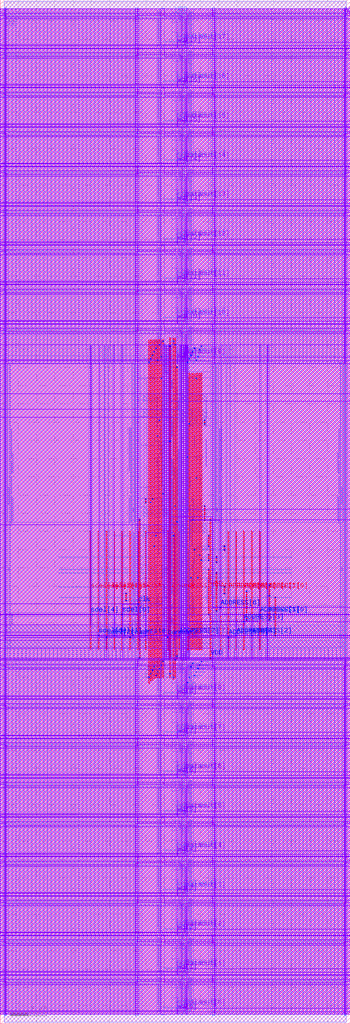
<source format=lef>
VERSION 5.8 ;
BUSBITCHARS "[]" ; 
DIVIDERCHAR "/" ; 


PROPERTYDEFINITIONS 
  MACRO CatenaDesignType STRING ; 
END PROPERTYDEFINITIONS 


MACRO srambank_64x4x18_6t122 
  CLASS BLOCK ; 
  ORIGIN 0 0 ; 
  FOREIGN srambank_64x4x18_6t122 0 0 ; 
  SIZE 38.448 BY 112.32 ; 
  SYMMETRY X Y ; 
  SITE coreSite ; 
  PIN VDD 
    DIRECTION INOUT ; 
    USE POWER ; 
    PORT 
      LAYER M4 ; 
        RECT 0.404 4.688 38.036 4.88 ; 
        RECT 0.404 9.008 38.036 9.2 ; 
        RECT 0.404 13.328 38.036 13.52 ; 
        RECT 0.404 17.648 38.036 17.84 ; 
        RECT 0.404 21.968 38.036 22.16 ; 
        RECT 0.404 26.288 38.036 26.48 ; 
        RECT 0.404 30.608 38.036 30.8 ; 
        RECT 0.404 34.928 38.036 35.12 ; 
        RECT 0.404 39.248 38.036 39.44 ; 
        RECT 0.432 41.196 38.016 42.06 ; 
        RECT 22.44 40.076 23.492 40.172 ; 
        RECT 22.964 55.212 23.412 55.308 ; 
        RECT 15.768 53.868 22.68 54.732 ; 
        RECT 15.768 66.54 22.68 67.404 ; 
        RECT 0.404 76.076 38.036 76.268 ; 
        RECT 0.404 80.396 38.036 80.588 ; 
        RECT 0.404 84.716 38.036 84.908 ; 
        RECT 0.404 89.036 38.036 89.228 ; 
        RECT 0.404 93.356 38.036 93.548 ; 
        RECT 0.404 97.676 38.036 97.868 ; 
        RECT 0.404 101.996 38.036 102.188 ; 
        RECT 0.404 106.316 38.036 106.508 ; 
        RECT 0.404 110.636 38.036 110.828 ; 
      LAYER M3 ; 
        RECT 37.908 0.866 37.98 5.506 ; 
        RECT 23.292 0.868 23.364 5.504 ; 
        RECT 17.676 1.012 18.036 5.468 ; 
        RECT 15.084 0.868 15.156 5.504 ; 
        RECT 0.468 0.866 0.54 5.506 ; 
        RECT 37.908 5.186 37.98 9.826 ; 
        RECT 23.292 5.188 23.364 9.824 ; 
        RECT 17.676 5.332 18.036 9.788 ; 
        RECT 15.084 5.188 15.156 9.824 ; 
        RECT 0.468 5.186 0.54 9.826 ; 
        RECT 37.908 9.506 37.98 14.146 ; 
        RECT 23.292 9.508 23.364 14.144 ; 
        RECT 17.676 9.652 18.036 14.108 ; 
        RECT 15.084 9.508 15.156 14.144 ; 
        RECT 0.468 9.506 0.54 14.146 ; 
        RECT 37.908 13.826 37.98 18.466 ; 
        RECT 23.292 13.828 23.364 18.464 ; 
        RECT 17.676 13.972 18.036 18.428 ; 
        RECT 15.084 13.828 15.156 18.464 ; 
        RECT 0.468 13.826 0.54 18.466 ; 
        RECT 37.908 18.146 37.98 22.786 ; 
        RECT 23.292 18.148 23.364 22.784 ; 
        RECT 17.676 18.292 18.036 22.748 ; 
        RECT 15.084 18.148 15.156 22.784 ; 
        RECT 0.468 18.146 0.54 22.786 ; 
        RECT 37.908 22.466 37.98 27.106 ; 
        RECT 23.292 22.468 23.364 27.104 ; 
        RECT 17.676 22.612 18.036 27.068 ; 
        RECT 15.084 22.468 15.156 27.104 ; 
        RECT 0.468 22.466 0.54 27.106 ; 
        RECT 37.908 26.786 37.98 31.426 ; 
        RECT 23.292 26.788 23.364 31.424 ; 
        RECT 17.676 26.932 18.036 31.388 ; 
        RECT 15.084 26.788 15.156 31.424 ; 
        RECT 0.468 26.786 0.54 31.426 ; 
        RECT 37.908 31.106 37.98 35.746 ; 
        RECT 23.292 31.108 23.364 35.744 ; 
        RECT 17.676 31.252 18.036 35.708 ; 
        RECT 15.084 31.108 15.156 35.744 ; 
        RECT 0.468 31.106 0.54 35.746 ; 
        RECT 37.908 35.426 37.98 40.066 ; 
        RECT 23.292 35.428 23.364 40.064 ; 
        RECT 17.676 35.572 18.036 40.028 ; 
        RECT 15.084 35.428 15.156 40.064 ; 
        RECT 0.468 35.426 0.54 40.066 ; 
        RECT 37.908 39.746 37.98 72.574 ; 
        RECT 23.292 40.064 23.364 40.43 ; 
        RECT 23.292 55.024 23.364 72.464 ; 
        RECT 17.82 41.04 18.756 71.372 ; 
        RECT 17.676 71.028 18.036 73.168 ; 
        RECT 17.676 39.92 18.036 42.06 ; 
        RECT 0.468 39.746 0.54 72.574 ; 
        RECT 37.908 72.254 37.98 76.894 ; 
        RECT 23.292 72.256 23.364 76.892 ; 
        RECT 17.676 72.4 18.036 76.856 ; 
        RECT 15.084 72.256 15.156 76.892 ; 
        RECT 0.468 72.254 0.54 76.894 ; 
        RECT 37.908 76.574 37.98 81.214 ; 
        RECT 23.292 76.576 23.364 81.212 ; 
        RECT 17.676 76.72 18.036 81.176 ; 
        RECT 15.084 76.576 15.156 81.212 ; 
        RECT 0.468 76.574 0.54 81.214 ; 
        RECT 37.908 80.894 37.98 85.534 ; 
        RECT 23.292 80.896 23.364 85.532 ; 
        RECT 17.676 81.04 18.036 85.496 ; 
        RECT 15.084 80.896 15.156 85.532 ; 
        RECT 0.468 80.894 0.54 85.534 ; 
        RECT 37.908 85.214 37.98 89.854 ; 
        RECT 23.292 85.216 23.364 89.852 ; 
        RECT 17.676 85.36 18.036 89.816 ; 
        RECT 15.084 85.216 15.156 89.852 ; 
        RECT 0.468 85.214 0.54 89.854 ; 
        RECT 37.908 89.534 37.98 94.174 ; 
        RECT 23.292 89.536 23.364 94.172 ; 
        RECT 17.676 89.68 18.036 94.136 ; 
        RECT 15.084 89.536 15.156 94.172 ; 
        RECT 0.468 89.534 0.54 94.174 ; 
        RECT 37.908 93.854 37.98 98.494 ; 
        RECT 23.292 93.856 23.364 98.492 ; 
        RECT 17.676 94 18.036 98.456 ; 
        RECT 15.084 93.856 15.156 98.492 ; 
        RECT 0.468 93.854 0.54 98.494 ; 
        RECT 37.908 98.174 37.98 102.814 ; 
        RECT 23.292 98.176 23.364 102.812 ; 
        RECT 17.676 98.32 18.036 102.776 ; 
        RECT 15.084 98.176 15.156 102.812 ; 
        RECT 0.468 98.174 0.54 102.814 ; 
        RECT 37.908 102.494 37.98 107.134 ; 
        RECT 23.292 102.496 23.364 107.132 ; 
        RECT 17.676 102.64 18.036 107.096 ; 
        RECT 15.084 102.496 15.156 107.132 ; 
        RECT 0.468 102.494 0.54 107.134 ; 
        RECT 37.908 106.814 37.98 111.454 ; 
        RECT 23.292 106.816 23.364 111.452 ; 
        RECT 17.676 106.96 18.036 111.416 ; 
        RECT 15.084 106.816 15.156 111.452 ; 
        RECT 0.468 106.814 0.54 111.454 ; 
      LAYER V3 ; 
        RECT 0.468 4.688 0.54 4.88 ; 
        RECT 15.084 4.688 15.156 4.88 ; 
        RECT 17.676 4.688 18.036 4.88 ; 
        RECT 23.292 4.688 23.364 4.88 ; 
        RECT 37.908 4.688 37.98 4.88 ; 
        RECT 0.468 9.008 0.54 9.2 ; 
        RECT 15.084 9.008 15.156 9.2 ; 
        RECT 17.676 9.008 18.036 9.2 ; 
        RECT 23.292 9.008 23.364 9.2 ; 
        RECT 37.908 9.008 37.98 9.2 ; 
        RECT 0.468 13.328 0.54 13.52 ; 
        RECT 15.084 13.328 15.156 13.52 ; 
        RECT 17.676 13.328 18.036 13.52 ; 
        RECT 23.292 13.328 23.364 13.52 ; 
        RECT 37.908 13.328 37.98 13.52 ; 
        RECT 0.468 17.648 0.54 17.84 ; 
        RECT 15.084 17.648 15.156 17.84 ; 
        RECT 17.676 17.648 18.036 17.84 ; 
        RECT 23.292 17.648 23.364 17.84 ; 
        RECT 37.908 17.648 37.98 17.84 ; 
        RECT 0.468 21.968 0.54 22.16 ; 
        RECT 15.084 21.968 15.156 22.16 ; 
        RECT 17.676 21.968 18.036 22.16 ; 
        RECT 23.292 21.968 23.364 22.16 ; 
        RECT 37.908 21.968 37.98 22.16 ; 
        RECT 0.468 26.288 0.54 26.48 ; 
        RECT 15.084 26.288 15.156 26.48 ; 
        RECT 17.676 26.288 18.036 26.48 ; 
        RECT 23.292 26.288 23.364 26.48 ; 
        RECT 37.908 26.288 37.98 26.48 ; 
        RECT 0.468 30.608 0.54 30.8 ; 
        RECT 15.084 30.608 15.156 30.8 ; 
        RECT 17.676 30.608 18.036 30.8 ; 
        RECT 23.292 30.608 23.364 30.8 ; 
        RECT 37.908 30.608 37.98 30.8 ; 
        RECT 0.468 34.928 0.54 35.12 ; 
        RECT 15.084 34.928 15.156 35.12 ; 
        RECT 17.676 34.928 18.036 35.12 ; 
        RECT 23.292 34.928 23.364 35.12 ; 
        RECT 37.908 34.928 37.98 35.12 ; 
        RECT 0.468 39.248 0.54 39.44 ; 
        RECT 15.084 39.248 15.156 39.44 ; 
        RECT 17.676 39.248 18.036 39.44 ; 
        RECT 23.292 39.248 23.364 39.44 ; 
        RECT 37.908 39.248 37.98 39.44 ; 
        RECT 0.468 41.196 0.54 42.06 ; 
        RECT 17.836 66.54 17.908 67.404 ; 
        RECT 17.836 53.868 17.908 54.732 ; 
        RECT 17.836 41.196 17.908 42.06 ; 
        RECT 18.044 66.54 18.116 67.404 ; 
        RECT 18.044 53.868 18.116 54.732 ; 
        RECT 18.044 41.196 18.116 42.06 ; 
        RECT 18.252 66.54 18.324 67.404 ; 
        RECT 18.252 53.868 18.324 54.732 ; 
        RECT 18.252 41.196 18.324 42.06 ; 
        RECT 18.46 66.54 18.532 67.404 ; 
        RECT 18.46 53.868 18.532 54.732 ; 
        RECT 18.46 41.196 18.532 42.06 ; 
        RECT 18.668 66.54 18.74 67.404 ; 
        RECT 18.668 53.868 18.74 54.732 ; 
        RECT 18.668 41.196 18.74 42.06 ; 
        RECT 23.292 55.212 23.364 55.308 ; 
        RECT 23.292 40.076 23.364 40.172 ; 
        RECT 0.468 76.076 0.54 76.268 ; 
        RECT 15.084 76.076 15.156 76.268 ; 
        RECT 17.676 76.076 18.036 76.268 ; 
        RECT 23.292 76.076 23.364 76.268 ; 
        RECT 37.908 76.076 37.98 76.268 ; 
        RECT 0.468 80.396 0.54 80.588 ; 
        RECT 15.084 80.396 15.156 80.588 ; 
        RECT 17.676 80.396 18.036 80.588 ; 
        RECT 23.292 80.396 23.364 80.588 ; 
        RECT 37.908 80.396 37.98 80.588 ; 
        RECT 0.468 84.716 0.54 84.908 ; 
        RECT 15.084 84.716 15.156 84.908 ; 
        RECT 17.676 84.716 18.036 84.908 ; 
        RECT 23.292 84.716 23.364 84.908 ; 
        RECT 37.908 84.716 37.98 84.908 ; 
        RECT 0.468 89.036 0.54 89.228 ; 
        RECT 15.084 89.036 15.156 89.228 ; 
        RECT 17.676 89.036 18.036 89.228 ; 
        RECT 23.292 89.036 23.364 89.228 ; 
        RECT 37.908 89.036 37.98 89.228 ; 
        RECT 0.468 93.356 0.54 93.548 ; 
        RECT 15.084 93.356 15.156 93.548 ; 
        RECT 17.676 93.356 18.036 93.548 ; 
        RECT 23.292 93.356 23.364 93.548 ; 
        RECT 37.908 93.356 37.98 93.548 ; 
        RECT 0.468 97.676 0.54 97.868 ; 
        RECT 15.084 97.676 15.156 97.868 ; 
        RECT 17.676 97.676 18.036 97.868 ; 
        RECT 23.292 97.676 23.364 97.868 ; 
        RECT 37.908 97.676 37.98 97.868 ; 
        RECT 0.468 101.996 0.54 102.188 ; 
        RECT 15.084 101.996 15.156 102.188 ; 
        RECT 17.676 101.996 18.036 102.188 ; 
        RECT 23.292 101.996 23.364 102.188 ; 
        RECT 37.908 101.996 37.98 102.188 ; 
        RECT 0.468 106.316 0.54 106.508 ; 
        RECT 15.084 106.316 15.156 106.508 ; 
        RECT 17.676 106.316 18.036 106.508 ; 
        RECT 23.292 106.316 23.364 106.508 ; 
        RECT 37.908 106.316 37.98 106.508 ; 
        RECT 0.468 110.636 0.54 110.828 ; 
        RECT 15.084 110.636 15.156 110.828 ; 
        RECT 17.676 110.636 18.036 110.828 ; 
        RECT 23.292 110.636 23.364 110.828 ; 
        RECT 37.908 110.636 37.98 110.828 ; 
      LAYER M5 ; 
        RECT 23.036 40.004 23.132 55.38 ; 
      LAYER V4 ; 
        RECT 23.036 55.212 23.132 55.308 ; 
        RECT 23.036 40.076 23.132 40.172 ; 
    END 
  END VDD 
  PIN VSS 
    DIRECTION INOUT ; 
    USE POWER ; 
    PORT 
      LAYER M4 ; 
        RECT 0.404 4.304 38.016 4.496 ; 
        RECT 0.404 8.624 38.016 8.816 ; 
        RECT 0.404 12.944 38.016 13.136 ; 
        RECT 0.404 17.264 38.016 17.456 ; 
        RECT 0.404 21.584 38.016 21.776 ; 
        RECT 0.404 25.904 38.016 26.096 ; 
        RECT 0.404 30.224 38.016 30.416 ; 
        RECT 0.404 34.544 38.016 34.736 ; 
        RECT 0.404 38.864 38.016 39.056 ; 
        RECT 0.432 42.924 38.016 43.788 ; 
        RECT 15.768 55.596 22.68 56.46 ; 
        RECT 15.768 68.268 22.68 69.132 ; 
        RECT 0.404 75.692 38.016 75.884 ; 
        RECT 0.404 80.012 38.016 80.204 ; 
        RECT 0.404 84.332 38.016 84.524 ; 
        RECT 0.404 88.652 38.016 88.844 ; 
        RECT 0.404 92.972 38.016 93.164 ; 
        RECT 0.404 97.292 38.016 97.484 ; 
        RECT 0.404 101.612 38.016 101.804 ; 
        RECT 0.404 105.932 38.016 106.124 ; 
        RECT 0.404 110.252 38.016 110.444 ; 
      LAYER M3 ; 
        RECT 37.764 0.866 37.836 5.506 ; 
        RECT 23.508 0.866 23.58 5.506 ; 
        RECT 20.448 1.012 20.592 5.468 ; 
        RECT 19.836 1.012 19.944 5.468 ; 
        RECT 14.868 0.866 14.94 5.506 ; 
        RECT 0.612 0.866 0.684 5.506 ; 
        RECT 37.764 5.186 37.836 9.826 ; 
        RECT 23.508 5.186 23.58 9.826 ; 
        RECT 20.448 5.332 20.592 9.788 ; 
        RECT 19.836 5.332 19.944 9.788 ; 
        RECT 14.868 5.186 14.94 9.826 ; 
        RECT 0.612 5.186 0.684 9.826 ; 
        RECT 37.764 9.506 37.836 14.146 ; 
        RECT 23.508 9.506 23.58 14.146 ; 
        RECT 20.448 9.652 20.592 14.108 ; 
        RECT 19.836 9.652 19.944 14.108 ; 
        RECT 14.868 9.506 14.94 14.146 ; 
        RECT 0.612 9.506 0.684 14.146 ; 
        RECT 37.764 13.826 37.836 18.466 ; 
        RECT 23.508 13.826 23.58 18.466 ; 
        RECT 20.448 13.972 20.592 18.428 ; 
        RECT 19.836 13.972 19.944 18.428 ; 
        RECT 14.868 13.826 14.94 18.466 ; 
        RECT 0.612 13.826 0.684 18.466 ; 
        RECT 37.764 18.146 37.836 22.786 ; 
        RECT 23.508 18.146 23.58 22.786 ; 
        RECT 20.448 18.292 20.592 22.748 ; 
        RECT 19.836 18.292 19.944 22.748 ; 
        RECT 14.868 18.146 14.94 22.786 ; 
        RECT 0.612 18.146 0.684 22.786 ; 
        RECT 37.764 22.466 37.836 27.106 ; 
        RECT 23.508 22.466 23.58 27.106 ; 
        RECT 20.448 22.612 20.592 27.068 ; 
        RECT 19.836 22.612 19.944 27.068 ; 
        RECT 14.868 22.466 14.94 27.106 ; 
        RECT 0.612 22.466 0.684 27.106 ; 
        RECT 37.764 26.786 37.836 31.426 ; 
        RECT 23.508 26.786 23.58 31.426 ; 
        RECT 20.448 26.932 20.592 31.388 ; 
        RECT 19.836 26.932 19.944 31.388 ; 
        RECT 14.868 26.786 14.94 31.426 ; 
        RECT 0.612 26.786 0.684 31.426 ; 
        RECT 37.764 31.106 37.836 35.746 ; 
        RECT 23.508 31.106 23.58 35.746 ; 
        RECT 20.448 31.252 20.592 35.708 ; 
        RECT 19.836 31.252 19.944 35.708 ; 
        RECT 14.868 31.106 14.94 35.746 ; 
        RECT 0.612 31.106 0.684 35.746 ; 
        RECT 37.764 35.426 37.836 40.066 ; 
        RECT 23.508 35.426 23.58 40.066 ; 
        RECT 20.448 35.572 20.592 40.028 ; 
        RECT 19.836 35.572 19.944 40.028 ; 
        RECT 14.868 35.426 14.94 40.066 ; 
        RECT 0.612 35.426 0.684 40.066 ; 
        RECT 37.764 39.746 37.836 72.574 ; 
        RECT 23.508 39.746 23.58 72.574 ; 
        RECT 19.692 40.64 20.628 71.372 ; 
        RECT 20.448 39.92 20.592 72.468 ; 
        RECT 19.836 39.92 19.944 72.456 ; 
        RECT 14.868 39.746 14.94 72.574 ; 
        RECT 0.612 39.746 0.684 72.574 ; 
        RECT 37.764 72.254 37.836 76.894 ; 
        RECT 23.508 72.254 23.58 76.894 ; 
        RECT 20.448 72.4 20.592 76.856 ; 
        RECT 19.836 72.4 19.944 76.856 ; 
        RECT 14.868 72.254 14.94 76.894 ; 
        RECT 0.612 72.254 0.684 76.894 ; 
        RECT 37.764 76.574 37.836 81.214 ; 
        RECT 23.508 76.574 23.58 81.214 ; 
        RECT 20.448 76.72 20.592 81.176 ; 
        RECT 19.836 76.72 19.944 81.176 ; 
        RECT 14.868 76.574 14.94 81.214 ; 
        RECT 0.612 76.574 0.684 81.214 ; 
        RECT 37.764 80.894 37.836 85.534 ; 
        RECT 23.508 80.894 23.58 85.534 ; 
        RECT 20.448 81.04 20.592 85.496 ; 
        RECT 19.836 81.04 19.944 85.496 ; 
        RECT 14.868 80.894 14.94 85.534 ; 
        RECT 0.612 80.894 0.684 85.534 ; 
        RECT 37.764 85.214 37.836 89.854 ; 
        RECT 23.508 85.214 23.58 89.854 ; 
        RECT 20.448 85.36 20.592 89.816 ; 
        RECT 19.836 85.36 19.944 89.816 ; 
        RECT 14.868 85.214 14.94 89.854 ; 
        RECT 0.612 85.214 0.684 89.854 ; 
        RECT 37.764 89.534 37.836 94.174 ; 
        RECT 23.508 89.534 23.58 94.174 ; 
        RECT 20.448 89.68 20.592 94.136 ; 
        RECT 19.836 89.68 19.944 94.136 ; 
        RECT 14.868 89.534 14.94 94.174 ; 
        RECT 0.612 89.534 0.684 94.174 ; 
        RECT 37.764 93.854 37.836 98.494 ; 
        RECT 23.508 93.854 23.58 98.494 ; 
        RECT 20.448 94 20.592 98.456 ; 
        RECT 19.836 94 19.944 98.456 ; 
        RECT 14.868 93.854 14.94 98.494 ; 
        RECT 0.612 93.854 0.684 98.494 ; 
        RECT 37.764 98.174 37.836 102.814 ; 
        RECT 23.508 98.174 23.58 102.814 ; 
        RECT 20.448 98.32 20.592 102.776 ; 
        RECT 19.836 98.32 19.944 102.776 ; 
        RECT 14.868 98.174 14.94 102.814 ; 
        RECT 0.612 98.174 0.684 102.814 ; 
        RECT 37.764 102.494 37.836 107.134 ; 
        RECT 23.508 102.494 23.58 107.134 ; 
        RECT 20.448 102.64 20.592 107.096 ; 
        RECT 19.836 102.64 19.944 107.096 ; 
        RECT 14.868 102.494 14.94 107.134 ; 
        RECT 0.612 102.494 0.684 107.134 ; 
        RECT 37.764 106.814 37.836 111.454 ; 
        RECT 23.508 106.814 23.58 111.454 ; 
        RECT 20.448 106.96 20.592 111.416 ; 
        RECT 19.836 106.96 19.944 111.416 ; 
        RECT 14.868 106.814 14.94 111.454 ; 
        RECT 0.612 106.814 0.684 111.454 ; 
      LAYER V3 ; 
        RECT 0.612 4.304 0.684 4.496 ; 
        RECT 14.868 4.304 14.94 4.496 ; 
        RECT 19.836 4.304 19.944 4.496 ; 
        RECT 20.448 4.304 20.592 4.496 ; 
        RECT 23.508 4.304 23.58 4.496 ; 
        RECT 37.764 4.304 37.836 4.496 ; 
        RECT 0.612 8.624 0.684 8.816 ; 
        RECT 14.868 8.624 14.94 8.816 ; 
        RECT 19.836 8.624 19.944 8.816 ; 
        RECT 20.448 8.624 20.592 8.816 ; 
        RECT 23.508 8.624 23.58 8.816 ; 
        RECT 37.764 8.624 37.836 8.816 ; 
        RECT 0.612 12.944 0.684 13.136 ; 
        RECT 14.868 12.944 14.94 13.136 ; 
        RECT 19.836 12.944 19.944 13.136 ; 
        RECT 20.448 12.944 20.592 13.136 ; 
        RECT 23.508 12.944 23.58 13.136 ; 
        RECT 37.764 12.944 37.836 13.136 ; 
        RECT 0.612 17.264 0.684 17.456 ; 
        RECT 14.868 17.264 14.94 17.456 ; 
        RECT 19.836 17.264 19.944 17.456 ; 
        RECT 20.448 17.264 20.592 17.456 ; 
        RECT 23.508 17.264 23.58 17.456 ; 
        RECT 37.764 17.264 37.836 17.456 ; 
        RECT 0.612 21.584 0.684 21.776 ; 
        RECT 14.868 21.584 14.94 21.776 ; 
        RECT 19.836 21.584 19.944 21.776 ; 
        RECT 20.448 21.584 20.592 21.776 ; 
        RECT 23.508 21.584 23.58 21.776 ; 
        RECT 37.764 21.584 37.836 21.776 ; 
        RECT 0.612 25.904 0.684 26.096 ; 
        RECT 14.868 25.904 14.94 26.096 ; 
        RECT 19.836 25.904 19.944 26.096 ; 
        RECT 20.448 25.904 20.592 26.096 ; 
        RECT 23.508 25.904 23.58 26.096 ; 
        RECT 37.764 25.904 37.836 26.096 ; 
        RECT 0.612 30.224 0.684 30.416 ; 
        RECT 14.868 30.224 14.94 30.416 ; 
        RECT 19.836 30.224 19.944 30.416 ; 
        RECT 20.448 30.224 20.592 30.416 ; 
        RECT 23.508 30.224 23.58 30.416 ; 
        RECT 37.764 30.224 37.836 30.416 ; 
        RECT 0.612 34.544 0.684 34.736 ; 
        RECT 14.868 34.544 14.94 34.736 ; 
        RECT 19.836 34.544 19.944 34.736 ; 
        RECT 20.448 34.544 20.592 34.736 ; 
        RECT 23.508 34.544 23.58 34.736 ; 
        RECT 37.764 34.544 37.836 34.736 ; 
        RECT 0.612 38.864 0.684 39.056 ; 
        RECT 14.868 38.864 14.94 39.056 ; 
        RECT 19.836 38.864 19.944 39.056 ; 
        RECT 20.448 38.864 20.592 39.056 ; 
        RECT 23.508 38.864 23.58 39.056 ; 
        RECT 37.764 38.864 37.836 39.056 ; 
        RECT 0.612 42.924 0.684 43.788 ; 
        RECT 19.708 68.268 19.78 69.132 ; 
        RECT 19.708 55.596 19.78 56.46 ; 
        RECT 19.708 42.924 19.78 43.788 ; 
        RECT 19.916 68.268 19.988 69.132 ; 
        RECT 19.916 55.596 19.988 56.46 ; 
        RECT 19.916 42.924 19.988 43.788 ; 
        RECT 20.124 68.268 20.196 69.132 ; 
        RECT 20.124 55.596 20.196 56.46 ; 
        RECT 20.124 42.924 20.196 43.788 ; 
        RECT 20.332 68.268 20.404 69.132 ; 
        RECT 20.332 55.596 20.404 56.46 ; 
        RECT 20.332 42.924 20.404 43.788 ; 
        RECT 20.54 68.268 20.612 69.132 ; 
        RECT 20.54 55.596 20.612 56.46 ; 
        RECT 20.54 42.924 20.612 43.788 ; 
        RECT 0.612 75.692 0.684 75.884 ; 
        RECT 14.868 75.692 14.94 75.884 ; 
        RECT 19.836 75.692 19.944 75.884 ; 
        RECT 20.448 75.692 20.592 75.884 ; 
        RECT 23.508 75.692 23.58 75.884 ; 
        RECT 37.764 75.692 37.836 75.884 ; 
        RECT 0.612 80.012 0.684 80.204 ; 
        RECT 14.868 80.012 14.94 80.204 ; 
        RECT 19.836 80.012 19.944 80.204 ; 
        RECT 20.448 80.012 20.592 80.204 ; 
        RECT 23.508 80.012 23.58 80.204 ; 
        RECT 37.764 80.012 37.836 80.204 ; 
        RECT 0.612 84.332 0.684 84.524 ; 
        RECT 14.868 84.332 14.94 84.524 ; 
        RECT 19.836 84.332 19.944 84.524 ; 
        RECT 20.448 84.332 20.592 84.524 ; 
        RECT 23.508 84.332 23.58 84.524 ; 
        RECT 37.764 84.332 37.836 84.524 ; 
        RECT 0.612 88.652 0.684 88.844 ; 
        RECT 14.868 88.652 14.94 88.844 ; 
        RECT 19.836 88.652 19.944 88.844 ; 
        RECT 20.448 88.652 20.592 88.844 ; 
        RECT 23.508 88.652 23.58 88.844 ; 
        RECT 37.764 88.652 37.836 88.844 ; 
        RECT 0.612 92.972 0.684 93.164 ; 
        RECT 14.868 92.972 14.94 93.164 ; 
        RECT 19.836 92.972 19.944 93.164 ; 
        RECT 20.448 92.972 20.592 93.164 ; 
        RECT 23.508 92.972 23.58 93.164 ; 
        RECT 37.764 92.972 37.836 93.164 ; 
        RECT 0.612 97.292 0.684 97.484 ; 
        RECT 14.868 97.292 14.94 97.484 ; 
        RECT 19.836 97.292 19.944 97.484 ; 
        RECT 20.448 97.292 20.592 97.484 ; 
        RECT 23.508 97.292 23.58 97.484 ; 
        RECT 37.764 97.292 37.836 97.484 ; 
        RECT 0.612 101.612 0.684 101.804 ; 
        RECT 14.868 101.612 14.94 101.804 ; 
        RECT 19.836 101.612 19.944 101.804 ; 
        RECT 20.448 101.612 20.592 101.804 ; 
        RECT 23.508 101.612 23.58 101.804 ; 
        RECT 37.764 101.612 37.836 101.804 ; 
        RECT 0.612 105.932 0.684 106.124 ; 
        RECT 14.868 105.932 14.94 106.124 ; 
        RECT 19.836 105.932 19.944 106.124 ; 
        RECT 20.448 105.932 20.592 106.124 ; 
        RECT 23.508 105.932 23.58 106.124 ; 
        RECT 37.764 105.932 37.836 106.124 ; 
        RECT 0.612 110.252 0.684 110.444 ; 
        RECT 14.868 110.252 14.94 110.444 ; 
        RECT 19.836 110.252 19.944 110.444 ; 
        RECT 20.448 110.252 20.592 110.444 ; 
        RECT 23.508 110.252 23.58 110.444 ; 
        RECT 37.764 110.252 37.836 110.444 ; 
    END 
  END VSS 
  PIN ADDRESS[0] 
    DIRECTION INPUT ; 
    USE SIGNAL ; 
    PORT 
      LAYER M3 ; 
        RECT 29.34 44.812 29.412 44.96 ; 
      LAYER M4 ; 
        RECT 29.132 44.844 29.468 44.94 ; 
      LAYER M5 ; 
        RECT 29.328 41.04 29.424 54 ; 
      LAYER V3 ; 
        RECT 29.34 44.844 29.412 44.94 ; 
      LAYER V4 ; 
        RECT 29.328 44.844 29.424 44.94 ; 
    END 
  END ADDRESS[0] 
  PIN ADDRESS[1] 
    DIRECTION INPUT ; 
    USE SIGNAL ; 
    PORT 
      LAYER M3 ; 
        RECT 28.476 44.824 28.548 44.972 ; 
      LAYER M4 ; 
        RECT 28.268 44.844 28.604 44.94 ; 
      LAYER M5 ; 
        RECT 28.464 41.04 28.56 54 ; 
      LAYER V3 ; 
        RECT 28.476 44.844 28.548 44.94 ; 
      LAYER V4 ; 
        RECT 28.464 44.844 28.56 44.94 ; 
    END 
  END ADDRESS[1] 
  PIN ADDRESS[2] 
    DIRECTION INPUT ; 
    USE SIGNAL ; 
    PORT 
      LAYER M3 ; 
        RECT 27.612 42.508 27.684 42.656 ; 
      LAYER M4 ; 
        RECT 27.404 42.54 27.74 42.636 ; 
      LAYER M5 ; 
        RECT 27.6 41.04 27.696 54 ; 
      LAYER V3 ; 
        RECT 27.612 42.54 27.684 42.636 ; 
      LAYER V4 ; 
        RECT 27.6 42.54 27.696 42.636 ; 
    END 
  END ADDRESS[2] 
  PIN ADDRESS[3] 
    DIRECTION INPUT ; 
    USE SIGNAL ; 
    PORT 
      LAYER M3 ; 
        RECT 26.748 43.468 26.82 44.192 ; 
      LAYER M4 ; 
        RECT 26.54 44.076 26.876 44.172 ; 
      LAYER M5 ; 
        RECT 26.736 41.04 26.832 54 ; 
      LAYER V3 ; 
        RECT 26.748 44.076 26.82 44.172 ; 
      LAYER V4 ; 
        RECT 26.736 44.076 26.832 44.172 ; 
    END 
  END ADDRESS[3] 
  PIN ADDRESS[4] 
    DIRECTION INPUT ; 
    USE SIGNAL ; 
    PORT 
      LAYER M3 ; 
        RECT 25.884 42.52 25.956 42.788 ; 
      LAYER M4 ; 
        RECT 25.676 42.54 26.012 42.636 ; 
      LAYER M5 ; 
        RECT 25.872 41.04 25.968 54 ; 
      LAYER V3 ; 
        RECT 25.884 42.54 25.956 42.636 ; 
      LAYER V4 ; 
        RECT 25.872 42.54 25.968 42.636 ; 
    END 
  END ADDRESS[4] 
  PIN ADDRESS[5] 
    DIRECTION INPUT ; 
    USE SIGNAL ; 
    PORT 
      LAYER M3 ; 
        RECT 25.02 41.452 25.092 42.464 ; 
      LAYER M4 ; 
        RECT 24.812 42.348 25.148 42.444 ; 
      LAYER M5 ; 
        RECT 25.008 41.04 25.104 54 ; 
      LAYER V3 ; 
        RECT 25.02 42.348 25.092 42.444 ; 
      LAYER V4 ; 
        RECT 25.008 42.348 25.104 42.444 ; 
    END 
  END ADDRESS[5] 
  PIN ADDRESS[6] 
    DIRECTION INPUT ; 
    USE SIGNAL ; 
    PORT 
      LAYER M3 ; 
        RECT 24.156 45.592 24.228 45.74 ; 
      LAYER M4 ; 
        RECT 23.948 45.612 24.284 45.708 ; 
      LAYER M5 ; 
        RECT 24.144 41.04 24.24 54 ; 
      LAYER V3 ; 
        RECT 24.156 45.612 24.228 45.708 ; 
      LAYER V4 ; 
        RECT 24.144 45.612 24.24 45.708 ; 
    END 
  END ADDRESS[6] 
  PIN ADDRESS[7] 
    DIRECTION INPUT ; 
    USE SIGNAL ; 
    PORT 
      LAYER M3 ; 
        RECT 20.7 42.52 20.772 42.788 ; 
      LAYER M4 ; 
        RECT 19.564 42.54 20.816 42.636 ; 
      LAYER M5 ; 
        RECT 19.608 41.04 19.704 54 ; 
      LAYER V3 ; 
        RECT 20.7 42.54 20.772 42.636 ; 
      LAYER V4 ; 
        RECT 19.608 42.54 19.704 42.636 ; 
    END 
  END ADDRESS[7] 
  PIN banksel 
    DIRECTION INPUT ; 
    USE SIGNAL ; 
    PORT 
      LAYER M3 ; 
        RECT 19.116 41.452 19.188 42.464 ; 
      LAYER M4 ; 
        RECT 18.268 42.348 19.232 42.444 ; 
      LAYER M5 ; 
        RECT 18.312 41.04 18.408 54 ; 
      LAYER V3 ; 
        RECT 19.116 42.348 19.188 42.444 ; 
      LAYER V4 ; 
        RECT 18.312 42.348 18.408 42.444 ; 
    END 
  END banksel 
  PIN write 
    DIRECTION INPUT ; 
    USE SIGNAL ; 
    PORT 
      LAYER M3 ; 
        RECT 15.948 42.52 16.02 42.788 ; 
      LAYER M4 ; 
        RECT 15.74 42.54 16.076 42.636 ; 
      LAYER M5 ; 
        RECT 15.936 41.04 16.032 54 ; 
      LAYER V3 ; 
        RECT 15.948 42.54 16.02 42.636 ; 
      LAYER V4 ; 
        RECT 15.936 42.54 16.032 42.636 ; 
    END 
  END write 
  PIN clk 
    DIRECTION INPUT ; 
    USE SIGNAL ; 
    PORT 
      LAYER M3 ; 
        RECT 15.084 45.976 15.156 46.172 ; 
      LAYER M4 ; 
        RECT 14.876 45.996 15.212 46.092 ; 
      LAYER M5 ; 
        RECT 15.072 41.04 15.168 54 ; 
      LAYER V3 ; 
        RECT 15.084 45.996 15.156 46.092 ; 
      LAYER V4 ; 
        RECT 15.072 45.996 15.168 46.092 ; 
    END 
  END clk 
  PIN read 
    DIRECTION INPUT ; 
    USE SIGNAL ; 
    PORT 
      LAYER M3 ; 
        RECT 15.228 41.452 15.3 42.464 ; 
      LAYER M4 ; 
        RECT 14.164 42.348 15.344 42.444 ; 
      LAYER M5 ; 
        RECT 14.208 41.04 14.304 54 ; 
      LAYER V3 ; 
        RECT 15.228 42.348 15.3 42.444 ; 
      LAYER V4 ; 
        RECT 14.208 42.348 14.304 42.444 ; 
    END 
  END read 
  PIN sdel[0] 
    DIRECTION INPUT ; 
    USE SIGNAL ; 
    PORT 
      LAYER M3 ; 
        RECT 13.356 44.812 13.428 44.96 ; 
      LAYER M4 ; 
        RECT 13.148 44.844 13.484 44.94 ; 
      LAYER M5 ; 
        RECT 13.344 41.04 13.44 54 ; 
      LAYER V3 ; 
        RECT 13.356 44.844 13.428 44.94 ; 
      LAYER V4 ; 
        RECT 13.344 44.844 13.44 44.94 ; 
    END 
  END sdel[0] 
  PIN sdel[1] 
    DIRECTION INPUT ; 
    USE SIGNAL ; 
    PORT 
      LAYER M3 ; 
        RECT 12.492 42.52 12.564 43.436 ; 
      LAYER M4 ; 
        RECT 12.284 42.54 12.62 42.636 ; 
      LAYER M5 ; 
        RECT 12.48 41.04 12.576 54 ; 
      LAYER V3 ; 
        RECT 12.492 42.54 12.564 42.636 ; 
      LAYER V4 ; 
        RECT 12.48 42.54 12.576 42.636 ; 
    END 
  END sdel[1] 
  PIN sdel[2] 
    DIRECTION INPUT ; 
    USE SIGNAL ; 
    PORT 
      LAYER M3 ; 
        RECT 11.628 41.452 11.7 42.464 ; 
      LAYER M4 ; 
        RECT 11.42 42.348 11.756 42.444 ; 
      LAYER M5 ; 
        RECT 11.616 41.04 11.712 54 ; 
      LAYER V3 ; 
        RECT 11.628 42.348 11.7 42.444 ; 
      LAYER V4 ; 
        RECT 11.616 42.348 11.712 42.444 ; 
    END 
  END sdel[2] 
  PIN sdel[3] 
    DIRECTION INPUT ; 
    USE SIGNAL ; 
    PORT 
      LAYER M3 ; 
        RECT 10.764 42.508 10.836 42.656 ; 
      LAYER M4 ; 
        RECT 10.556 42.54 10.892 42.636 ; 
      LAYER M5 ; 
        RECT 10.752 41.04 10.848 54 ; 
      LAYER V3 ; 
        RECT 10.764 42.54 10.836 42.636 ; 
      LAYER V4 ; 
        RECT 10.752 42.54 10.848 42.636 ; 
    END 
  END sdel[3] 
  PIN sdel[4] 
    DIRECTION INPUT ; 
    USE SIGNAL ; 
    PORT 
      LAYER M3 ; 
        RECT 9.9 44.812 9.972 44.96 ; 
      LAYER M4 ; 
        RECT 9.692 44.844 10.028 44.94 ; 
      LAYER M5 ; 
        RECT 9.888 41.04 9.984 54 ; 
      LAYER V3 ; 
        RECT 9.9 44.844 9.972 44.94 ; 
      LAYER V4 ; 
        RECT 9.888 44.844 9.984 44.94 ; 
    END 
  END sdel[4] 
  PIN dataout[0] 
    DIRECTION OUTPUT ; 
    USE SIGNAL ; 
    PORT 
      LAYER M4 ; 
        RECT 17.952 1.712 20.544 1.808 ; 
      LAYER M3 ; 
        RECT 20.304 1.51 20.376 2.468 ; 
      LAYER V3 ; 
        RECT 20.304 1.712 20.376 1.808 ; 
    END 
  END dataout[0] 
  PIN wd[0] 
    DIRECTION INPUT ; 
    USE SIGNAL ; 
    PORT 
      LAYER M4 ; 
        RECT 17.952 1.328 20.816 1.424 ; 
      LAYER M3 ; 
        RECT 19.404 1.08 19.476 2.7 ; 
      LAYER V3 ; 
        RECT 19.404 1.328 19.476 1.424 ; 
    END 
  END wd[0] 
  PIN dataout[1] 
    DIRECTION OUTPUT ; 
    USE SIGNAL ; 
    PORT 
      LAYER M4 ; 
        RECT 17.952 6.032 20.544 6.128 ; 
      LAYER M3 ; 
        RECT 20.304 5.83 20.376 6.788 ; 
      LAYER V3 ; 
        RECT 20.304 6.032 20.376 6.128 ; 
    END 
  END dataout[1] 
  PIN wd[1] 
    DIRECTION INPUT ; 
    USE SIGNAL ; 
    PORT 
      LAYER M4 ; 
        RECT 17.952 5.648 20.816 5.744 ; 
      LAYER M3 ; 
        RECT 19.404 5.4 19.476 7.02 ; 
      LAYER V3 ; 
        RECT 19.404 5.648 19.476 5.744 ; 
    END 
  END wd[1] 
  PIN dataout[2] 
    DIRECTION OUTPUT ; 
    USE SIGNAL ; 
    PORT 
      LAYER M4 ; 
        RECT 17.952 10.352 20.544 10.448 ; 
      LAYER M3 ; 
        RECT 20.304 10.15 20.376 11.108 ; 
      LAYER V3 ; 
        RECT 20.304 10.352 20.376 10.448 ; 
    END 
  END dataout[2] 
  PIN wd[2] 
    DIRECTION INPUT ; 
    USE SIGNAL ; 
    PORT 
      LAYER M4 ; 
        RECT 17.952 9.968 20.816 10.064 ; 
      LAYER M3 ; 
        RECT 19.404 9.72 19.476 11.34 ; 
      LAYER V3 ; 
        RECT 19.404 9.968 19.476 10.064 ; 
    END 
  END wd[2] 
  PIN dataout[3] 
    DIRECTION OUTPUT ; 
    USE SIGNAL ; 
    PORT 
      LAYER M4 ; 
        RECT 17.952 14.672 20.544 14.768 ; 
      LAYER M3 ; 
        RECT 20.304 14.47 20.376 15.428 ; 
      LAYER V3 ; 
        RECT 20.304 14.672 20.376 14.768 ; 
    END 
  END dataout[3] 
  PIN wd[3] 
    DIRECTION INPUT ; 
    USE SIGNAL ; 
    PORT 
      LAYER M4 ; 
        RECT 17.952 14.288 20.816 14.384 ; 
      LAYER M3 ; 
        RECT 19.404 14.04 19.476 15.66 ; 
      LAYER V3 ; 
        RECT 19.404 14.288 19.476 14.384 ; 
    END 
  END wd[3] 
  PIN dataout[4] 
    DIRECTION OUTPUT ; 
    USE SIGNAL ; 
    PORT 
      LAYER M4 ; 
        RECT 17.952 18.992 20.544 19.088 ; 
      LAYER M3 ; 
        RECT 20.304 18.79 20.376 19.748 ; 
      LAYER V3 ; 
        RECT 20.304 18.992 20.376 19.088 ; 
    END 
  END dataout[4] 
  PIN wd[4] 
    DIRECTION INPUT ; 
    USE SIGNAL ; 
    PORT 
      LAYER M4 ; 
        RECT 17.952 18.608 20.816 18.704 ; 
      LAYER M3 ; 
        RECT 19.404 18.36 19.476 19.98 ; 
      LAYER V3 ; 
        RECT 19.404 18.608 19.476 18.704 ; 
    END 
  END wd[4] 
  PIN dataout[5] 
    DIRECTION OUTPUT ; 
    USE SIGNAL ; 
    PORT 
      LAYER M4 ; 
        RECT 17.952 23.312 20.544 23.408 ; 
      LAYER M3 ; 
        RECT 20.304 23.11 20.376 24.068 ; 
      LAYER V3 ; 
        RECT 20.304 23.312 20.376 23.408 ; 
    END 
  END dataout[5] 
  PIN wd[5] 
    DIRECTION INPUT ; 
    USE SIGNAL ; 
    PORT 
      LAYER M4 ; 
        RECT 17.952 22.928 20.816 23.024 ; 
      LAYER M3 ; 
        RECT 19.404 22.68 19.476 24.3 ; 
      LAYER V3 ; 
        RECT 19.404 22.928 19.476 23.024 ; 
    END 
  END wd[5] 
  PIN dataout[6] 
    DIRECTION OUTPUT ; 
    USE SIGNAL ; 
    PORT 
      LAYER M4 ; 
        RECT 17.952 27.632 20.544 27.728 ; 
      LAYER M3 ; 
        RECT 20.304 27.43 20.376 28.388 ; 
      LAYER V3 ; 
        RECT 20.304 27.632 20.376 27.728 ; 
    END 
  END dataout[6] 
  PIN wd[6] 
    DIRECTION INPUT ; 
    USE SIGNAL ; 
    PORT 
      LAYER M4 ; 
        RECT 17.952 27.248 20.816 27.344 ; 
      LAYER M3 ; 
        RECT 19.404 27 19.476 28.62 ; 
      LAYER V3 ; 
        RECT 19.404 27.248 19.476 27.344 ; 
    END 
  END wd[6] 
  PIN dataout[7] 
    DIRECTION OUTPUT ; 
    USE SIGNAL ; 
    PORT 
      LAYER M4 ; 
        RECT 17.952 31.952 20.544 32.048 ; 
      LAYER M3 ; 
        RECT 20.304 31.75 20.376 32.708 ; 
      LAYER V3 ; 
        RECT 20.304 31.952 20.376 32.048 ; 
    END 
  END dataout[7] 
  PIN wd[7] 
    DIRECTION INPUT ; 
    USE SIGNAL ; 
    PORT 
      LAYER M4 ; 
        RECT 17.952 31.568 20.816 31.664 ; 
      LAYER M3 ; 
        RECT 19.404 31.32 19.476 32.94 ; 
      LAYER V3 ; 
        RECT 19.404 31.568 19.476 31.664 ; 
    END 
  END wd[7] 
  PIN dataout[8] 
    DIRECTION OUTPUT ; 
    USE SIGNAL ; 
    PORT 
      LAYER M4 ; 
        RECT 17.952 36.272 20.544 36.368 ; 
      LAYER M3 ; 
        RECT 20.304 36.07 20.376 37.028 ; 
      LAYER V3 ; 
        RECT 20.304 36.272 20.376 36.368 ; 
    END 
  END dataout[8] 
  PIN wd[8] 
    DIRECTION INPUT ; 
    USE SIGNAL ; 
    PORT 
      LAYER M4 ; 
        RECT 17.952 35.888 20.816 35.984 ; 
      LAYER M3 ; 
        RECT 19.404 35.64 19.476 37.26 ; 
      LAYER V3 ; 
        RECT 19.404 35.888 19.476 35.984 ; 
    END 
  END wd[8] 
  PIN dataout[9] 
    DIRECTION OUTPUT ; 
    USE SIGNAL ; 
    PORT 
      LAYER M4 ; 
        RECT 17.952 73.1 20.544 73.196 ; 
      LAYER M3 ; 
        RECT 20.304 72.898 20.376 73.856 ; 
      LAYER V3 ; 
        RECT 20.304 73.1 20.376 73.196 ; 
    END 
  END dataout[9] 
  PIN wd[9] 
    DIRECTION INPUT ; 
    USE SIGNAL ; 
    PORT 
      LAYER M4 ; 
        RECT 17.952 72.716 20.816 72.812 ; 
      LAYER M3 ; 
        RECT 19.404 72.468 19.476 74.088 ; 
      LAYER V3 ; 
        RECT 19.404 72.716 19.476 72.812 ; 
    END 
  END wd[9] 
  PIN dataout[10] 
    DIRECTION OUTPUT ; 
    USE SIGNAL ; 
    PORT 
      LAYER M4 ; 
        RECT 17.952 77.42 20.544 77.516 ; 
      LAYER M3 ; 
        RECT 20.304 77.218 20.376 78.176 ; 
      LAYER V3 ; 
        RECT 20.304 77.42 20.376 77.516 ; 
    END 
  END dataout[10] 
  PIN wd[10] 
    DIRECTION INPUT ; 
    USE SIGNAL ; 
    PORT 
      LAYER M4 ; 
        RECT 17.952 77.036 20.816 77.132 ; 
      LAYER M3 ; 
        RECT 19.404 76.788 19.476 78.408 ; 
      LAYER V3 ; 
        RECT 19.404 77.036 19.476 77.132 ; 
    END 
  END wd[10] 
  PIN dataout[11] 
    DIRECTION OUTPUT ; 
    USE SIGNAL ; 
    PORT 
      LAYER M4 ; 
        RECT 17.952 81.74 20.544 81.836 ; 
      LAYER M3 ; 
        RECT 20.304 81.538 20.376 82.496 ; 
      LAYER V3 ; 
        RECT 20.304 81.74 20.376 81.836 ; 
    END 
  END dataout[11] 
  PIN wd[11] 
    DIRECTION INPUT ; 
    USE SIGNAL ; 
    PORT 
      LAYER M4 ; 
        RECT 17.952 81.356 20.816 81.452 ; 
      LAYER M3 ; 
        RECT 19.404 81.108 19.476 82.728 ; 
      LAYER V3 ; 
        RECT 19.404 81.356 19.476 81.452 ; 
    END 
  END wd[11] 
  PIN dataout[12] 
    DIRECTION OUTPUT ; 
    USE SIGNAL ; 
    PORT 
      LAYER M4 ; 
        RECT 17.952 86.06 20.544 86.156 ; 
      LAYER M3 ; 
        RECT 20.304 85.858 20.376 86.816 ; 
      LAYER V3 ; 
        RECT 20.304 86.06 20.376 86.156 ; 
    END 
  END dataout[12] 
  PIN wd[12] 
    DIRECTION INPUT ; 
    USE SIGNAL ; 
    PORT 
      LAYER M4 ; 
        RECT 17.952 85.676 20.816 85.772 ; 
      LAYER M3 ; 
        RECT 19.404 85.428 19.476 87.048 ; 
      LAYER V3 ; 
        RECT 19.404 85.676 19.476 85.772 ; 
    END 
  END wd[12] 
  PIN dataout[13] 
    DIRECTION OUTPUT ; 
    USE SIGNAL ; 
    PORT 
      LAYER M4 ; 
        RECT 17.952 90.38 20.544 90.476 ; 
      LAYER M3 ; 
        RECT 20.304 90.178 20.376 91.136 ; 
      LAYER V3 ; 
        RECT 20.304 90.38 20.376 90.476 ; 
    END 
  END dataout[13] 
  PIN wd[13] 
    DIRECTION INPUT ; 
    USE SIGNAL ; 
    PORT 
      LAYER M4 ; 
        RECT 17.952 89.996 20.816 90.092 ; 
      LAYER M3 ; 
        RECT 19.404 89.748 19.476 91.368 ; 
      LAYER V3 ; 
        RECT 19.404 89.996 19.476 90.092 ; 
    END 
  END wd[13] 
  PIN dataout[14] 
    DIRECTION OUTPUT ; 
    USE SIGNAL ; 
    PORT 
      LAYER M4 ; 
        RECT 17.952 94.7 20.544 94.796 ; 
      LAYER M3 ; 
        RECT 20.304 94.498 20.376 95.456 ; 
      LAYER V3 ; 
        RECT 20.304 94.7 20.376 94.796 ; 
    END 
  END dataout[14] 
  PIN wd[14] 
    DIRECTION INPUT ; 
    USE SIGNAL ; 
    PORT 
      LAYER M4 ; 
        RECT 17.952 94.316 20.816 94.412 ; 
      LAYER M3 ; 
        RECT 19.404 94.068 19.476 95.688 ; 
      LAYER V3 ; 
        RECT 19.404 94.316 19.476 94.412 ; 
    END 
  END wd[14] 
  PIN dataout[15] 
    DIRECTION OUTPUT ; 
    USE SIGNAL ; 
    PORT 
      LAYER M4 ; 
        RECT 17.952 99.02 20.544 99.116 ; 
      LAYER M3 ; 
        RECT 20.304 98.818 20.376 99.776 ; 
      LAYER V3 ; 
        RECT 20.304 99.02 20.376 99.116 ; 
    END 
  END dataout[15] 
  PIN wd[15] 
    DIRECTION INPUT ; 
    USE SIGNAL ; 
    PORT 
      LAYER M4 ; 
        RECT 17.952 98.636 20.816 98.732 ; 
      LAYER M3 ; 
        RECT 19.404 98.388 19.476 100.008 ; 
      LAYER V3 ; 
        RECT 19.404 98.636 19.476 98.732 ; 
    END 
  END wd[15] 
  PIN dataout[16] 
    DIRECTION OUTPUT ; 
    USE SIGNAL ; 
    PORT 
      LAYER M4 ; 
        RECT 17.952 103.34 20.544 103.436 ; 
      LAYER M3 ; 
        RECT 20.304 103.138 20.376 104.096 ; 
      LAYER V3 ; 
        RECT 20.304 103.34 20.376 103.436 ; 
    END 
  END dataout[16] 
  PIN wd[16] 
    DIRECTION INPUT ; 
    USE SIGNAL ; 
    PORT 
      LAYER M4 ; 
        RECT 17.952 102.956 20.816 103.052 ; 
      LAYER M3 ; 
        RECT 19.404 102.708 19.476 104.328 ; 
      LAYER V3 ; 
        RECT 19.404 102.956 19.476 103.052 ; 
    END 
  END wd[16] 
  PIN dataout[17] 
    DIRECTION OUTPUT ; 
    USE SIGNAL ; 
    PORT 
      LAYER M4 ; 
        RECT 17.952 107.66 20.544 107.756 ; 
      LAYER M3 ; 
        RECT 20.304 107.458 20.376 108.416 ; 
      LAYER V3 ; 
        RECT 20.304 107.66 20.376 107.756 ; 
    END 
  END dataout[17] 
  PIN wd[17] 
    DIRECTION INPUT ; 
    USE SIGNAL ; 
    PORT 
      LAYER M4 ; 
        RECT 17.952 107.276 20.816 107.372 ; 
      LAYER M3 ; 
        RECT 19.404 107.028 19.476 108.648 ; 
      LAYER V3 ; 
        RECT 19.404 107.276 19.476 107.372 ; 
    END 
  END wd[17] 
OBS 
  LAYER M1 SPACING 0.072 ; 
      RECT 0 1.026 38.448 5.4 ; 
      RECT 0 5.346 38.448 9.72 ; 
      RECT 0 9.666 38.448 14.04 ; 
      RECT 0 13.986 38.448 18.36 ; 
      RECT 0 18.306 38.448 22.68 ; 
      RECT 0 22.626 38.448 27 ; 
      RECT 0 26.946 38.448 31.32 ; 
      RECT 0 31.266 38.448 35.64 ; 
      RECT 0 35.586 38.448 39.96 ; 
      RECT 0 39.852 38.448 74.466 ; 
        RECT 0 72.414 38.448 76.788 ; 
        RECT 0 76.734 38.448 81.108 ; 
        RECT 0 81.054 38.448 85.428 ; 
        RECT 0 85.374 38.448 89.748 ; 
        RECT 0 89.694 38.448 94.068 ; 
        RECT 0 94.014 38.448 98.388 ; 
        RECT 0 98.334 38.448 102.708 ; 
        RECT 0 102.654 38.448 107.028 ; 
        RECT 0 106.974 38.448 111.348 ; 
  LAYER M2 SPACING 0.072 ; 
      RECT 0 1.026 38.448 5.4 ; 
      RECT 0 5.346 38.448 9.72 ; 
      RECT 0 9.666 38.448 14.04 ; 
      RECT 0 13.986 38.448 18.36 ; 
      RECT 0 18.306 38.448 22.68 ; 
      RECT 0 22.626 38.448 27 ; 
      RECT 0 26.946 38.448 31.32 ; 
      RECT 0 31.266 38.448 35.64 ; 
      RECT 0 35.586 38.448 39.96 ; 
      RECT 0 39.852 38.448 74.466 ; 
        RECT 0 72.414 38.448 76.788 ; 
        RECT 0 76.734 38.448 81.108 ; 
        RECT 0 81.054 38.448 85.428 ; 
        RECT 0 85.374 38.448 89.748 ; 
        RECT 0 89.694 38.448 94.068 ; 
        RECT 0 94.014 38.448 98.388 ; 
        RECT 0 98.334 38.448 102.708 ; 
        RECT 0 102.654 38.448 107.028 ; 
        RECT 0 106.974 38.448 111.348 ; 
  LAYER V1 ; 
      RECT 0 1.026 38.448 5.4 ; 
      RECT 0 5.346 38.448 9.72 ; 
      RECT 0 9.666 38.448 14.04 ; 
      RECT 0 13.986 38.448 18.36 ; 
      RECT 0 18.306 38.448 22.68 ; 
      RECT 0 22.626 38.448 27 ; 
      RECT 0 26.946 38.448 31.32 ; 
      RECT 0 31.266 38.448 35.64 ; 
      RECT 0 35.586 38.448 39.96 ; 
      RECT 0 39.852 38.448 74.466 ; 
        RECT 0 72.414 38.448 76.788 ; 
        RECT 0 76.734 38.448 81.108 ; 
        RECT 0 81.054 38.448 85.428 ; 
        RECT 0 85.374 38.448 89.748 ; 
        RECT 0 89.694 38.448 94.068 ; 
        RECT 0 94.014 38.448 98.388 ; 
        RECT 0 98.334 38.448 102.708 ; 
        RECT 0 102.654 38.448 107.028 ; 
        RECT 0 106.974 38.448 111.348 ; 
  LAYER V2 ; 
      RECT 0 1.026 38.448 5.4 ; 
      RECT 0 5.346 38.448 9.72 ; 
      RECT 0 9.666 38.448 14.04 ; 
      RECT 0 13.986 38.448 18.36 ; 
      RECT 0 18.306 38.448 22.68 ; 
      RECT 0 22.626 38.448 27 ; 
      RECT 0 26.946 38.448 31.32 ; 
      RECT 0 31.266 38.448 35.64 ; 
      RECT 0 35.586 38.448 39.96 ; 
      RECT 0 39.852 38.448 74.466 ; 
        RECT 0 72.414 38.448 76.788 ; 
        RECT 0 76.734 38.448 81.108 ; 
        RECT 0 81.054 38.448 85.428 ; 
        RECT 0 85.374 38.448 89.748 ; 
        RECT 0 89.694 38.448 94.068 ; 
        RECT 0 94.014 38.448 98.388 ; 
        RECT 0 98.334 38.448 102.708 ; 
        RECT 0 102.654 38.448 107.028 ; 
        RECT 0 106.974 38.448 111.348 ; 
  LAYER M3 ; 
      RECT 20.952 1.38 21.024 5.122 ; 
      RECT 20.808 1.38 20.88 5.122 ; 
      RECT 20.664 3.688 20.736 4.978 ; 
      RECT 20.196 4.476 20.268 4.914 ; 
      RECT 20.16 1.51 20.232 2.468 ; 
      RECT 20.016 3.834 20.088 4.448 ; 
      RECT 19.692 3.936 19.764 4.968 ; 
      RECT 17.532 1.38 17.604 5.122 ; 
      RECT 17.388 1.38 17.46 5.122 ; 
      RECT 17.244 2.104 17.316 4.376 ; 
      RECT 20.952 5.7 21.024 9.442 ; 
      RECT 20.808 5.7 20.88 9.442 ; 
      RECT 20.664 8.008 20.736 9.298 ; 
      RECT 20.196 8.796 20.268 9.234 ; 
      RECT 20.16 5.83 20.232 6.788 ; 
      RECT 20.016 8.154 20.088 8.768 ; 
      RECT 19.692 8.256 19.764 9.288 ; 
      RECT 17.532 5.7 17.604 9.442 ; 
      RECT 17.388 5.7 17.46 9.442 ; 
      RECT 17.244 6.424 17.316 8.696 ; 
      RECT 20.952 10.02 21.024 13.762 ; 
      RECT 20.808 10.02 20.88 13.762 ; 
      RECT 20.664 12.328 20.736 13.618 ; 
      RECT 20.196 13.116 20.268 13.554 ; 
      RECT 20.16 10.15 20.232 11.108 ; 
      RECT 20.016 12.474 20.088 13.088 ; 
      RECT 19.692 12.576 19.764 13.608 ; 
      RECT 17.532 10.02 17.604 13.762 ; 
      RECT 17.388 10.02 17.46 13.762 ; 
      RECT 17.244 10.744 17.316 13.016 ; 
      RECT 20.952 14.34 21.024 18.082 ; 
      RECT 20.808 14.34 20.88 18.082 ; 
      RECT 20.664 16.648 20.736 17.938 ; 
      RECT 20.196 17.436 20.268 17.874 ; 
      RECT 20.16 14.47 20.232 15.428 ; 
      RECT 20.016 16.794 20.088 17.408 ; 
      RECT 19.692 16.896 19.764 17.928 ; 
      RECT 17.532 14.34 17.604 18.082 ; 
      RECT 17.388 14.34 17.46 18.082 ; 
      RECT 17.244 15.064 17.316 17.336 ; 
      RECT 20.952 18.66 21.024 22.402 ; 
      RECT 20.808 18.66 20.88 22.402 ; 
      RECT 20.664 20.968 20.736 22.258 ; 
      RECT 20.196 21.756 20.268 22.194 ; 
      RECT 20.16 18.79 20.232 19.748 ; 
      RECT 20.016 21.114 20.088 21.728 ; 
      RECT 19.692 21.216 19.764 22.248 ; 
      RECT 17.532 18.66 17.604 22.402 ; 
      RECT 17.388 18.66 17.46 22.402 ; 
      RECT 17.244 19.384 17.316 21.656 ; 
      RECT 20.952 22.98 21.024 26.722 ; 
      RECT 20.808 22.98 20.88 26.722 ; 
      RECT 20.664 25.288 20.736 26.578 ; 
      RECT 20.196 26.076 20.268 26.514 ; 
      RECT 20.16 23.11 20.232 24.068 ; 
      RECT 20.016 25.434 20.088 26.048 ; 
      RECT 19.692 25.536 19.764 26.568 ; 
      RECT 17.532 22.98 17.604 26.722 ; 
      RECT 17.388 22.98 17.46 26.722 ; 
      RECT 17.244 23.704 17.316 25.976 ; 
      RECT 20.952 27.3 21.024 31.042 ; 
      RECT 20.808 27.3 20.88 31.042 ; 
      RECT 20.664 29.608 20.736 30.898 ; 
      RECT 20.196 30.396 20.268 30.834 ; 
      RECT 20.16 27.43 20.232 28.388 ; 
      RECT 20.016 29.754 20.088 30.368 ; 
      RECT 19.692 29.856 19.764 30.888 ; 
      RECT 17.532 27.3 17.604 31.042 ; 
      RECT 17.388 27.3 17.46 31.042 ; 
      RECT 17.244 28.024 17.316 30.296 ; 
      RECT 20.952 31.62 21.024 35.362 ; 
      RECT 20.808 31.62 20.88 35.362 ; 
      RECT 20.664 33.928 20.736 35.218 ; 
      RECT 20.196 34.716 20.268 35.154 ; 
      RECT 20.16 31.75 20.232 32.708 ; 
      RECT 20.016 34.074 20.088 34.688 ; 
      RECT 19.692 34.176 19.764 35.208 ; 
      RECT 17.532 31.62 17.604 35.362 ; 
      RECT 17.388 31.62 17.46 35.362 ; 
      RECT 17.244 32.344 17.316 34.616 ; 
      RECT 20.952 35.94 21.024 39.682 ; 
      RECT 20.808 35.94 20.88 39.682 ; 
      RECT 20.664 38.248 20.736 39.538 ; 
      RECT 20.196 39.036 20.268 39.474 ; 
      RECT 20.16 36.07 20.232 37.028 ; 
      RECT 20.016 38.394 20.088 39.008 ; 
      RECT 19.692 38.496 19.764 39.528 ; 
      RECT 17.532 35.94 17.604 39.682 ; 
      RECT 17.388 35.94 17.46 39.682 ; 
      RECT 17.244 36.664 17.316 38.936 ; 
      RECT 37.62 55.024 37.692 72.446 ; 
      RECT 37.476 49.764 37.548 50.04 ; 
      RECT 37.476 56.996 37.548 58.854 ; 
      RECT 37.332 39.746 37.404 72.574 ; 
      RECT 37.188 54.824 37.26 57.914 ; 
      RECT 37.188 58.1188 37.26 60.084 ; 
      RECT 37.188 60.284 37.26 61.77 ; 
      RECT 37.188 62.022 37.26 65.268 ; 
      RECT 37.044 55.166 37.116 57.734 ; 
      RECT 37.044 60.444 37.116 62.572 ; 
      RECT 36.9 39.746 36.972 41.146 ; 
      RECT 36.468 39.746 36.54 41.146 ; 
      RECT 36.036 39.746 36.108 41.146 ; 
      RECT 35.604 39.746 35.676 41.146 ; 
      RECT 35.172 39.746 35.244 41.146 ; 
      RECT 34.74 39.746 34.812 41.146 ; 
      RECT 34.308 39.746 34.38 41.146 ; 
      RECT 33.876 39.746 33.948 41.146 ; 
      RECT 33.444 39.746 33.516 41.146 ; 
      RECT 33.012 39.746 33.084 41.146 ; 
      RECT 32.58 39.746 32.652 41.146 ; 
      RECT 32.148 39.746 32.22 41.146 ; 
      RECT 31.716 39.746 31.788 41.146 ; 
      RECT 31.284 39.746 31.356 41.146 ; 
      RECT 30.852 39.746 30.924 41.146 ; 
      RECT 30.42 39.746 30.492 41.146 ; 
      RECT 29.988 39.746 30.06 41.146 ; 
      RECT 29.556 39.746 29.628 41.146 ; 
      RECT 29.124 39.746 29.196 41.146 ; 
      RECT 28.692 39.746 28.764 41.146 ; 
      RECT 28.26 39.746 28.332 41.146 ; 
      RECT 27.828 39.746 27.9 41.146 ; 
      RECT 27.396 39.746 27.468 41.146 ; 
      RECT 26.964 39.746 27.036 41.146 ; 
      RECT 26.532 39.746 26.604 41.146 ; 
      RECT 26.1 39.746 26.172 41.146 ; 
      RECT 25.668 39.746 25.74 41.146 ; 
      RECT 25.236 39.746 25.308 41.146 ; 
      RECT 24.804 39.746 24.876 41.146 ; 
      RECT 24.372 39.746 24.444 41.146 ; 
      RECT 24.228 54.9 24.3 57.7188 ; 
      RECT 24.228 60.688 24.3 65.412 ; 
      RECT 24.156 42.388 24.228 45.092 ; 
      RECT 24.156 48.076 24.228 49.268 ; 
      RECT 24.084 55.154 24.156 57.914 ; 
      RECT 24.084 58.118 24.156 62.084 ; 
      RECT 24.084 62.204 24.156 65.34 ; 
      RECT 23.94 39.746 24.012 72.574 ; 
      RECT 23.796 56.244 23.868 56.576 ; 
      RECT 23.724 42.82 23.796 45.344 ; 
      RECT 23.724 46.996 23.796 47.756 ; 
      RECT 23.724 50.524 23.796 50.72 ; 
      RECT 23.652 55.024 23.724 72.464 ; 
      RECT 23.292 41.308 23.364 44.516 ; 
      RECT 23.292 46.708 23.364 48.98 ; 
      RECT 23.148 46.996 23.22 48.476 ; 
      RECT 23.004 44.404 23.076 44.948 ; 
      RECT 23.004 48.364 23.076 49.268 ; 
      RECT 23.004 53.332 23.076 53.588 ; 
      RECT 22.86 44.812 22.932 44.96 ; 
      RECT 22.86 51.316 22.932 51.488 ; 
      RECT 22.86 53.452 22.932 53.6 ; 
      RECT 22.716 46.06 22.788 48.044 ; 
      RECT 22.716 48.22 22.788 48.98 ; 
      RECT 22.716 52.06 22.788 53.3 ; 
      RECT 22.572 61.18 22.644 64.1 ; 
      RECT 22.572 65.5 22.644 68.42 ; 
      RECT 21.276 44.548 21.348 45.74 ; 
      RECT 21.276 49.3 21.348 49.556 ; 
      RECT 21.276 50.38 21.348 52.22 ; 
      RECT 21.276 55.18 21.348 55.328 ; 
      RECT 21.276 63.34 21.348 64.532 ; 
      RECT 21.132 44.836 21.204 46.856 ; 
      RECT 21.132 47.932 21.204 51.14 ; 
      RECT 21.132 55.312 21.204 56.396 ; 
      RECT 21.132 56.716 21.204 57.62 ; 
      RECT 20.988 44.548 21.06 47.252 ; 
      RECT 20.988 47.644 21.06 48.98 ; 
      RECT 20.988 49.804 21.06 50.348 ; 
      RECT 20.988 52.54 21.06 55.748 ; 
      RECT 20.988 57.484 21.06 57.632 ; 
      RECT 20.988 66.148 21.06 67.484 ; 
      RECT 20.844 45.484 20.916 46.028 ; 
      RECT 20.844 53.044 20.916 56.972 ; 
      RECT 20.844 58.732 20.916 59.924 ; 
      RECT 20.844 65.5 20.916 66.548 ; 
      RECT 20.7 41.74 20.772 42.356 ; 
      RECT 20.7 44.98 20.772 52.124 ; 
      RECT 20.7 56.284 20.772 65.612 ; 
      RECT 20.7 66.436 20.772 70.868 ; 
      RECT 19.548 42.82 19.62 43.868 ; 
      RECT 19.548 44.404 19.62 44.66 ; 
      RECT 19.548 44.98 19.62 45.884 ; 
      RECT 19.548 46.06 19.62 46.82 ; 
      RECT 19.548 47.14 19.62 57.62 ; 
      RECT 19.548 57.796 19.62 63.02 ; 
      RECT 19.548 67.372 19.62 68.42 ; 
      RECT 19.404 46.816 19.476 47.9 ; 
      RECT 19.404 48.22 19.476 51.572 ; 
      RECT 19.404 52.252 19.476 55.604 ; 
      RECT 19.404 55.78 19.476 60.86 ; 
      RECT 19.404 61.684 19.476 62.372 ; 
      RECT 19.404 65.212 19.476 69.5 ; 
      RECT 19.26 47.14 19.332 48.224 ; 
      RECT 19.26 48.844 19.332 48.992 ; 
      RECT 19.26 51.964 19.332 55.892 ; 
      RECT 19.26 56.86 19.332 58.7 ; 
      RECT 19.26 60.1 19.332 63.056 ; 
      RECT 19.116 43.612 19.188 47.9 ; 
      RECT 19.116 54.268 19.188 55.136 ; 
      RECT 19.116 59.812 19.188 61.004 ; 
      RECT 18.972 46.204 19.044 48.044 ; 
      RECT 18.972 52.54 19.044 53.3 ; 
      RECT 18.972 53.464 19.044 53.612 ; 
      RECT 18.972 54.556 19.044 55.892 ; 
      RECT 18.972 56.428 19.044 61.796 ; 
      RECT 18.972 62.224 19.044 66.692 ; 
      RECT 18.828 43.9 18.9 44.66 ; 
      RECT 18.828 45.484 18.9 46.028 ; 
      RECT 18.828 47.14 18.9 59.78 ; 
      RECT 18.828 60.1 18.9 61.94 ; 
      RECT 18.828 64.42 18.9 66.26 ; 
      RECT 18.828 69.676 18.9 70.58 ; 
      RECT 18.684 39.852 18.756 40.468 ; 
      RECT 18.684 71.896 18.756 72.512 ; 
      RECT 18.54 39.852 18.612 40.052 ; 
      RECT 18.252 39.852 18.324 40.138 ; 
      RECT 18.252 72.174 18.324 72.574 ; 
      RECT 17.676 45.916 17.748 46.676 ; 
      RECT 17.676 48.868 17.748 50.348 ; 
      RECT 17.676 56.716 17.748 57.62 ; 
      RECT 17.676 58.876 17.748 63.452 ; 
      RECT 17.676 66.58 17.748 68.42 ; 
      RECT 17.676 70.732 17.748 70.88 ; 
      RECT 17.532 41.74 17.604 43.724 ; 
      RECT 17.532 58.06 17.604 58.208 ; 
      RECT 17.532 62.368 17.604 65.612 ; 
      RECT 17.388 43.612 17.46 44.66 ; 
      RECT 17.388 45.772 17.46 47.108 ; 
      RECT 17.388 47.932 17.46 48.332 ; 
      RECT 17.388 51.46 17.46 62.516 ; 
      RECT 17.388 63.052 17.46 63.956 ; 
      RECT 17.244 42.244 17.316 46.82 ; 
      RECT 17.244 61.18 17.316 61.94 ; 
      RECT 17.244 64.396 17.316 64.544 ; 
      RECT 17.244 65.5 17.316 68.708 ; 
      RECT 17.1 46.06 17.172 50.06 ; 
      RECT 17.1 63.82 17.172 63.968 ; 
      RECT 16.956 42.82 17.028 42.932 ; 
      RECT 15.66 44.404 15.732 46.028 ; 
      RECT 15.372 44.548 15.444 46.964 ; 
      RECT 15.228 43.9 15.3 44.156 ; 
      RECT 15.084 40.064 15.156 40.268 ; 
      RECT 15.084 52.54 15.156 53.3 ; 
      RECT 15.084 55.024 15.156 72.464 ; 
      RECT 14.724 55.024 14.796 72.464 ; 
      RECT 14.652 41.74 14.724 42.5 ; 
      RECT 14.652 44.836 14.724 53.876 ; 
      RECT 14.58 56.244 14.652 56.576 ; 
      RECT 14.436 39.746 14.508 72.574 ; 
      RECT 14.292 55.154 14.364 57.914 ; 
      RECT 14.292 58.118 14.364 62.084 ; 
      RECT 14.292 62.204 14.364 65.34 ; 
      RECT 14.22 41.74 14.292 43.724 ; 
      RECT 14.22 46.852 14.292 49.124 ; 
      RECT 14.22 50.38 14.292 53.3 ; 
      RECT 14.148 54.9 14.22 57.7188 ; 
      RECT 14.148 60.688 14.22 65.412 ; 
      RECT 14.004 39.746 14.076 41.146 ; 
      RECT 13.572 39.746 13.644 41.146 ; 
      RECT 13.14 39.746 13.212 41.146 ; 
      RECT 12.708 39.746 12.78 41.146 ; 
      RECT 12.276 39.746 12.348 41.146 ; 
      RECT 11.844 39.746 11.916 41.146 ; 
      RECT 11.412 39.746 11.484 41.146 ; 
      RECT 10.98 39.746 11.052 41.146 ; 
      RECT 10.548 39.746 10.62 41.146 ; 
      RECT 10.116 39.746 10.188 41.146 ; 
      RECT 9.684 39.746 9.756 41.146 ; 
      RECT 9.252 39.746 9.324 41.146 ; 
      RECT 8.82 39.746 8.892 41.146 ; 
      RECT 8.388 39.746 8.46 41.146 ; 
      RECT 7.956 39.746 8.028 41.146 ; 
      RECT 7.524 39.746 7.596 41.146 ; 
      RECT 7.092 39.746 7.164 41.146 ; 
      RECT 6.66 39.746 6.732 41.146 ; 
      RECT 6.228 39.746 6.3 41.146 ; 
      RECT 5.796 39.746 5.868 41.146 ; 
      RECT 5.364 39.746 5.436 41.146 ; 
      RECT 4.932 39.746 5.004 41.146 ; 
      RECT 4.5 39.746 4.572 41.146 ; 
      RECT 4.068 39.746 4.14 41.146 ; 
      RECT 3.636 39.746 3.708 41.146 ; 
      RECT 3.204 39.746 3.276 41.146 ; 
      RECT 2.772 39.746 2.844 41.146 ; 
      RECT 2.34 39.746 2.412 41.146 ; 
      RECT 1.908 39.746 1.98 41.146 ; 
      RECT 1.476 39.746 1.548 41.146 ; 
      RECT 1.332 55.166 1.404 57.734 ; 
      RECT 1.332 60.444 1.404 62.572 ; 
      RECT 1.26 43.9 1.332 44.804 ; 
      RECT 1.188 54.824 1.26 57.914 ; 
      RECT 1.188 58.1188 1.26 60.084 ; 
      RECT 1.188 60.284 1.26 61.77 ; 
      RECT 1.188 62.022 1.26 65.268 ; 
      RECT 1.044 39.746 1.116 72.574 ; 
      RECT 0.9 49.764 0.972 50.04 ; 
      RECT 0.9 56.996 0.972 58.854 ; 
      RECT 0.756 55.024 0.828 72.446 ; 
        RECT 20.952 72.768 21.024 76.51 ; 
        RECT 20.808 72.768 20.88 76.51 ; 
        RECT 20.664 75.076 20.736 76.366 ; 
        RECT 20.196 75.864 20.268 76.302 ; 
        RECT 20.16 72.898 20.232 73.856 ; 
        RECT 20.016 75.222 20.088 75.836 ; 
        RECT 19.692 75.324 19.764 76.356 ; 
        RECT 17.532 72.768 17.604 76.51 ; 
        RECT 17.388 72.768 17.46 76.51 ; 
        RECT 17.244 73.492 17.316 75.764 ; 
        RECT 20.952 77.088 21.024 80.83 ; 
        RECT 20.808 77.088 20.88 80.83 ; 
        RECT 20.664 79.396 20.736 80.686 ; 
        RECT 20.196 80.184 20.268 80.622 ; 
        RECT 20.16 77.218 20.232 78.176 ; 
        RECT 20.016 79.542 20.088 80.156 ; 
        RECT 19.692 79.644 19.764 80.676 ; 
        RECT 17.532 77.088 17.604 80.83 ; 
        RECT 17.388 77.088 17.46 80.83 ; 
        RECT 17.244 77.812 17.316 80.084 ; 
        RECT 20.952 81.408 21.024 85.15 ; 
        RECT 20.808 81.408 20.88 85.15 ; 
        RECT 20.664 83.716 20.736 85.006 ; 
        RECT 20.196 84.504 20.268 84.942 ; 
        RECT 20.16 81.538 20.232 82.496 ; 
        RECT 20.016 83.862 20.088 84.476 ; 
        RECT 19.692 83.964 19.764 84.996 ; 
        RECT 17.532 81.408 17.604 85.15 ; 
        RECT 17.388 81.408 17.46 85.15 ; 
        RECT 17.244 82.132 17.316 84.404 ; 
        RECT 20.952 85.728 21.024 89.47 ; 
        RECT 20.808 85.728 20.88 89.47 ; 
        RECT 20.664 88.036 20.736 89.326 ; 
        RECT 20.196 88.824 20.268 89.262 ; 
        RECT 20.16 85.858 20.232 86.816 ; 
        RECT 20.016 88.182 20.088 88.796 ; 
        RECT 19.692 88.284 19.764 89.316 ; 
        RECT 17.532 85.728 17.604 89.47 ; 
        RECT 17.388 85.728 17.46 89.47 ; 
        RECT 17.244 86.452 17.316 88.724 ; 
        RECT 20.952 90.048 21.024 93.79 ; 
        RECT 20.808 90.048 20.88 93.79 ; 
        RECT 20.664 92.356 20.736 93.646 ; 
        RECT 20.196 93.144 20.268 93.582 ; 
        RECT 20.16 90.178 20.232 91.136 ; 
        RECT 20.016 92.502 20.088 93.116 ; 
        RECT 19.692 92.604 19.764 93.636 ; 
        RECT 17.532 90.048 17.604 93.79 ; 
        RECT 17.388 90.048 17.46 93.79 ; 
        RECT 17.244 90.772 17.316 93.044 ; 
        RECT 20.952 94.368 21.024 98.11 ; 
        RECT 20.808 94.368 20.88 98.11 ; 
        RECT 20.664 96.676 20.736 97.966 ; 
        RECT 20.196 97.464 20.268 97.902 ; 
        RECT 20.16 94.498 20.232 95.456 ; 
        RECT 20.016 96.822 20.088 97.436 ; 
        RECT 19.692 96.924 19.764 97.956 ; 
        RECT 17.532 94.368 17.604 98.11 ; 
        RECT 17.388 94.368 17.46 98.11 ; 
        RECT 17.244 95.092 17.316 97.364 ; 
        RECT 20.952 98.688 21.024 102.43 ; 
        RECT 20.808 98.688 20.88 102.43 ; 
        RECT 20.664 100.996 20.736 102.286 ; 
        RECT 20.196 101.784 20.268 102.222 ; 
        RECT 20.16 98.818 20.232 99.776 ; 
        RECT 20.016 101.142 20.088 101.756 ; 
        RECT 19.692 101.244 19.764 102.276 ; 
        RECT 17.532 98.688 17.604 102.43 ; 
        RECT 17.388 98.688 17.46 102.43 ; 
        RECT 17.244 99.412 17.316 101.684 ; 
        RECT 20.952 103.008 21.024 106.75 ; 
        RECT 20.808 103.008 20.88 106.75 ; 
        RECT 20.664 105.316 20.736 106.606 ; 
        RECT 20.196 106.104 20.268 106.542 ; 
        RECT 20.16 103.138 20.232 104.096 ; 
        RECT 20.016 105.462 20.088 106.076 ; 
        RECT 19.692 105.564 19.764 106.596 ; 
        RECT 17.532 103.008 17.604 106.75 ; 
        RECT 17.388 103.008 17.46 106.75 ; 
        RECT 17.244 103.732 17.316 106.004 ; 
        RECT 20.952 107.328 21.024 111.07 ; 
        RECT 20.808 107.328 20.88 111.07 ; 
        RECT 20.664 109.636 20.736 110.926 ; 
        RECT 20.196 110.424 20.268 110.862 ; 
        RECT 20.16 107.458 20.232 108.416 ; 
        RECT 20.016 109.782 20.088 110.396 ; 
        RECT 19.692 109.884 19.764 110.916 ; 
        RECT 17.532 107.328 17.604 111.07 ; 
        RECT 17.388 107.328 17.46 111.07 ; 
        RECT 17.244 108.052 17.316 110.324 ; 
  LAYER M3 SPACING 0.072 ; 
      RECT 20.72 1.026 21.232 5.4 ; 
      RECT 20.664 3.688 21.232 4.978 ; 
      RECT 20.072 2.596 20.32 5.4 ; 
      RECT 20.016 3.834 20.32 4.448 ; 
      RECT 20.072 1.026 20.176 5.4 ; 
      RECT 20.072 1.51 20.232 2.468 ; 
      RECT 20.072 1.026 20.32 1.382 ; 
      RECT 18.884 2.828 19.708 5.4 ; 
      RECT 19.604 1.026 19.708 5.4 ; 
      RECT 18.884 3.936 19.764 4.968 ; 
      RECT 18.884 1.026 19.276 5.4 ; 
      RECT 17.216 1.026 17.548 5.4 ; 
      RECT 17.216 1.38 17.604 5.122 ; 
      RECT 38.108 1.026 38.448 5.4 ; 
      RECT 37.532 1.026 37.636 5.4 ; 
      RECT 37.1 1.026 37.204 5.4 ; 
      RECT 36.668 1.026 36.772 5.4 ; 
      RECT 36.236 1.026 36.34 5.4 ; 
      RECT 35.804 1.026 35.908 5.4 ; 
      RECT 35.372 1.026 35.476 5.4 ; 
      RECT 34.94 1.026 35.044 5.4 ; 
      RECT 34.508 1.026 34.612 5.4 ; 
      RECT 34.076 1.026 34.18 5.4 ; 
      RECT 33.644 1.026 33.748 5.4 ; 
      RECT 33.212 1.026 33.316 5.4 ; 
      RECT 32.78 1.026 32.884 5.4 ; 
      RECT 32.348 1.026 32.452 5.4 ; 
      RECT 31.916 1.026 32.02 5.4 ; 
      RECT 31.484 1.026 31.588 5.4 ; 
      RECT 31.052 1.026 31.156 5.4 ; 
      RECT 30.62 1.026 30.724 5.4 ; 
      RECT 30.188 1.026 30.292 5.4 ; 
      RECT 29.756 1.026 29.86 5.4 ; 
      RECT 29.324 1.026 29.428 5.4 ; 
      RECT 28.892 1.026 28.996 5.4 ; 
      RECT 28.46 1.026 28.564 5.4 ; 
      RECT 28.028 1.026 28.132 5.4 ; 
      RECT 27.596 1.026 27.7 5.4 ; 
      RECT 27.164 1.026 27.268 5.4 ; 
      RECT 26.732 1.026 26.836 5.4 ; 
      RECT 26.3 1.026 26.404 5.4 ; 
      RECT 25.868 1.026 25.972 5.4 ; 
      RECT 25.436 1.026 25.54 5.4 ; 
      RECT 25.004 1.026 25.108 5.4 ; 
      RECT 24.572 1.026 24.676 5.4 ; 
      RECT 24.14 1.026 24.244 5.4 ; 
      RECT 23.708 1.026 23.812 5.4 ; 
      RECT 22.856 1.026 23.164 5.4 ; 
      RECT 15.284 1.026 15.592 5.4 ; 
      RECT 14.636 1.026 14.74 5.4 ; 
      RECT 14.204 1.026 14.308 5.4 ; 
      RECT 13.772 1.026 13.876 5.4 ; 
      RECT 13.34 1.026 13.444 5.4 ; 
      RECT 12.908 1.026 13.012 5.4 ; 
      RECT 12.476 1.026 12.58 5.4 ; 
      RECT 12.044 1.026 12.148 5.4 ; 
      RECT 11.612 1.026 11.716 5.4 ; 
      RECT 11.18 1.026 11.284 5.4 ; 
      RECT 10.748 1.026 10.852 5.4 ; 
      RECT 10.316 1.026 10.42 5.4 ; 
      RECT 9.884 1.026 9.988 5.4 ; 
      RECT 9.452 1.026 9.556 5.4 ; 
      RECT 9.02 1.026 9.124 5.4 ; 
      RECT 8.588 1.026 8.692 5.4 ; 
      RECT 8.156 1.026 8.26 5.4 ; 
      RECT 7.724 1.026 7.828 5.4 ; 
      RECT 7.292 1.026 7.396 5.4 ; 
      RECT 6.86 1.026 6.964 5.4 ; 
      RECT 6.428 1.026 6.532 5.4 ; 
      RECT 5.996 1.026 6.1 5.4 ; 
      RECT 5.564 1.026 5.668 5.4 ; 
      RECT 5.132 1.026 5.236 5.4 ; 
      RECT 4.7 1.026 4.804 5.4 ; 
      RECT 4.268 1.026 4.372 5.4 ; 
      RECT 3.836 1.026 3.94 5.4 ; 
      RECT 3.404 1.026 3.508 5.4 ; 
      RECT 2.972 1.026 3.076 5.4 ; 
      RECT 2.54 1.026 2.644 5.4 ; 
      RECT 2.108 1.026 2.212 5.4 ; 
      RECT 1.676 1.026 1.78 5.4 ; 
      RECT 1.244 1.026 1.348 5.4 ; 
      RECT 0.812 1.026 0.916 5.4 ; 
      RECT 0 1.026 0.34 5.4 ; 
      RECT 20.72 5.346 21.232 9.72 ; 
      RECT 20.664 8.008 21.232 9.298 ; 
      RECT 20.072 6.916 20.32 9.72 ; 
      RECT 20.016 8.154 20.32 8.768 ; 
      RECT 20.072 5.346 20.176 9.72 ; 
      RECT 20.072 5.83 20.232 6.788 ; 
      RECT 20.072 5.346 20.32 5.702 ; 
      RECT 18.884 7.148 19.708 9.72 ; 
      RECT 19.604 5.346 19.708 9.72 ; 
      RECT 18.884 8.256 19.764 9.288 ; 
      RECT 18.884 5.346 19.276 9.72 ; 
      RECT 17.216 5.346 17.548 9.72 ; 
      RECT 17.216 5.7 17.604 9.442 ; 
      RECT 38.108 5.346 38.448 9.72 ; 
      RECT 37.532 5.346 37.636 9.72 ; 
      RECT 37.1 5.346 37.204 9.72 ; 
      RECT 36.668 5.346 36.772 9.72 ; 
      RECT 36.236 5.346 36.34 9.72 ; 
      RECT 35.804 5.346 35.908 9.72 ; 
      RECT 35.372 5.346 35.476 9.72 ; 
      RECT 34.94 5.346 35.044 9.72 ; 
      RECT 34.508 5.346 34.612 9.72 ; 
      RECT 34.076 5.346 34.18 9.72 ; 
      RECT 33.644 5.346 33.748 9.72 ; 
      RECT 33.212 5.346 33.316 9.72 ; 
      RECT 32.78 5.346 32.884 9.72 ; 
      RECT 32.348 5.346 32.452 9.72 ; 
      RECT 31.916 5.346 32.02 9.72 ; 
      RECT 31.484 5.346 31.588 9.72 ; 
      RECT 31.052 5.346 31.156 9.72 ; 
      RECT 30.62 5.346 30.724 9.72 ; 
      RECT 30.188 5.346 30.292 9.72 ; 
      RECT 29.756 5.346 29.86 9.72 ; 
      RECT 29.324 5.346 29.428 9.72 ; 
      RECT 28.892 5.346 28.996 9.72 ; 
      RECT 28.46 5.346 28.564 9.72 ; 
      RECT 28.028 5.346 28.132 9.72 ; 
      RECT 27.596 5.346 27.7 9.72 ; 
      RECT 27.164 5.346 27.268 9.72 ; 
      RECT 26.732 5.346 26.836 9.72 ; 
      RECT 26.3 5.346 26.404 9.72 ; 
      RECT 25.868 5.346 25.972 9.72 ; 
      RECT 25.436 5.346 25.54 9.72 ; 
      RECT 25.004 5.346 25.108 9.72 ; 
      RECT 24.572 5.346 24.676 9.72 ; 
      RECT 24.14 5.346 24.244 9.72 ; 
      RECT 23.708 5.346 23.812 9.72 ; 
      RECT 22.856 5.346 23.164 9.72 ; 
      RECT 15.284 5.346 15.592 9.72 ; 
      RECT 14.636 5.346 14.74 9.72 ; 
      RECT 14.204 5.346 14.308 9.72 ; 
      RECT 13.772 5.346 13.876 9.72 ; 
      RECT 13.34 5.346 13.444 9.72 ; 
      RECT 12.908 5.346 13.012 9.72 ; 
      RECT 12.476 5.346 12.58 9.72 ; 
      RECT 12.044 5.346 12.148 9.72 ; 
      RECT 11.612 5.346 11.716 9.72 ; 
      RECT 11.18 5.346 11.284 9.72 ; 
      RECT 10.748 5.346 10.852 9.72 ; 
      RECT 10.316 5.346 10.42 9.72 ; 
      RECT 9.884 5.346 9.988 9.72 ; 
      RECT 9.452 5.346 9.556 9.72 ; 
      RECT 9.02 5.346 9.124 9.72 ; 
      RECT 8.588 5.346 8.692 9.72 ; 
      RECT 8.156 5.346 8.26 9.72 ; 
      RECT 7.724 5.346 7.828 9.72 ; 
      RECT 7.292 5.346 7.396 9.72 ; 
      RECT 6.86 5.346 6.964 9.72 ; 
      RECT 6.428 5.346 6.532 9.72 ; 
      RECT 5.996 5.346 6.1 9.72 ; 
      RECT 5.564 5.346 5.668 9.72 ; 
      RECT 5.132 5.346 5.236 9.72 ; 
      RECT 4.7 5.346 4.804 9.72 ; 
      RECT 4.268 5.346 4.372 9.72 ; 
      RECT 3.836 5.346 3.94 9.72 ; 
      RECT 3.404 5.346 3.508 9.72 ; 
      RECT 2.972 5.346 3.076 9.72 ; 
      RECT 2.54 5.346 2.644 9.72 ; 
      RECT 2.108 5.346 2.212 9.72 ; 
      RECT 1.676 5.346 1.78 9.72 ; 
      RECT 1.244 5.346 1.348 9.72 ; 
      RECT 0.812 5.346 0.916 9.72 ; 
      RECT 0 5.346 0.34 9.72 ; 
      RECT 20.72 9.666 21.232 14.04 ; 
      RECT 20.664 12.328 21.232 13.618 ; 
      RECT 20.072 11.236 20.32 14.04 ; 
      RECT 20.016 12.474 20.32 13.088 ; 
      RECT 20.072 9.666 20.176 14.04 ; 
      RECT 20.072 10.15 20.232 11.108 ; 
      RECT 20.072 9.666 20.32 10.022 ; 
      RECT 18.884 11.468 19.708 14.04 ; 
      RECT 19.604 9.666 19.708 14.04 ; 
      RECT 18.884 12.576 19.764 13.608 ; 
      RECT 18.884 9.666 19.276 14.04 ; 
      RECT 17.216 9.666 17.548 14.04 ; 
      RECT 17.216 10.02 17.604 13.762 ; 
      RECT 38.108 9.666 38.448 14.04 ; 
      RECT 37.532 9.666 37.636 14.04 ; 
      RECT 37.1 9.666 37.204 14.04 ; 
      RECT 36.668 9.666 36.772 14.04 ; 
      RECT 36.236 9.666 36.34 14.04 ; 
      RECT 35.804 9.666 35.908 14.04 ; 
      RECT 35.372 9.666 35.476 14.04 ; 
      RECT 34.94 9.666 35.044 14.04 ; 
      RECT 34.508 9.666 34.612 14.04 ; 
      RECT 34.076 9.666 34.18 14.04 ; 
      RECT 33.644 9.666 33.748 14.04 ; 
      RECT 33.212 9.666 33.316 14.04 ; 
      RECT 32.78 9.666 32.884 14.04 ; 
      RECT 32.348 9.666 32.452 14.04 ; 
      RECT 31.916 9.666 32.02 14.04 ; 
      RECT 31.484 9.666 31.588 14.04 ; 
      RECT 31.052 9.666 31.156 14.04 ; 
      RECT 30.62 9.666 30.724 14.04 ; 
      RECT 30.188 9.666 30.292 14.04 ; 
      RECT 29.756 9.666 29.86 14.04 ; 
      RECT 29.324 9.666 29.428 14.04 ; 
      RECT 28.892 9.666 28.996 14.04 ; 
      RECT 28.46 9.666 28.564 14.04 ; 
      RECT 28.028 9.666 28.132 14.04 ; 
      RECT 27.596 9.666 27.7 14.04 ; 
      RECT 27.164 9.666 27.268 14.04 ; 
      RECT 26.732 9.666 26.836 14.04 ; 
      RECT 26.3 9.666 26.404 14.04 ; 
      RECT 25.868 9.666 25.972 14.04 ; 
      RECT 25.436 9.666 25.54 14.04 ; 
      RECT 25.004 9.666 25.108 14.04 ; 
      RECT 24.572 9.666 24.676 14.04 ; 
      RECT 24.14 9.666 24.244 14.04 ; 
      RECT 23.708 9.666 23.812 14.04 ; 
      RECT 22.856 9.666 23.164 14.04 ; 
      RECT 15.284 9.666 15.592 14.04 ; 
      RECT 14.636 9.666 14.74 14.04 ; 
      RECT 14.204 9.666 14.308 14.04 ; 
      RECT 13.772 9.666 13.876 14.04 ; 
      RECT 13.34 9.666 13.444 14.04 ; 
      RECT 12.908 9.666 13.012 14.04 ; 
      RECT 12.476 9.666 12.58 14.04 ; 
      RECT 12.044 9.666 12.148 14.04 ; 
      RECT 11.612 9.666 11.716 14.04 ; 
      RECT 11.18 9.666 11.284 14.04 ; 
      RECT 10.748 9.666 10.852 14.04 ; 
      RECT 10.316 9.666 10.42 14.04 ; 
      RECT 9.884 9.666 9.988 14.04 ; 
      RECT 9.452 9.666 9.556 14.04 ; 
      RECT 9.02 9.666 9.124 14.04 ; 
      RECT 8.588 9.666 8.692 14.04 ; 
      RECT 8.156 9.666 8.26 14.04 ; 
      RECT 7.724 9.666 7.828 14.04 ; 
      RECT 7.292 9.666 7.396 14.04 ; 
      RECT 6.86 9.666 6.964 14.04 ; 
      RECT 6.428 9.666 6.532 14.04 ; 
      RECT 5.996 9.666 6.1 14.04 ; 
      RECT 5.564 9.666 5.668 14.04 ; 
      RECT 5.132 9.666 5.236 14.04 ; 
      RECT 4.7 9.666 4.804 14.04 ; 
      RECT 4.268 9.666 4.372 14.04 ; 
      RECT 3.836 9.666 3.94 14.04 ; 
      RECT 3.404 9.666 3.508 14.04 ; 
      RECT 2.972 9.666 3.076 14.04 ; 
      RECT 2.54 9.666 2.644 14.04 ; 
      RECT 2.108 9.666 2.212 14.04 ; 
      RECT 1.676 9.666 1.78 14.04 ; 
      RECT 1.244 9.666 1.348 14.04 ; 
      RECT 0.812 9.666 0.916 14.04 ; 
      RECT 0 9.666 0.34 14.04 ; 
      RECT 20.72 13.986 21.232 18.36 ; 
      RECT 20.664 16.648 21.232 17.938 ; 
      RECT 20.072 15.556 20.32 18.36 ; 
      RECT 20.016 16.794 20.32 17.408 ; 
      RECT 20.072 13.986 20.176 18.36 ; 
      RECT 20.072 14.47 20.232 15.428 ; 
      RECT 20.072 13.986 20.32 14.342 ; 
      RECT 18.884 15.788 19.708 18.36 ; 
      RECT 19.604 13.986 19.708 18.36 ; 
      RECT 18.884 16.896 19.764 17.928 ; 
      RECT 18.884 13.986 19.276 18.36 ; 
      RECT 17.216 13.986 17.548 18.36 ; 
      RECT 17.216 14.34 17.604 18.082 ; 
      RECT 38.108 13.986 38.448 18.36 ; 
      RECT 37.532 13.986 37.636 18.36 ; 
      RECT 37.1 13.986 37.204 18.36 ; 
      RECT 36.668 13.986 36.772 18.36 ; 
      RECT 36.236 13.986 36.34 18.36 ; 
      RECT 35.804 13.986 35.908 18.36 ; 
      RECT 35.372 13.986 35.476 18.36 ; 
      RECT 34.94 13.986 35.044 18.36 ; 
      RECT 34.508 13.986 34.612 18.36 ; 
      RECT 34.076 13.986 34.18 18.36 ; 
      RECT 33.644 13.986 33.748 18.36 ; 
      RECT 33.212 13.986 33.316 18.36 ; 
      RECT 32.78 13.986 32.884 18.36 ; 
      RECT 32.348 13.986 32.452 18.36 ; 
      RECT 31.916 13.986 32.02 18.36 ; 
      RECT 31.484 13.986 31.588 18.36 ; 
      RECT 31.052 13.986 31.156 18.36 ; 
      RECT 30.62 13.986 30.724 18.36 ; 
      RECT 30.188 13.986 30.292 18.36 ; 
      RECT 29.756 13.986 29.86 18.36 ; 
      RECT 29.324 13.986 29.428 18.36 ; 
      RECT 28.892 13.986 28.996 18.36 ; 
      RECT 28.46 13.986 28.564 18.36 ; 
      RECT 28.028 13.986 28.132 18.36 ; 
      RECT 27.596 13.986 27.7 18.36 ; 
      RECT 27.164 13.986 27.268 18.36 ; 
      RECT 26.732 13.986 26.836 18.36 ; 
      RECT 26.3 13.986 26.404 18.36 ; 
      RECT 25.868 13.986 25.972 18.36 ; 
      RECT 25.436 13.986 25.54 18.36 ; 
      RECT 25.004 13.986 25.108 18.36 ; 
      RECT 24.572 13.986 24.676 18.36 ; 
      RECT 24.14 13.986 24.244 18.36 ; 
      RECT 23.708 13.986 23.812 18.36 ; 
      RECT 22.856 13.986 23.164 18.36 ; 
      RECT 15.284 13.986 15.592 18.36 ; 
      RECT 14.636 13.986 14.74 18.36 ; 
      RECT 14.204 13.986 14.308 18.36 ; 
      RECT 13.772 13.986 13.876 18.36 ; 
      RECT 13.34 13.986 13.444 18.36 ; 
      RECT 12.908 13.986 13.012 18.36 ; 
      RECT 12.476 13.986 12.58 18.36 ; 
      RECT 12.044 13.986 12.148 18.36 ; 
      RECT 11.612 13.986 11.716 18.36 ; 
      RECT 11.18 13.986 11.284 18.36 ; 
      RECT 10.748 13.986 10.852 18.36 ; 
      RECT 10.316 13.986 10.42 18.36 ; 
      RECT 9.884 13.986 9.988 18.36 ; 
      RECT 9.452 13.986 9.556 18.36 ; 
      RECT 9.02 13.986 9.124 18.36 ; 
      RECT 8.588 13.986 8.692 18.36 ; 
      RECT 8.156 13.986 8.26 18.36 ; 
      RECT 7.724 13.986 7.828 18.36 ; 
      RECT 7.292 13.986 7.396 18.36 ; 
      RECT 6.86 13.986 6.964 18.36 ; 
      RECT 6.428 13.986 6.532 18.36 ; 
      RECT 5.996 13.986 6.1 18.36 ; 
      RECT 5.564 13.986 5.668 18.36 ; 
      RECT 5.132 13.986 5.236 18.36 ; 
      RECT 4.7 13.986 4.804 18.36 ; 
      RECT 4.268 13.986 4.372 18.36 ; 
      RECT 3.836 13.986 3.94 18.36 ; 
      RECT 3.404 13.986 3.508 18.36 ; 
      RECT 2.972 13.986 3.076 18.36 ; 
      RECT 2.54 13.986 2.644 18.36 ; 
      RECT 2.108 13.986 2.212 18.36 ; 
      RECT 1.676 13.986 1.78 18.36 ; 
      RECT 1.244 13.986 1.348 18.36 ; 
      RECT 0.812 13.986 0.916 18.36 ; 
      RECT 0 13.986 0.34 18.36 ; 
      RECT 20.72 18.306 21.232 22.68 ; 
      RECT 20.664 20.968 21.232 22.258 ; 
      RECT 20.072 19.876 20.32 22.68 ; 
      RECT 20.016 21.114 20.32 21.728 ; 
      RECT 20.072 18.306 20.176 22.68 ; 
      RECT 20.072 18.79 20.232 19.748 ; 
      RECT 20.072 18.306 20.32 18.662 ; 
      RECT 18.884 20.108 19.708 22.68 ; 
      RECT 19.604 18.306 19.708 22.68 ; 
      RECT 18.884 21.216 19.764 22.248 ; 
      RECT 18.884 18.306 19.276 22.68 ; 
      RECT 17.216 18.306 17.548 22.68 ; 
      RECT 17.216 18.66 17.604 22.402 ; 
      RECT 38.108 18.306 38.448 22.68 ; 
      RECT 37.532 18.306 37.636 22.68 ; 
      RECT 37.1 18.306 37.204 22.68 ; 
      RECT 36.668 18.306 36.772 22.68 ; 
      RECT 36.236 18.306 36.34 22.68 ; 
      RECT 35.804 18.306 35.908 22.68 ; 
      RECT 35.372 18.306 35.476 22.68 ; 
      RECT 34.94 18.306 35.044 22.68 ; 
      RECT 34.508 18.306 34.612 22.68 ; 
      RECT 34.076 18.306 34.18 22.68 ; 
      RECT 33.644 18.306 33.748 22.68 ; 
      RECT 33.212 18.306 33.316 22.68 ; 
      RECT 32.78 18.306 32.884 22.68 ; 
      RECT 32.348 18.306 32.452 22.68 ; 
      RECT 31.916 18.306 32.02 22.68 ; 
      RECT 31.484 18.306 31.588 22.68 ; 
      RECT 31.052 18.306 31.156 22.68 ; 
      RECT 30.62 18.306 30.724 22.68 ; 
      RECT 30.188 18.306 30.292 22.68 ; 
      RECT 29.756 18.306 29.86 22.68 ; 
      RECT 29.324 18.306 29.428 22.68 ; 
      RECT 28.892 18.306 28.996 22.68 ; 
      RECT 28.46 18.306 28.564 22.68 ; 
      RECT 28.028 18.306 28.132 22.68 ; 
      RECT 27.596 18.306 27.7 22.68 ; 
      RECT 27.164 18.306 27.268 22.68 ; 
      RECT 26.732 18.306 26.836 22.68 ; 
      RECT 26.3 18.306 26.404 22.68 ; 
      RECT 25.868 18.306 25.972 22.68 ; 
      RECT 25.436 18.306 25.54 22.68 ; 
      RECT 25.004 18.306 25.108 22.68 ; 
      RECT 24.572 18.306 24.676 22.68 ; 
      RECT 24.14 18.306 24.244 22.68 ; 
      RECT 23.708 18.306 23.812 22.68 ; 
      RECT 22.856 18.306 23.164 22.68 ; 
      RECT 15.284 18.306 15.592 22.68 ; 
      RECT 14.636 18.306 14.74 22.68 ; 
      RECT 14.204 18.306 14.308 22.68 ; 
      RECT 13.772 18.306 13.876 22.68 ; 
      RECT 13.34 18.306 13.444 22.68 ; 
      RECT 12.908 18.306 13.012 22.68 ; 
      RECT 12.476 18.306 12.58 22.68 ; 
      RECT 12.044 18.306 12.148 22.68 ; 
      RECT 11.612 18.306 11.716 22.68 ; 
      RECT 11.18 18.306 11.284 22.68 ; 
      RECT 10.748 18.306 10.852 22.68 ; 
      RECT 10.316 18.306 10.42 22.68 ; 
      RECT 9.884 18.306 9.988 22.68 ; 
      RECT 9.452 18.306 9.556 22.68 ; 
      RECT 9.02 18.306 9.124 22.68 ; 
      RECT 8.588 18.306 8.692 22.68 ; 
      RECT 8.156 18.306 8.26 22.68 ; 
      RECT 7.724 18.306 7.828 22.68 ; 
      RECT 7.292 18.306 7.396 22.68 ; 
      RECT 6.86 18.306 6.964 22.68 ; 
      RECT 6.428 18.306 6.532 22.68 ; 
      RECT 5.996 18.306 6.1 22.68 ; 
      RECT 5.564 18.306 5.668 22.68 ; 
      RECT 5.132 18.306 5.236 22.68 ; 
      RECT 4.7 18.306 4.804 22.68 ; 
      RECT 4.268 18.306 4.372 22.68 ; 
      RECT 3.836 18.306 3.94 22.68 ; 
      RECT 3.404 18.306 3.508 22.68 ; 
      RECT 2.972 18.306 3.076 22.68 ; 
      RECT 2.54 18.306 2.644 22.68 ; 
      RECT 2.108 18.306 2.212 22.68 ; 
      RECT 1.676 18.306 1.78 22.68 ; 
      RECT 1.244 18.306 1.348 22.68 ; 
      RECT 0.812 18.306 0.916 22.68 ; 
      RECT 0 18.306 0.34 22.68 ; 
      RECT 20.72 22.626 21.232 27 ; 
      RECT 20.664 25.288 21.232 26.578 ; 
      RECT 20.072 24.196 20.32 27 ; 
      RECT 20.016 25.434 20.32 26.048 ; 
      RECT 20.072 22.626 20.176 27 ; 
      RECT 20.072 23.11 20.232 24.068 ; 
      RECT 20.072 22.626 20.32 22.982 ; 
      RECT 18.884 24.428 19.708 27 ; 
      RECT 19.604 22.626 19.708 27 ; 
      RECT 18.884 25.536 19.764 26.568 ; 
      RECT 18.884 22.626 19.276 27 ; 
      RECT 17.216 22.626 17.548 27 ; 
      RECT 17.216 22.98 17.604 26.722 ; 
      RECT 38.108 22.626 38.448 27 ; 
      RECT 37.532 22.626 37.636 27 ; 
      RECT 37.1 22.626 37.204 27 ; 
      RECT 36.668 22.626 36.772 27 ; 
      RECT 36.236 22.626 36.34 27 ; 
      RECT 35.804 22.626 35.908 27 ; 
      RECT 35.372 22.626 35.476 27 ; 
      RECT 34.94 22.626 35.044 27 ; 
      RECT 34.508 22.626 34.612 27 ; 
      RECT 34.076 22.626 34.18 27 ; 
      RECT 33.644 22.626 33.748 27 ; 
      RECT 33.212 22.626 33.316 27 ; 
      RECT 32.78 22.626 32.884 27 ; 
      RECT 32.348 22.626 32.452 27 ; 
      RECT 31.916 22.626 32.02 27 ; 
      RECT 31.484 22.626 31.588 27 ; 
      RECT 31.052 22.626 31.156 27 ; 
      RECT 30.62 22.626 30.724 27 ; 
      RECT 30.188 22.626 30.292 27 ; 
      RECT 29.756 22.626 29.86 27 ; 
      RECT 29.324 22.626 29.428 27 ; 
      RECT 28.892 22.626 28.996 27 ; 
      RECT 28.46 22.626 28.564 27 ; 
      RECT 28.028 22.626 28.132 27 ; 
      RECT 27.596 22.626 27.7 27 ; 
      RECT 27.164 22.626 27.268 27 ; 
      RECT 26.732 22.626 26.836 27 ; 
      RECT 26.3 22.626 26.404 27 ; 
      RECT 25.868 22.626 25.972 27 ; 
      RECT 25.436 22.626 25.54 27 ; 
      RECT 25.004 22.626 25.108 27 ; 
      RECT 24.572 22.626 24.676 27 ; 
      RECT 24.14 22.626 24.244 27 ; 
      RECT 23.708 22.626 23.812 27 ; 
      RECT 22.856 22.626 23.164 27 ; 
      RECT 15.284 22.626 15.592 27 ; 
      RECT 14.636 22.626 14.74 27 ; 
      RECT 14.204 22.626 14.308 27 ; 
      RECT 13.772 22.626 13.876 27 ; 
      RECT 13.34 22.626 13.444 27 ; 
      RECT 12.908 22.626 13.012 27 ; 
      RECT 12.476 22.626 12.58 27 ; 
      RECT 12.044 22.626 12.148 27 ; 
      RECT 11.612 22.626 11.716 27 ; 
      RECT 11.18 22.626 11.284 27 ; 
      RECT 10.748 22.626 10.852 27 ; 
      RECT 10.316 22.626 10.42 27 ; 
      RECT 9.884 22.626 9.988 27 ; 
      RECT 9.452 22.626 9.556 27 ; 
      RECT 9.02 22.626 9.124 27 ; 
      RECT 8.588 22.626 8.692 27 ; 
      RECT 8.156 22.626 8.26 27 ; 
      RECT 7.724 22.626 7.828 27 ; 
      RECT 7.292 22.626 7.396 27 ; 
      RECT 6.86 22.626 6.964 27 ; 
      RECT 6.428 22.626 6.532 27 ; 
      RECT 5.996 22.626 6.1 27 ; 
      RECT 5.564 22.626 5.668 27 ; 
      RECT 5.132 22.626 5.236 27 ; 
      RECT 4.7 22.626 4.804 27 ; 
      RECT 4.268 22.626 4.372 27 ; 
      RECT 3.836 22.626 3.94 27 ; 
      RECT 3.404 22.626 3.508 27 ; 
      RECT 2.972 22.626 3.076 27 ; 
      RECT 2.54 22.626 2.644 27 ; 
      RECT 2.108 22.626 2.212 27 ; 
      RECT 1.676 22.626 1.78 27 ; 
      RECT 1.244 22.626 1.348 27 ; 
      RECT 0.812 22.626 0.916 27 ; 
      RECT 0 22.626 0.34 27 ; 
      RECT 20.72 26.946 21.232 31.32 ; 
      RECT 20.664 29.608 21.232 30.898 ; 
      RECT 20.072 28.516 20.32 31.32 ; 
      RECT 20.016 29.754 20.32 30.368 ; 
      RECT 20.072 26.946 20.176 31.32 ; 
      RECT 20.072 27.43 20.232 28.388 ; 
      RECT 20.072 26.946 20.32 27.302 ; 
      RECT 18.884 28.748 19.708 31.32 ; 
      RECT 19.604 26.946 19.708 31.32 ; 
      RECT 18.884 29.856 19.764 30.888 ; 
      RECT 18.884 26.946 19.276 31.32 ; 
      RECT 17.216 26.946 17.548 31.32 ; 
      RECT 17.216 27.3 17.604 31.042 ; 
      RECT 38.108 26.946 38.448 31.32 ; 
      RECT 37.532 26.946 37.636 31.32 ; 
      RECT 37.1 26.946 37.204 31.32 ; 
      RECT 36.668 26.946 36.772 31.32 ; 
      RECT 36.236 26.946 36.34 31.32 ; 
      RECT 35.804 26.946 35.908 31.32 ; 
      RECT 35.372 26.946 35.476 31.32 ; 
      RECT 34.94 26.946 35.044 31.32 ; 
      RECT 34.508 26.946 34.612 31.32 ; 
      RECT 34.076 26.946 34.18 31.32 ; 
      RECT 33.644 26.946 33.748 31.32 ; 
      RECT 33.212 26.946 33.316 31.32 ; 
      RECT 32.78 26.946 32.884 31.32 ; 
      RECT 32.348 26.946 32.452 31.32 ; 
      RECT 31.916 26.946 32.02 31.32 ; 
      RECT 31.484 26.946 31.588 31.32 ; 
      RECT 31.052 26.946 31.156 31.32 ; 
      RECT 30.62 26.946 30.724 31.32 ; 
      RECT 30.188 26.946 30.292 31.32 ; 
      RECT 29.756 26.946 29.86 31.32 ; 
      RECT 29.324 26.946 29.428 31.32 ; 
      RECT 28.892 26.946 28.996 31.32 ; 
      RECT 28.46 26.946 28.564 31.32 ; 
      RECT 28.028 26.946 28.132 31.32 ; 
      RECT 27.596 26.946 27.7 31.32 ; 
      RECT 27.164 26.946 27.268 31.32 ; 
      RECT 26.732 26.946 26.836 31.32 ; 
      RECT 26.3 26.946 26.404 31.32 ; 
      RECT 25.868 26.946 25.972 31.32 ; 
      RECT 25.436 26.946 25.54 31.32 ; 
      RECT 25.004 26.946 25.108 31.32 ; 
      RECT 24.572 26.946 24.676 31.32 ; 
      RECT 24.14 26.946 24.244 31.32 ; 
      RECT 23.708 26.946 23.812 31.32 ; 
      RECT 22.856 26.946 23.164 31.32 ; 
      RECT 15.284 26.946 15.592 31.32 ; 
      RECT 14.636 26.946 14.74 31.32 ; 
      RECT 14.204 26.946 14.308 31.32 ; 
      RECT 13.772 26.946 13.876 31.32 ; 
      RECT 13.34 26.946 13.444 31.32 ; 
      RECT 12.908 26.946 13.012 31.32 ; 
      RECT 12.476 26.946 12.58 31.32 ; 
      RECT 12.044 26.946 12.148 31.32 ; 
      RECT 11.612 26.946 11.716 31.32 ; 
      RECT 11.18 26.946 11.284 31.32 ; 
      RECT 10.748 26.946 10.852 31.32 ; 
      RECT 10.316 26.946 10.42 31.32 ; 
      RECT 9.884 26.946 9.988 31.32 ; 
      RECT 9.452 26.946 9.556 31.32 ; 
      RECT 9.02 26.946 9.124 31.32 ; 
      RECT 8.588 26.946 8.692 31.32 ; 
      RECT 8.156 26.946 8.26 31.32 ; 
      RECT 7.724 26.946 7.828 31.32 ; 
      RECT 7.292 26.946 7.396 31.32 ; 
      RECT 6.86 26.946 6.964 31.32 ; 
      RECT 6.428 26.946 6.532 31.32 ; 
      RECT 5.996 26.946 6.1 31.32 ; 
      RECT 5.564 26.946 5.668 31.32 ; 
      RECT 5.132 26.946 5.236 31.32 ; 
      RECT 4.7 26.946 4.804 31.32 ; 
      RECT 4.268 26.946 4.372 31.32 ; 
      RECT 3.836 26.946 3.94 31.32 ; 
      RECT 3.404 26.946 3.508 31.32 ; 
      RECT 2.972 26.946 3.076 31.32 ; 
      RECT 2.54 26.946 2.644 31.32 ; 
      RECT 2.108 26.946 2.212 31.32 ; 
      RECT 1.676 26.946 1.78 31.32 ; 
      RECT 1.244 26.946 1.348 31.32 ; 
      RECT 0.812 26.946 0.916 31.32 ; 
      RECT 0 26.946 0.34 31.32 ; 
      RECT 20.72 31.266 21.232 35.64 ; 
      RECT 20.664 33.928 21.232 35.218 ; 
      RECT 20.072 32.836 20.32 35.64 ; 
      RECT 20.016 34.074 20.32 34.688 ; 
      RECT 20.072 31.266 20.176 35.64 ; 
      RECT 20.072 31.75 20.232 32.708 ; 
      RECT 20.072 31.266 20.32 31.622 ; 
      RECT 18.884 33.068 19.708 35.64 ; 
      RECT 19.604 31.266 19.708 35.64 ; 
      RECT 18.884 34.176 19.764 35.208 ; 
      RECT 18.884 31.266 19.276 35.64 ; 
      RECT 17.216 31.266 17.548 35.64 ; 
      RECT 17.216 31.62 17.604 35.362 ; 
      RECT 38.108 31.266 38.448 35.64 ; 
      RECT 37.532 31.266 37.636 35.64 ; 
      RECT 37.1 31.266 37.204 35.64 ; 
      RECT 36.668 31.266 36.772 35.64 ; 
      RECT 36.236 31.266 36.34 35.64 ; 
      RECT 35.804 31.266 35.908 35.64 ; 
      RECT 35.372 31.266 35.476 35.64 ; 
      RECT 34.94 31.266 35.044 35.64 ; 
      RECT 34.508 31.266 34.612 35.64 ; 
      RECT 34.076 31.266 34.18 35.64 ; 
      RECT 33.644 31.266 33.748 35.64 ; 
      RECT 33.212 31.266 33.316 35.64 ; 
      RECT 32.78 31.266 32.884 35.64 ; 
      RECT 32.348 31.266 32.452 35.64 ; 
      RECT 31.916 31.266 32.02 35.64 ; 
      RECT 31.484 31.266 31.588 35.64 ; 
      RECT 31.052 31.266 31.156 35.64 ; 
      RECT 30.62 31.266 30.724 35.64 ; 
      RECT 30.188 31.266 30.292 35.64 ; 
      RECT 29.756 31.266 29.86 35.64 ; 
      RECT 29.324 31.266 29.428 35.64 ; 
      RECT 28.892 31.266 28.996 35.64 ; 
      RECT 28.46 31.266 28.564 35.64 ; 
      RECT 28.028 31.266 28.132 35.64 ; 
      RECT 27.596 31.266 27.7 35.64 ; 
      RECT 27.164 31.266 27.268 35.64 ; 
      RECT 26.732 31.266 26.836 35.64 ; 
      RECT 26.3 31.266 26.404 35.64 ; 
      RECT 25.868 31.266 25.972 35.64 ; 
      RECT 25.436 31.266 25.54 35.64 ; 
      RECT 25.004 31.266 25.108 35.64 ; 
      RECT 24.572 31.266 24.676 35.64 ; 
      RECT 24.14 31.266 24.244 35.64 ; 
      RECT 23.708 31.266 23.812 35.64 ; 
      RECT 22.856 31.266 23.164 35.64 ; 
      RECT 15.284 31.266 15.592 35.64 ; 
      RECT 14.636 31.266 14.74 35.64 ; 
      RECT 14.204 31.266 14.308 35.64 ; 
      RECT 13.772 31.266 13.876 35.64 ; 
      RECT 13.34 31.266 13.444 35.64 ; 
      RECT 12.908 31.266 13.012 35.64 ; 
      RECT 12.476 31.266 12.58 35.64 ; 
      RECT 12.044 31.266 12.148 35.64 ; 
      RECT 11.612 31.266 11.716 35.64 ; 
      RECT 11.18 31.266 11.284 35.64 ; 
      RECT 10.748 31.266 10.852 35.64 ; 
      RECT 10.316 31.266 10.42 35.64 ; 
      RECT 9.884 31.266 9.988 35.64 ; 
      RECT 9.452 31.266 9.556 35.64 ; 
      RECT 9.02 31.266 9.124 35.64 ; 
      RECT 8.588 31.266 8.692 35.64 ; 
      RECT 8.156 31.266 8.26 35.64 ; 
      RECT 7.724 31.266 7.828 35.64 ; 
      RECT 7.292 31.266 7.396 35.64 ; 
      RECT 6.86 31.266 6.964 35.64 ; 
      RECT 6.428 31.266 6.532 35.64 ; 
      RECT 5.996 31.266 6.1 35.64 ; 
      RECT 5.564 31.266 5.668 35.64 ; 
      RECT 5.132 31.266 5.236 35.64 ; 
      RECT 4.7 31.266 4.804 35.64 ; 
      RECT 4.268 31.266 4.372 35.64 ; 
      RECT 3.836 31.266 3.94 35.64 ; 
      RECT 3.404 31.266 3.508 35.64 ; 
      RECT 2.972 31.266 3.076 35.64 ; 
      RECT 2.54 31.266 2.644 35.64 ; 
      RECT 2.108 31.266 2.212 35.64 ; 
      RECT 1.676 31.266 1.78 35.64 ; 
      RECT 1.244 31.266 1.348 35.64 ; 
      RECT 0.812 31.266 0.916 35.64 ; 
      RECT 0 31.266 0.34 35.64 ; 
      RECT 20.72 35.586 21.232 39.96 ; 
      RECT 20.664 38.248 21.232 39.538 ; 
      RECT 20.072 37.156 20.32 39.96 ; 
      RECT 20.016 38.394 20.32 39.008 ; 
      RECT 20.072 35.586 20.176 39.96 ; 
      RECT 20.072 36.07 20.232 37.028 ; 
      RECT 20.072 35.586 20.32 35.942 ; 
      RECT 18.884 37.388 19.708 39.96 ; 
      RECT 19.604 35.586 19.708 39.96 ; 
      RECT 18.884 38.496 19.764 39.528 ; 
      RECT 18.884 35.586 19.276 39.96 ; 
      RECT 17.216 35.586 17.548 39.96 ; 
      RECT 17.216 35.94 17.604 39.682 ; 
      RECT 38.108 35.586 38.448 39.96 ; 
      RECT 37.532 35.586 37.636 39.96 ; 
      RECT 37.1 35.586 37.204 39.96 ; 
      RECT 36.668 35.586 36.772 39.96 ; 
      RECT 36.236 35.586 36.34 39.96 ; 
      RECT 35.804 35.586 35.908 39.96 ; 
      RECT 35.372 35.586 35.476 39.96 ; 
      RECT 34.94 35.586 35.044 39.96 ; 
      RECT 34.508 35.586 34.612 39.96 ; 
      RECT 34.076 35.586 34.18 39.96 ; 
      RECT 33.644 35.586 33.748 39.96 ; 
      RECT 33.212 35.586 33.316 39.96 ; 
      RECT 32.78 35.586 32.884 39.96 ; 
      RECT 32.348 35.586 32.452 39.96 ; 
      RECT 31.916 35.586 32.02 39.96 ; 
      RECT 31.484 35.586 31.588 39.96 ; 
      RECT 31.052 35.586 31.156 39.96 ; 
      RECT 30.62 35.586 30.724 39.96 ; 
      RECT 30.188 35.586 30.292 39.96 ; 
      RECT 29.756 35.586 29.86 39.96 ; 
      RECT 29.324 35.586 29.428 39.96 ; 
      RECT 28.892 35.586 28.996 39.96 ; 
      RECT 28.46 35.586 28.564 39.96 ; 
      RECT 28.028 35.586 28.132 39.96 ; 
      RECT 27.596 35.586 27.7 39.96 ; 
      RECT 27.164 35.586 27.268 39.96 ; 
      RECT 26.732 35.586 26.836 39.96 ; 
      RECT 26.3 35.586 26.404 39.96 ; 
      RECT 25.868 35.586 25.972 39.96 ; 
      RECT 25.436 35.586 25.54 39.96 ; 
      RECT 25.004 35.586 25.108 39.96 ; 
      RECT 24.572 35.586 24.676 39.96 ; 
      RECT 24.14 35.586 24.244 39.96 ; 
      RECT 23.708 35.586 23.812 39.96 ; 
      RECT 22.856 35.586 23.164 39.96 ; 
      RECT 15.284 35.586 15.592 39.96 ; 
      RECT 14.636 35.586 14.74 39.96 ; 
      RECT 14.204 35.586 14.308 39.96 ; 
      RECT 13.772 35.586 13.876 39.96 ; 
      RECT 13.34 35.586 13.444 39.96 ; 
      RECT 12.908 35.586 13.012 39.96 ; 
      RECT 12.476 35.586 12.58 39.96 ; 
      RECT 12.044 35.586 12.148 39.96 ; 
      RECT 11.612 35.586 11.716 39.96 ; 
      RECT 11.18 35.586 11.284 39.96 ; 
      RECT 10.748 35.586 10.852 39.96 ; 
      RECT 10.316 35.586 10.42 39.96 ; 
      RECT 9.884 35.586 9.988 39.96 ; 
      RECT 9.452 35.586 9.556 39.96 ; 
      RECT 9.02 35.586 9.124 39.96 ; 
      RECT 8.588 35.586 8.692 39.96 ; 
      RECT 8.156 35.586 8.26 39.96 ; 
      RECT 7.724 35.586 7.828 39.96 ; 
      RECT 7.292 35.586 7.396 39.96 ; 
      RECT 6.86 35.586 6.964 39.96 ; 
      RECT 6.428 35.586 6.532 39.96 ; 
      RECT 5.996 35.586 6.1 39.96 ; 
      RECT 5.564 35.586 5.668 39.96 ; 
      RECT 5.132 35.586 5.236 39.96 ; 
      RECT 4.7 35.586 4.804 39.96 ; 
      RECT 4.268 35.586 4.372 39.96 ; 
      RECT 3.836 35.586 3.94 39.96 ; 
      RECT 3.404 35.586 3.508 39.96 ; 
      RECT 2.972 35.586 3.076 39.96 ; 
      RECT 2.54 35.586 2.644 39.96 ; 
      RECT 2.108 35.586 2.212 39.96 ; 
      RECT 1.676 35.586 1.78 39.96 ; 
      RECT 1.244 35.586 1.348 39.96 ; 
      RECT 0.812 35.586 0.916 39.96 ; 
      RECT 0 35.586 0.34 39.96 ; 
      RECT 0 73.296 38.448 74.466 ; 
      RECT 38.108 39.852 38.448 74.466 ; 
      RECT 18.164 72.702 38.448 74.466 ; 
      RECT 0 72.702 17.548 74.466 ; 
      RECT 23.708 45.868 37.636 74.466 ; 
      RECT 29.54 39.852 37.636 74.466 ; 
      RECT 18.164 72.596 23.38 74.466 ; 
      RECT 20.72 72.592 23.38 74.466 ; 
      RECT 15.068 46.3 17.548 74.466 ; 
      RECT 15.284 42.916 17.548 74.466 ; 
      RECT 0.812 45.088 14.74 74.466 ; 
      RECT 13.556 39.852 14.74 74.466 ; 
      RECT 0 39.852 0.34 74.466 ; 
      RECT 18.164 72.584 20.32 74.466 ; 
      RECT 20.072 71.5 20.32 74.466 ; 
      RECT 20.72 71.5 23.164 74.466 ; 
      RECT 18.164 71.5 19.708 74.466 ; 
      RECT 23.652 55.024 37.636 72.464 ; 
      RECT 0.812 55.024 14.796 72.464 ; 
      RECT 23.652 55.024 37.692 72.446 ; 
      RECT 0.756 55.024 14.796 72.446 ; 
      RECT 20.756 42.916 23.164 74.466 ; 
      RECT 18.884 42.592 19.564 74.466 ; 
      RECT 19.316 39.852 19.564 74.466 ; 
      RECT 16.148 42.188 17.692 70.9 ; 
      RECT 15.068 70.732 17.748 70.88 ; 
      RECT 20.7 66.436 23.164 70.868 ; 
      RECT 18.828 69.676 19.564 70.58 ; 
      RECT 18.884 67.372 19.62 68.42 ; 
      RECT 15.068 66.58 17.748 68.42 ; 
      RECT 18.828 64.42 19.564 66.26 ; 
      RECT 20.7 56.284 23.164 65.612 ; 
      RECT 15.068 58.876 17.748 63.452 ; 
      RECT 18.884 57.796 19.62 63.02 ; 
      RECT 18.828 60.1 19.62 61.94 ; 
      RECT 18.828 47.14 19.564 59.78 ; 
      RECT 18.828 47.14 19.62 57.62 ; 
      RECT 15.068 56.716 17.748 57.62 ; 
      RECT 20.9 40.558 23.38 54.896 ; 
      RECT 20.7 44.98 23.38 52.124 ; 
      RECT 15.068 48.868 17.748 50.348 ; 
      RECT 18.884 46.06 19.62 46.82 ; 
      RECT 15.284 45.916 17.748 46.676 ; 
      RECT 18.828 45.484 19.564 46.028 ; 
      RECT 18.884 44.98 19.62 45.884 ; 
      RECT 24.356 45.1 37.636 74.466 ; 
      RECT 28.676 45.088 37.636 74.466 ; 
      RECT 23.708 39.852 24.028 74.466 ; 
      RECT 15.068 42.592 15.82 45.848 ; 
      RECT 23.708 39.852 24.892 45.464 ; 
      RECT 23.708 44.32 28.348 45.464 ; 
      RECT 28.676 39.852 29.212 74.466 ; 
      RECT 10.1 43.564 13.228 74.466 ; 
      RECT 0.812 39.852 9.772 74.466 ; 
      RECT 23.708 44.32 29.212 44.696 ; 
      RECT 27.812 39.852 37.636 44.684 ; 
      RECT 12.692 39.852 14.74 44.684 ; 
      RECT 18.828 44.404 19.62 44.66 ; 
      RECT 18.828 43.9 19.564 44.66 ; 
      RECT 26.948 42.784 37.636 44.684 ; 
      RECT 23.708 42.916 26.62 45.464 ; 
      RECT 18.884 42.82 19.62 43.868 ; 
      RECT 0.812 42.784 12.364 44.684 ; 
      RECT 11.828 39.852 12.364 74.466 ; 
      RECT 26.084 39.852 27.484 43.34 ; 
      RECT 23.708 42.592 25.756 45.464 ; 
      RECT 25.22 39.852 25.756 74.466 ; 
      RECT 10.964 42.592 12.364 74.466 ; 
      RECT 0.812 39.852 10.636 44.684 ; 
      RECT 18.884 39.852 18.988 74.466 ; 
      RECT 15.428 39.852 15.82 74.466 ; 
      RECT 10.964 39.852 11.5 74.466 ; 
      RECT 25.22 39.852 27.484 42.392 ; 
      RECT 20.756 39.852 23.164 42.392 ; 
      RECT 15.428 39.852 17.548 42.392 ; 
      RECT 11.828 39.852 14.74 42.392 ; 
      RECT 25.22 39.852 37.636 42.38 ; 
      RECT 0.812 39.852 11.5 42.38 ; 
      RECT 20.7 41.74 23.38 42.356 ; 
      RECT 15.428 41.74 17.604 42.392 ; 
      RECT 23.708 39.852 37.636 41.324 ; 
      RECT 18.884 39.852 19.564 41.324 ; 
      RECT 15.068 39.852 17.548 41.324 ; 
      RECT 0.812 39.852 14.74 41.324 ; 
      RECT 18.164 39.852 19.564 40.912 ; 
      RECT 20.72 39.852 23.164 40.512 ; 
      RECT 18.164 39.852 19.708 40.512 ; 
      RECT 20.72 39.852 23.38 39.936 ; 
      RECT 25.236 39.746 25.308 74.466 ; 
      RECT 24.804 39.746 24.876 74.466 ; 
      RECT 11.844 39.746 11.916 74.466 ; 
      RECT 11.412 39.746 11.484 74.466 ; 
      RECT 20.072 39.852 20.32 40.512 ; 
        RECT 20.72 72.414 21.232 76.788 ; 
        RECT 20.664 75.076 21.232 76.366 ; 
        RECT 20.072 73.984 20.32 76.788 ; 
        RECT 20.016 75.222 20.32 75.836 ; 
        RECT 20.072 72.414 20.176 76.788 ; 
        RECT 20.072 72.898 20.232 73.856 ; 
        RECT 20.072 72.414 20.32 72.77 ; 
        RECT 18.884 74.216 19.708 76.788 ; 
        RECT 19.604 72.414 19.708 76.788 ; 
        RECT 18.884 75.324 19.764 76.356 ; 
        RECT 18.884 72.414 19.276 76.788 ; 
        RECT 17.216 72.414 17.548 76.788 ; 
        RECT 17.216 72.768 17.604 76.51 ; 
        RECT 38.108 72.414 38.448 76.788 ; 
        RECT 37.532 72.414 37.636 76.788 ; 
        RECT 37.1 72.414 37.204 76.788 ; 
        RECT 36.668 72.414 36.772 76.788 ; 
        RECT 36.236 72.414 36.34 76.788 ; 
        RECT 35.804 72.414 35.908 76.788 ; 
        RECT 35.372 72.414 35.476 76.788 ; 
        RECT 34.94 72.414 35.044 76.788 ; 
        RECT 34.508 72.414 34.612 76.788 ; 
        RECT 34.076 72.414 34.18 76.788 ; 
        RECT 33.644 72.414 33.748 76.788 ; 
        RECT 33.212 72.414 33.316 76.788 ; 
        RECT 32.78 72.414 32.884 76.788 ; 
        RECT 32.348 72.414 32.452 76.788 ; 
        RECT 31.916 72.414 32.02 76.788 ; 
        RECT 31.484 72.414 31.588 76.788 ; 
        RECT 31.052 72.414 31.156 76.788 ; 
        RECT 30.62 72.414 30.724 76.788 ; 
        RECT 30.188 72.414 30.292 76.788 ; 
        RECT 29.756 72.414 29.86 76.788 ; 
        RECT 29.324 72.414 29.428 76.788 ; 
        RECT 28.892 72.414 28.996 76.788 ; 
        RECT 28.46 72.414 28.564 76.788 ; 
        RECT 28.028 72.414 28.132 76.788 ; 
        RECT 27.596 72.414 27.7 76.788 ; 
        RECT 27.164 72.414 27.268 76.788 ; 
        RECT 26.732 72.414 26.836 76.788 ; 
        RECT 26.3 72.414 26.404 76.788 ; 
        RECT 25.868 72.414 25.972 76.788 ; 
        RECT 25.436 72.414 25.54 76.788 ; 
        RECT 25.004 72.414 25.108 76.788 ; 
        RECT 24.572 72.414 24.676 76.788 ; 
        RECT 24.14 72.414 24.244 76.788 ; 
        RECT 23.708 72.414 23.812 76.788 ; 
        RECT 22.856 72.414 23.164 76.788 ; 
        RECT 15.284 72.414 15.592 76.788 ; 
        RECT 14.636 72.414 14.74 76.788 ; 
        RECT 14.204 72.414 14.308 76.788 ; 
        RECT 13.772 72.414 13.876 76.788 ; 
        RECT 13.34 72.414 13.444 76.788 ; 
        RECT 12.908 72.414 13.012 76.788 ; 
        RECT 12.476 72.414 12.58 76.788 ; 
        RECT 12.044 72.414 12.148 76.788 ; 
        RECT 11.612 72.414 11.716 76.788 ; 
        RECT 11.18 72.414 11.284 76.788 ; 
        RECT 10.748 72.414 10.852 76.788 ; 
        RECT 10.316 72.414 10.42 76.788 ; 
        RECT 9.884 72.414 9.988 76.788 ; 
        RECT 9.452 72.414 9.556 76.788 ; 
        RECT 9.02 72.414 9.124 76.788 ; 
        RECT 8.588 72.414 8.692 76.788 ; 
        RECT 8.156 72.414 8.26 76.788 ; 
        RECT 7.724 72.414 7.828 76.788 ; 
        RECT 7.292 72.414 7.396 76.788 ; 
        RECT 6.86 72.414 6.964 76.788 ; 
        RECT 6.428 72.414 6.532 76.788 ; 
        RECT 5.996 72.414 6.1 76.788 ; 
        RECT 5.564 72.414 5.668 76.788 ; 
        RECT 5.132 72.414 5.236 76.788 ; 
        RECT 4.7 72.414 4.804 76.788 ; 
        RECT 4.268 72.414 4.372 76.788 ; 
        RECT 3.836 72.414 3.94 76.788 ; 
        RECT 3.404 72.414 3.508 76.788 ; 
        RECT 2.972 72.414 3.076 76.788 ; 
        RECT 2.54 72.414 2.644 76.788 ; 
        RECT 2.108 72.414 2.212 76.788 ; 
        RECT 1.676 72.414 1.78 76.788 ; 
        RECT 1.244 72.414 1.348 76.788 ; 
        RECT 0.812 72.414 0.916 76.788 ; 
        RECT 0 72.414 0.34 76.788 ; 
        RECT 20.72 76.734 21.232 81.108 ; 
        RECT 20.664 79.396 21.232 80.686 ; 
        RECT 20.072 78.304 20.32 81.108 ; 
        RECT 20.016 79.542 20.32 80.156 ; 
        RECT 20.072 76.734 20.176 81.108 ; 
        RECT 20.072 77.218 20.232 78.176 ; 
        RECT 20.072 76.734 20.32 77.09 ; 
        RECT 18.884 78.536 19.708 81.108 ; 
        RECT 19.604 76.734 19.708 81.108 ; 
        RECT 18.884 79.644 19.764 80.676 ; 
        RECT 18.884 76.734 19.276 81.108 ; 
        RECT 17.216 76.734 17.548 81.108 ; 
        RECT 17.216 77.088 17.604 80.83 ; 
        RECT 38.108 76.734 38.448 81.108 ; 
        RECT 37.532 76.734 37.636 81.108 ; 
        RECT 37.1 76.734 37.204 81.108 ; 
        RECT 36.668 76.734 36.772 81.108 ; 
        RECT 36.236 76.734 36.34 81.108 ; 
        RECT 35.804 76.734 35.908 81.108 ; 
        RECT 35.372 76.734 35.476 81.108 ; 
        RECT 34.94 76.734 35.044 81.108 ; 
        RECT 34.508 76.734 34.612 81.108 ; 
        RECT 34.076 76.734 34.18 81.108 ; 
        RECT 33.644 76.734 33.748 81.108 ; 
        RECT 33.212 76.734 33.316 81.108 ; 
        RECT 32.78 76.734 32.884 81.108 ; 
        RECT 32.348 76.734 32.452 81.108 ; 
        RECT 31.916 76.734 32.02 81.108 ; 
        RECT 31.484 76.734 31.588 81.108 ; 
        RECT 31.052 76.734 31.156 81.108 ; 
        RECT 30.62 76.734 30.724 81.108 ; 
        RECT 30.188 76.734 30.292 81.108 ; 
        RECT 29.756 76.734 29.86 81.108 ; 
        RECT 29.324 76.734 29.428 81.108 ; 
        RECT 28.892 76.734 28.996 81.108 ; 
        RECT 28.46 76.734 28.564 81.108 ; 
        RECT 28.028 76.734 28.132 81.108 ; 
        RECT 27.596 76.734 27.7 81.108 ; 
        RECT 27.164 76.734 27.268 81.108 ; 
        RECT 26.732 76.734 26.836 81.108 ; 
        RECT 26.3 76.734 26.404 81.108 ; 
        RECT 25.868 76.734 25.972 81.108 ; 
        RECT 25.436 76.734 25.54 81.108 ; 
        RECT 25.004 76.734 25.108 81.108 ; 
        RECT 24.572 76.734 24.676 81.108 ; 
        RECT 24.14 76.734 24.244 81.108 ; 
        RECT 23.708 76.734 23.812 81.108 ; 
        RECT 22.856 76.734 23.164 81.108 ; 
        RECT 15.284 76.734 15.592 81.108 ; 
        RECT 14.636 76.734 14.74 81.108 ; 
        RECT 14.204 76.734 14.308 81.108 ; 
        RECT 13.772 76.734 13.876 81.108 ; 
        RECT 13.34 76.734 13.444 81.108 ; 
        RECT 12.908 76.734 13.012 81.108 ; 
        RECT 12.476 76.734 12.58 81.108 ; 
        RECT 12.044 76.734 12.148 81.108 ; 
        RECT 11.612 76.734 11.716 81.108 ; 
        RECT 11.18 76.734 11.284 81.108 ; 
        RECT 10.748 76.734 10.852 81.108 ; 
        RECT 10.316 76.734 10.42 81.108 ; 
        RECT 9.884 76.734 9.988 81.108 ; 
        RECT 9.452 76.734 9.556 81.108 ; 
        RECT 9.02 76.734 9.124 81.108 ; 
        RECT 8.588 76.734 8.692 81.108 ; 
        RECT 8.156 76.734 8.26 81.108 ; 
        RECT 7.724 76.734 7.828 81.108 ; 
        RECT 7.292 76.734 7.396 81.108 ; 
        RECT 6.86 76.734 6.964 81.108 ; 
        RECT 6.428 76.734 6.532 81.108 ; 
        RECT 5.996 76.734 6.1 81.108 ; 
        RECT 5.564 76.734 5.668 81.108 ; 
        RECT 5.132 76.734 5.236 81.108 ; 
        RECT 4.7 76.734 4.804 81.108 ; 
        RECT 4.268 76.734 4.372 81.108 ; 
        RECT 3.836 76.734 3.94 81.108 ; 
        RECT 3.404 76.734 3.508 81.108 ; 
        RECT 2.972 76.734 3.076 81.108 ; 
        RECT 2.54 76.734 2.644 81.108 ; 
        RECT 2.108 76.734 2.212 81.108 ; 
        RECT 1.676 76.734 1.78 81.108 ; 
        RECT 1.244 76.734 1.348 81.108 ; 
        RECT 0.812 76.734 0.916 81.108 ; 
        RECT 0 76.734 0.34 81.108 ; 
        RECT 20.72 81.054 21.232 85.428 ; 
        RECT 20.664 83.716 21.232 85.006 ; 
        RECT 20.072 82.624 20.32 85.428 ; 
        RECT 20.016 83.862 20.32 84.476 ; 
        RECT 20.072 81.054 20.176 85.428 ; 
        RECT 20.072 81.538 20.232 82.496 ; 
        RECT 20.072 81.054 20.32 81.41 ; 
        RECT 18.884 82.856 19.708 85.428 ; 
        RECT 19.604 81.054 19.708 85.428 ; 
        RECT 18.884 83.964 19.764 84.996 ; 
        RECT 18.884 81.054 19.276 85.428 ; 
        RECT 17.216 81.054 17.548 85.428 ; 
        RECT 17.216 81.408 17.604 85.15 ; 
        RECT 38.108 81.054 38.448 85.428 ; 
        RECT 37.532 81.054 37.636 85.428 ; 
        RECT 37.1 81.054 37.204 85.428 ; 
        RECT 36.668 81.054 36.772 85.428 ; 
        RECT 36.236 81.054 36.34 85.428 ; 
        RECT 35.804 81.054 35.908 85.428 ; 
        RECT 35.372 81.054 35.476 85.428 ; 
        RECT 34.94 81.054 35.044 85.428 ; 
        RECT 34.508 81.054 34.612 85.428 ; 
        RECT 34.076 81.054 34.18 85.428 ; 
        RECT 33.644 81.054 33.748 85.428 ; 
        RECT 33.212 81.054 33.316 85.428 ; 
        RECT 32.78 81.054 32.884 85.428 ; 
        RECT 32.348 81.054 32.452 85.428 ; 
        RECT 31.916 81.054 32.02 85.428 ; 
        RECT 31.484 81.054 31.588 85.428 ; 
        RECT 31.052 81.054 31.156 85.428 ; 
        RECT 30.62 81.054 30.724 85.428 ; 
        RECT 30.188 81.054 30.292 85.428 ; 
        RECT 29.756 81.054 29.86 85.428 ; 
        RECT 29.324 81.054 29.428 85.428 ; 
        RECT 28.892 81.054 28.996 85.428 ; 
        RECT 28.46 81.054 28.564 85.428 ; 
        RECT 28.028 81.054 28.132 85.428 ; 
        RECT 27.596 81.054 27.7 85.428 ; 
        RECT 27.164 81.054 27.268 85.428 ; 
        RECT 26.732 81.054 26.836 85.428 ; 
        RECT 26.3 81.054 26.404 85.428 ; 
        RECT 25.868 81.054 25.972 85.428 ; 
        RECT 25.436 81.054 25.54 85.428 ; 
        RECT 25.004 81.054 25.108 85.428 ; 
        RECT 24.572 81.054 24.676 85.428 ; 
        RECT 24.14 81.054 24.244 85.428 ; 
        RECT 23.708 81.054 23.812 85.428 ; 
        RECT 22.856 81.054 23.164 85.428 ; 
        RECT 15.284 81.054 15.592 85.428 ; 
        RECT 14.636 81.054 14.74 85.428 ; 
        RECT 14.204 81.054 14.308 85.428 ; 
        RECT 13.772 81.054 13.876 85.428 ; 
        RECT 13.34 81.054 13.444 85.428 ; 
        RECT 12.908 81.054 13.012 85.428 ; 
        RECT 12.476 81.054 12.58 85.428 ; 
        RECT 12.044 81.054 12.148 85.428 ; 
        RECT 11.612 81.054 11.716 85.428 ; 
        RECT 11.18 81.054 11.284 85.428 ; 
        RECT 10.748 81.054 10.852 85.428 ; 
        RECT 10.316 81.054 10.42 85.428 ; 
        RECT 9.884 81.054 9.988 85.428 ; 
        RECT 9.452 81.054 9.556 85.428 ; 
        RECT 9.02 81.054 9.124 85.428 ; 
        RECT 8.588 81.054 8.692 85.428 ; 
        RECT 8.156 81.054 8.26 85.428 ; 
        RECT 7.724 81.054 7.828 85.428 ; 
        RECT 7.292 81.054 7.396 85.428 ; 
        RECT 6.86 81.054 6.964 85.428 ; 
        RECT 6.428 81.054 6.532 85.428 ; 
        RECT 5.996 81.054 6.1 85.428 ; 
        RECT 5.564 81.054 5.668 85.428 ; 
        RECT 5.132 81.054 5.236 85.428 ; 
        RECT 4.7 81.054 4.804 85.428 ; 
        RECT 4.268 81.054 4.372 85.428 ; 
        RECT 3.836 81.054 3.94 85.428 ; 
        RECT 3.404 81.054 3.508 85.428 ; 
        RECT 2.972 81.054 3.076 85.428 ; 
        RECT 2.54 81.054 2.644 85.428 ; 
        RECT 2.108 81.054 2.212 85.428 ; 
        RECT 1.676 81.054 1.78 85.428 ; 
        RECT 1.244 81.054 1.348 85.428 ; 
        RECT 0.812 81.054 0.916 85.428 ; 
        RECT 0 81.054 0.34 85.428 ; 
        RECT 20.72 85.374 21.232 89.748 ; 
        RECT 20.664 88.036 21.232 89.326 ; 
        RECT 20.072 86.944 20.32 89.748 ; 
        RECT 20.016 88.182 20.32 88.796 ; 
        RECT 20.072 85.374 20.176 89.748 ; 
        RECT 20.072 85.858 20.232 86.816 ; 
        RECT 20.072 85.374 20.32 85.73 ; 
        RECT 18.884 87.176 19.708 89.748 ; 
        RECT 19.604 85.374 19.708 89.748 ; 
        RECT 18.884 88.284 19.764 89.316 ; 
        RECT 18.884 85.374 19.276 89.748 ; 
        RECT 17.216 85.374 17.548 89.748 ; 
        RECT 17.216 85.728 17.604 89.47 ; 
        RECT 38.108 85.374 38.448 89.748 ; 
        RECT 37.532 85.374 37.636 89.748 ; 
        RECT 37.1 85.374 37.204 89.748 ; 
        RECT 36.668 85.374 36.772 89.748 ; 
        RECT 36.236 85.374 36.34 89.748 ; 
        RECT 35.804 85.374 35.908 89.748 ; 
        RECT 35.372 85.374 35.476 89.748 ; 
        RECT 34.94 85.374 35.044 89.748 ; 
        RECT 34.508 85.374 34.612 89.748 ; 
        RECT 34.076 85.374 34.18 89.748 ; 
        RECT 33.644 85.374 33.748 89.748 ; 
        RECT 33.212 85.374 33.316 89.748 ; 
        RECT 32.78 85.374 32.884 89.748 ; 
        RECT 32.348 85.374 32.452 89.748 ; 
        RECT 31.916 85.374 32.02 89.748 ; 
        RECT 31.484 85.374 31.588 89.748 ; 
        RECT 31.052 85.374 31.156 89.748 ; 
        RECT 30.62 85.374 30.724 89.748 ; 
        RECT 30.188 85.374 30.292 89.748 ; 
        RECT 29.756 85.374 29.86 89.748 ; 
        RECT 29.324 85.374 29.428 89.748 ; 
        RECT 28.892 85.374 28.996 89.748 ; 
        RECT 28.46 85.374 28.564 89.748 ; 
        RECT 28.028 85.374 28.132 89.748 ; 
        RECT 27.596 85.374 27.7 89.748 ; 
        RECT 27.164 85.374 27.268 89.748 ; 
        RECT 26.732 85.374 26.836 89.748 ; 
        RECT 26.3 85.374 26.404 89.748 ; 
        RECT 25.868 85.374 25.972 89.748 ; 
        RECT 25.436 85.374 25.54 89.748 ; 
        RECT 25.004 85.374 25.108 89.748 ; 
        RECT 24.572 85.374 24.676 89.748 ; 
        RECT 24.14 85.374 24.244 89.748 ; 
        RECT 23.708 85.374 23.812 89.748 ; 
        RECT 22.856 85.374 23.164 89.748 ; 
        RECT 15.284 85.374 15.592 89.748 ; 
        RECT 14.636 85.374 14.74 89.748 ; 
        RECT 14.204 85.374 14.308 89.748 ; 
        RECT 13.772 85.374 13.876 89.748 ; 
        RECT 13.34 85.374 13.444 89.748 ; 
        RECT 12.908 85.374 13.012 89.748 ; 
        RECT 12.476 85.374 12.58 89.748 ; 
        RECT 12.044 85.374 12.148 89.748 ; 
        RECT 11.612 85.374 11.716 89.748 ; 
        RECT 11.18 85.374 11.284 89.748 ; 
        RECT 10.748 85.374 10.852 89.748 ; 
        RECT 10.316 85.374 10.42 89.748 ; 
        RECT 9.884 85.374 9.988 89.748 ; 
        RECT 9.452 85.374 9.556 89.748 ; 
        RECT 9.02 85.374 9.124 89.748 ; 
        RECT 8.588 85.374 8.692 89.748 ; 
        RECT 8.156 85.374 8.26 89.748 ; 
        RECT 7.724 85.374 7.828 89.748 ; 
        RECT 7.292 85.374 7.396 89.748 ; 
        RECT 6.86 85.374 6.964 89.748 ; 
        RECT 6.428 85.374 6.532 89.748 ; 
        RECT 5.996 85.374 6.1 89.748 ; 
        RECT 5.564 85.374 5.668 89.748 ; 
        RECT 5.132 85.374 5.236 89.748 ; 
        RECT 4.7 85.374 4.804 89.748 ; 
        RECT 4.268 85.374 4.372 89.748 ; 
        RECT 3.836 85.374 3.94 89.748 ; 
        RECT 3.404 85.374 3.508 89.748 ; 
        RECT 2.972 85.374 3.076 89.748 ; 
        RECT 2.54 85.374 2.644 89.748 ; 
        RECT 2.108 85.374 2.212 89.748 ; 
        RECT 1.676 85.374 1.78 89.748 ; 
        RECT 1.244 85.374 1.348 89.748 ; 
        RECT 0.812 85.374 0.916 89.748 ; 
        RECT 0 85.374 0.34 89.748 ; 
        RECT 20.72 89.694 21.232 94.068 ; 
        RECT 20.664 92.356 21.232 93.646 ; 
        RECT 20.072 91.264 20.32 94.068 ; 
        RECT 20.016 92.502 20.32 93.116 ; 
        RECT 20.072 89.694 20.176 94.068 ; 
        RECT 20.072 90.178 20.232 91.136 ; 
        RECT 20.072 89.694 20.32 90.05 ; 
        RECT 18.884 91.496 19.708 94.068 ; 
        RECT 19.604 89.694 19.708 94.068 ; 
        RECT 18.884 92.604 19.764 93.636 ; 
        RECT 18.884 89.694 19.276 94.068 ; 
        RECT 17.216 89.694 17.548 94.068 ; 
        RECT 17.216 90.048 17.604 93.79 ; 
        RECT 38.108 89.694 38.448 94.068 ; 
        RECT 37.532 89.694 37.636 94.068 ; 
        RECT 37.1 89.694 37.204 94.068 ; 
        RECT 36.668 89.694 36.772 94.068 ; 
        RECT 36.236 89.694 36.34 94.068 ; 
        RECT 35.804 89.694 35.908 94.068 ; 
        RECT 35.372 89.694 35.476 94.068 ; 
        RECT 34.94 89.694 35.044 94.068 ; 
        RECT 34.508 89.694 34.612 94.068 ; 
        RECT 34.076 89.694 34.18 94.068 ; 
        RECT 33.644 89.694 33.748 94.068 ; 
        RECT 33.212 89.694 33.316 94.068 ; 
        RECT 32.78 89.694 32.884 94.068 ; 
        RECT 32.348 89.694 32.452 94.068 ; 
        RECT 31.916 89.694 32.02 94.068 ; 
        RECT 31.484 89.694 31.588 94.068 ; 
        RECT 31.052 89.694 31.156 94.068 ; 
        RECT 30.62 89.694 30.724 94.068 ; 
        RECT 30.188 89.694 30.292 94.068 ; 
        RECT 29.756 89.694 29.86 94.068 ; 
        RECT 29.324 89.694 29.428 94.068 ; 
        RECT 28.892 89.694 28.996 94.068 ; 
        RECT 28.46 89.694 28.564 94.068 ; 
        RECT 28.028 89.694 28.132 94.068 ; 
        RECT 27.596 89.694 27.7 94.068 ; 
        RECT 27.164 89.694 27.268 94.068 ; 
        RECT 26.732 89.694 26.836 94.068 ; 
        RECT 26.3 89.694 26.404 94.068 ; 
        RECT 25.868 89.694 25.972 94.068 ; 
        RECT 25.436 89.694 25.54 94.068 ; 
        RECT 25.004 89.694 25.108 94.068 ; 
        RECT 24.572 89.694 24.676 94.068 ; 
        RECT 24.14 89.694 24.244 94.068 ; 
        RECT 23.708 89.694 23.812 94.068 ; 
        RECT 22.856 89.694 23.164 94.068 ; 
        RECT 15.284 89.694 15.592 94.068 ; 
        RECT 14.636 89.694 14.74 94.068 ; 
        RECT 14.204 89.694 14.308 94.068 ; 
        RECT 13.772 89.694 13.876 94.068 ; 
        RECT 13.34 89.694 13.444 94.068 ; 
        RECT 12.908 89.694 13.012 94.068 ; 
        RECT 12.476 89.694 12.58 94.068 ; 
        RECT 12.044 89.694 12.148 94.068 ; 
        RECT 11.612 89.694 11.716 94.068 ; 
        RECT 11.18 89.694 11.284 94.068 ; 
        RECT 10.748 89.694 10.852 94.068 ; 
        RECT 10.316 89.694 10.42 94.068 ; 
        RECT 9.884 89.694 9.988 94.068 ; 
        RECT 9.452 89.694 9.556 94.068 ; 
        RECT 9.02 89.694 9.124 94.068 ; 
        RECT 8.588 89.694 8.692 94.068 ; 
        RECT 8.156 89.694 8.26 94.068 ; 
        RECT 7.724 89.694 7.828 94.068 ; 
        RECT 7.292 89.694 7.396 94.068 ; 
        RECT 6.86 89.694 6.964 94.068 ; 
        RECT 6.428 89.694 6.532 94.068 ; 
        RECT 5.996 89.694 6.1 94.068 ; 
        RECT 5.564 89.694 5.668 94.068 ; 
        RECT 5.132 89.694 5.236 94.068 ; 
        RECT 4.7 89.694 4.804 94.068 ; 
        RECT 4.268 89.694 4.372 94.068 ; 
        RECT 3.836 89.694 3.94 94.068 ; 
        RECT 3.404 89.694 3.508 94.068 ; 
        RECT 2.972 89.694 3.076 94.068 ; 
        RECT 2.54 89.694 2.644 94.068 ; 
        RECT 2.108 89.694 2.212 94.068 ; 
        RECT 1.676 89.694 1.78 94.068 ; 
        RECT 1.244 89.694 1.348 94.068 ; 
        RECT 0.812 89.694 0.916 94.068 ; 
        RECT 0 89.694 0.34 94.068 ; 
        RECT 20.72 94.014 21.232 98.388 ; 
        RECT 20.664 96.676 21.232 97.966 ; 
        RECT 20.072 95.584 20.32 98.388 ; 
        RECT 20.016 96.822 20.32 97.436 ; 
        RECT 20.072 94.014 20.176 98.388 ; 
        RECT 20.072 94.498 20.232 95.456 ; 
        RECT 20.072 94.014 20.32 94.37 ; 
        RECT 18.884 95.816 19.708 98.388 ; 
        RECT 19.604 94.014 19.708 98.388 ; 
        RECT 18.884 96.924 19.764 97.956 ; 
        RECT 18.884 94.014 19.276 98.388 ; 
        RECT 17.216 94.014 17.548 98.388 ; 
        RECT 17.216 94.368 17.604 98.11 ; 
        RECT 38.108 94.014 38.448 98.388 ; 
        RECT 37.532 94.014 37.636 98.388 ; 
        RECT 37.1 94.014 37.204 98.388 ; 
        RECT 36.668 94.014 36.772 98.388 ; 
        RECT 36.236 94.014 36.34 98.388 ; 
        RECT 35.804 94.014 35.908 98.388 ; 
        RECT 35.372 94.014 35.476 98.388 ; 
        RECT 34.94 94.014 35.044 98.388 ; 
        RECT 34.508 94.014 34.612 98.388 ; 
        RECT 34.076 94.014 34.18 98.388 ; 
        RECT 33.644 94.014 33.748 98.388 ; 
        RECT 33.212 94.014 33.316 98.388 ; 
        RECT 32.78 94.014 32.884 98.388 ; 
        RECT 32.348 94.014 32.452 98.388 ; 
        RECT 31.916 94.014 32.02 98.388 ; 
        RECT 31.484 94.014 31.588 98.388 ; 
        RECT 31.052 94.014 31.156 98.388 ; 
        RECT 30.62 94.014 30.724 98.388 ; 
        RECT 30.188 94.014 30.292 98.388 ; 
        RECT 29.756 94.014 29.86 98.388 ; 
        RECT 29.324 94.014 29.428 98.388 ; 
        RECT 28.892 94.014 28.996 98.388 ; 
        RECT 28.46 94.014 28.564 98.388 ; 
        RECT 28.028 94.014 28.132 98.388 ; 
        RECT 27.596 94.014 27.7 98.388 ; 
        RECT 27.164 94.014 27.268 98.388 ; 
        RECT 26.732 94.014 26.836 98.388 ; 
        RECT 26.3 94.014 26.404 98.388 ; 
        RECT 25.868 94.014 25.972 98.388 ; 
        RECT 25.436 94.014 25.54 98.388 ; 
        RECT 25.004 94.014 25.108 98.388 ; 
        RECT 24.572 94.014 24.676 98.388 ; 
        RECT 24.14 94.014 24.244 98.388 ; 
        RECT 23.708 94.014 23.812 98.388 ; 
        RECT 22.856 94.014 23.164 98.388 ; 
        RECT 15.284 94.014 15.592 98.388 ; 
        RECT 14.636 94.014 14.74 98.388 ; 
        RECT 14.204 94.014 14.308 98.388 ; 
        RECT 13.772 94.014 13.876 98.388 ; 
        RECT 13.34 94.014 13.444 98.388 ; 
        RECT 12.908 94.014 13.012 98.388 ; 
        RECT 12.476 94.014 12.58 98.388 ; 
        RECT 12.044 94.014 12.148 98.388 ; 
        RECT 11.612 94.014 11.716 98.388 ; 
        RECT 11.18 94.014 11.284 98.388 ; 
        RECT 10.748 94.014 10.852 98.388 ; 
        RECT 10.316 94.014 10.42 98.388 ; 
        RECT 9.884 94.014 9.988 98.388 ; 
        RECT 9.452 94.014 9.556 98.388 ; 
        RECT 9.02 94.014 9.124 98.388 ; 
        RECT 8.588 94.014 8.692 98.388 ; 
        RECT 8.156 94.014 8.26 98.388 ; 
        RECT 7.724 94.014 7.828 98.388 ; 
        RECT 7.292 94.014 7.396 98.388 ; 
        RECT 6.86 94.014 6.964 98.388 ; 
        RECT 6.428 94.014 6.532 98.388 ; 
        RECT 5.996 94.014 6.1 98.388 ; 
        RECT 5.564 94.014 5.668 98.388 ; 
        RECT 5.132 94.014 5.236 98.388 ; 
        RECT 4.7 94.014 4.804 98.388 ; 
        RECT 4.268 94.014 4.372 98.388 ; 
        RECT 3.836 94.014 3.94 98.388 ; 
        RECT 3.404 94.014 3.508 98.388 ; 
        RECT 2.972 94.014 3.076 98.388 ; 
        RECT 2.54 94.014 2.644 98.388 ; 
        RECT 2.108 94.014 2.212 98.388 ; 
        RECT 1.676 94.014 1.78 98.388 ; 
        RECT 1.244 94.014 1.348 98.388 ; 
        RECT 0.812 94.014 0.916 98.388 ; 
        RECT 0 94.014 0.34 98.388 ; 
        RECT 20.72 98.334 21.232 102.708 ; 
        RECT 20.664 100.996 21.232 102.286 ; 
        RECT 20.072 99.904 20.32 102.708 ; 
        RECT 20.016 101.142 20.32 101.756 ; 
        RECT 20.072 98.334 20.176 102.708 ; 
        RECT 20.072 98.818 20.232 99.776 ; 
        RECT 20.072 98.334 20.32 98.69 ; 
        RECT 18.884 100.136 19.708 102.708 ; 
        RECT 19.604 98.334 19.708 102.708 ; 
        RECT 18.884 101.244 19.764 102.276 ; 
        RECT 18.884 98.334 19.276 102.708 ; 
        RECT 17.216 98.334 17.548 102.708 ; 
        RECT 17.216 98.688 17.604 102.43 ; 
        RECT 38.108 98.334 38.448 102.708 ; 
        RECT 37.532 98.334 37.636 102.708 ; 
        RECT 37.1 98.334 37.204 102.708 ; 
        RECT 36.668 98.334 36.772 102.708 ; 
        RECT 36.236 98.334 36.34 102.708 ; 
        RECT 35.804 98.334 35.908 102.708 ; 
        RECT 35.372 98.334 35.476 102.708 ; 
        RECT 34.94 98.334 35.044 102.708 ; 
        RECT 34.508 98.334 34.612 102.708 ; 
        RECT 34.076 98.334 34.18 102.708 ; 
        RECT 33.644 98.334 33.748 102.708 ; 
        RECT 33.212 98.334 33.316 102.708 ; 
        RECT 32.78 98.334 32.884 102.708 ; 
        RECT 32.348 98.334 32.452 102.708 ; 
        RECT 31.916 98.334 32.02 102.708 ; 
        RECT 31.484 98.334 31.588 102.708 ; 
        RECT 31.052 98.334 31.156 102.708 ; 
        RECT 30.62 98.334 30.724 102.708 ; 
        RECT 30.188 98.334 30.292 102.708 ; 
        RECT 29.756 98.334 29.86 102.708 ; 
        RECT 29.324 98.334 29.428 102.708 ; 
        RECT 28.892 98.334 28.996 102.708 ; 
        RECT 28.46 98.334 28.564 102.708 ; 
        RECT 28.028 98.334 28.132 102.708 ; 
        RECT 27.596 98.334 27.7 102.708 ; 
        RECT 27.164 98.334 27.268 102.708 ; 
        RECT 26.732 98.334 26.836 102.708 ; 
        RECT 26.3 98.334 26.404 102.708 ; 
        RECT 25.868 98.334 25.972 102.708 ; 
        RECT 25.436 98.334 25.54 102.708 ; 
        RECT 25.004 98.334 25.108 102.708 ; 
        RECT 24.572 98.334 24.676 102.708 ; 
        RECT 24.14 98.334 24.244 102.708 ; 
        RECT 23.708 98.334 23.812 102.708 ; 
        RECT 22.856 98.334 23.164 102.708 ; 
        RECT 15.284 98.334 15.592 102.708 ; 
        RECT 14.636 98.334 14.74 102.708 ; 
        RECT 14.204 98.334 14.308 102.708 ; 
        RECT 13.772 98.334 13.876 102.708 ; 
        RECT 13.34 98.334 13.444 102.708 ; 
        RECT 12.908 98.334 13.012 102.708 ; 
        RECT 12.476 98.334 12.58 102.708 ; 
        RECT 12.044 98.334 12.148 102.708 ; 
        RECT 11.612 98.334 11.716 102.708 ; 
        RECT 11.18 98.334 11.284 102.708 ; 
        RECT 10.748 98.334 10.852 102.708 ; 
        RECT 10.316 98.334 10.42 102.708 ; 
        RECT 9.884 98.334 9.988 102.708 ; 
        RECT 9.452 98.334 9.556 102.708 ; 
        RECT 9.02 98.334 9.124 102.708 ; 
        RECT 8.588 98.334 8.692 102.708 ; 
        RECT 8.156 98.334 8.26 102.708 ; 
        RECT 7.724 98.334 7.828 102.708 ; 
        RECT 7.292 98.334 7.396 102.708 ; 
        RECT 6.86 98.334 6.964 102.708 ; 
        RECT 6.428 98.334 6.532 102.708 ; 
        RECT 5.996 98.334 6.1 102.708 ; 
        RECT 5.564 98.334 5.668 102.708 ; 
        RECT 5.132 98.334 5.236 102.708 ; 
        RECT 4.7 98.334 4.804 102.708 ; 
        RECT 4.268 98.334 4.372 102.708 ; 
        RECT 3.836 98.334 3.94 102.708 ; 
        RECT 3.404 98.334 3.508 102.708 ; 
        RECT 2.972 98.334 3.076 102.708 ; 
        RECT 2.54 98.334 2.644 102.708 ; 
        RECT 2.108 98.334 2.212 102.708 ; 
        RECT 1.676 98.334 1.78 102.708 ; 
        RECT 1.244 98.334 1.348 102.708 ; 
        RECT 0.812 98.334 0.916 102.708 ; 
        RECT 0 98.334 0.34 102.708 ; 
        RECT 20.72 102.654 21.232 107.028 ; 
        RECT 20.664 105.316 21.232 106.606 ; 
        RECT 20.072 104.224 20.32 107.028 ; 
        RECT 20.016 105.462 20.32 106.076 ; 
        RECT 20.072 102.654 20.176 107.028 ; 
        RECT 20.072 103.138 20.232 104.096 ; 
        RECT 20.072 102.654 20.32 103.01 ; 
        RECT 18.884 104.456 19.708 107.028 ; 
        RECT 19.604 102.654 19.708 107.028 ; 
        RECT 18.884 105.564 19.764 106.596 ; 
        RECT 18.884 102.654 19.276 107.028 ; 
        RECT 17.216 102.654 17.548 107.028 ; 
        RECT 17.216 103.008 17.604 106.75 ; 
        RECT 38.108 102.654 38.448 107.028 ; 
        RECT 37.532 102.654 37.636 107.028 ; 
        RECT 37.1 102.654 37.204 107.028 ; 
        RECT 36.668 102.654 36.772 107.028 ; 
        RECT 36.236 102.654 36.34 107.028 ; 
        RECT 35.804 102.654 35.908 107.028 ; 
        RECT 35.372 102.654 35.476 107.028 ; 
        RECT 34.94 102.654 35.044 107.028 ; 
        RECT 34.508 102.654 34.612 107.028 ; 
        RECT 34.076 102.654 34.18 107.028 ; 
        RECT 33.644 102.654 33.748 107.028 ; 
        RECT 33.212 102.654 33.316 107.028 ; 
        RECT 32.78 102.654 32.884 107.028 ; 
        RECT 32.348 102.654 32.452 107.028 ; 
        RECT 31.916 102.654 32.02 107.028 ; 
        RECT 31.484 102.654 31.588 107.028 ; 
        RECT 31.052 102.654 31.156 107.028 ; 
        RECT 30.62 102.654 30.724 107.028 ; 
        RECT 30.188 102.654 30.292 107.028 ; 
        RECT 29.756 102.654 29.86 107.028 ; 
        RECT 29.324 102.654 29.428 107.028 ; 
        RECT 28.892 102.654 28.996 107.028 ; 
        RECT 28.46 102.654 28.564 107.028 ; 
        RECT 28.028 102.654 28.132 107.028 ; 
        RECT 27.596 102.654 27.7 107.028 ; 
        RECT 27.164 102.654 27.268 107.028 ; 
        RECT 26.732 102.654 26.836 107.028 ; 
        RECT 26.3 102.654 26.404 107.028 ; 
        RECT 25.868 102.654 25.972 107.028 ; 
        RECT 25.436 102.654 25.54 107.028 ; 
        RECT 25.004 102.654 25.108 107.028 ; 
        RECT 24.572 102.654 24.676 107.028 ; 
        RECT 24.14 102.654 24.244 107.028 ; 
        RECT 23.708 102.654 23.812 107.028 ; 
        RECT 22.856 102.654 23.164 107.028 ; 
        RECT 15.284 102.654 15.592 107.028 ; 
        RECT 14.636 102.654 14.74 107.028 ; 
        RECT 14.204 102.654 14.308 107.028 ; 
        RECT 13.772 102.654 13.876 107.028 ; 
        RECT 13.34 102.654 13.444 107.028 ; 
        RECT 12.908 102.654 13.012 107.028 ; 
        RECT 12.476 102.654 12.58 107.028 ; 
        RECT 12.044 102.654 12.148 107.028 ; 
        RECT 11.612 102.654 11.716 107.028 ; 
        RECT 11.18 102.654 11.284 107.028 ; 
        RECT 10.748 102.654 10.852 107.028 ; 
        RECT 10.316 102.654 10.42 107.028 ; 
        RECT 9.884 102.654 9.988 107.028 ; 
        RECT 9.452 102.654 9.556 107.028 ; 
        RECT 9.02 102.654 9.124 107.028 ; 
        RECT 8.588 102.654 8.692 107.028 ; 
        RECT 8.156 102.654 8.26 107.028 ; 
        RECT 7.724 102.654 7.828 107.028 ; 
        RECT 7.292 102.654 7.396 107.028 ; 
        RECT 6.86 102.654 6.964 107.028 ; 
        RECT 6.428 102.654 6.532 107.028 ; 
        RECT 5.996 102.654 6.1 107.028 ; 
        RECT 5.564 102.654 5.668 107.028 ; 
        RECT 5.132 102.654 5.236 107.028 ; 
        RECT 4.7 102.654 4.804 107.028 ; 
        RECT 4.268 102.654 4.372 107.028 ; 
        RECT 3.836 102.654 3.94 107.028 ; 
        RECT 3.404 102.654 3.508 107.028 ; 
        RECT 2.972 102.654 3.076 107.028 ; 
        RECT 2.54 102.654 2.644 107.028 ; 
        RECT 2.108 102.654 2.212 107.028 ; 
        RECT 1.676 102.654 1.78 107.028 ; 
        RECT 1.244 102.654 1.348 107.028 ; 
        RECT 0.812 102.654 0.916 107.028 ; 
        RECT 0 102.654 0.34 107.028 ; 
        RECT 20.72 106.974 21.232 111.348 ; 
        RECT 20.664 109.636 21.232 110.926 ; 
        RECT 20.072 108.544 20.32 111.348 ; 
        RECT 20.016 109.782 20.32 110.396 ; 
        RECT 20.072 106.974 20.176 111.348 ; 
        RECT 20.072 107.458 20.232 108.416 ; 
        RECT 20.072 106.974 20.32 107.33 ; 
        RECT 18.884 108.776 19.708 111.348 ; 
        RECT 19.604 106.974 19.708 111.348 ; 
        RECT 18.884 109.884 19.764 110.916 ; 
        RECT 18.884 106.974 19.276 111.348 ; 
        RECT 17.216 106.974 17.548 111.348 ; 
        RECT 17.216 107.328 17.604 111.07 ; 
        RECT 38.108 106.974 38.448 111.348 ; 
        RECT 37.532 106.974 37.636 111.348 ; 
        RECT 37.1 106.974 37.204 111.348 ; 
        RECT 36.668 106.974 36.772 111.348 ; 
        RECT 36.236 106.974 36.34 111.348 ; 
        RECT 35.804 106.974 35.908 111.348 ; 
        RECT 35.372 106.974 35.476 111.348 ; 
        RECT 34.94 106.974 35.044 111.348 ; 
        RECT 34.508 106.974 34.612 111.348 ; 
        RECT 34.076 106.974 34.18 111.348 ; 
        RECT 33.644 106.974 33.748 111.348 ; 
        RECT 33.212 106.974 33.316 111.348 ; 
        RECT 32.78 106.974 32.884 111.348 ; 
        RECT 32.348 106.974 32.452 111.348 ; 
        RECT 31.916 106.974 32.02 111.348 ; 
        RECT 31.484 106.974 31.588 111.348 ; 
        RECT 31.052 106.974 31.156 111.348 ; 
        RECT 30.62 106.974 30.724 111.348 ; 
        RECT 30.188 106.974 30.292 111.348 ; 
        RECT 29.756 106.974 29.86 111.348 ; 
        RECT 29.324 106.974 29.428 111.348 ; 
        RECT 28.892 106.974 28.996 111.348 ; 
        RECT 28.46 106.974 28.564 111.348 ; 
        RECT 28.028 106.974 28.132 111.348 ; 
        RECT 27.596 106.974 27.7 111.348 ; 
        RECT 27.164 106.974 27.268 111.348 ; 
        RECT 26.732 106.974 26.836 111.348 ; 
        RECT 26.3 106.974 26.404 111.348 ; 
        RECT 25.868 106.974 25.972 111.348 ; 
        RECT 25.436 106.974 25.54 111.348 ; 
        RECT 25.004 106.974 25.108 111.348 ; 
        RECT 24.572 106.974 24.676 111.348 ; 
        RECT 24.14 106.974 24.244 111.348 ; 
        RECT 23.708 106.974 23.812 111.348 ; 
        RECT 22.856 106.974 23.164 111.348 ; 
        RECT 15.284 106.974 15.592 111.348 ; 
        RECT 14.636 106.974 14.74 111.348 ; 
        RECT 14.204 106.974 14.308 111.348 ; 
        RECT 13.772 106.974 13.876 111.348 ; 
        RECT 13.34 106.974 13.444 111.348 ; 
        RECT 12.908 106.974 13.012 111.348 ; 
        RECT 12.476 106.974 12.58 111.348 ; 
        RECT 12.044 106.974 12.148 111.348 ; 
        RECT 11.612 106.974 11.716 111.348 ; 
        RECT 11.18 106.974 11.284 111.348 ; 
        RECT 10.748 106.974 10.852 111.348 ; 
        RECT 10.316 106.974 10.42 111.348 ; 
        RECT 9.884 106.974 9.988 111.348 ; 
        RECT 9.452 106.974 9.556 111.348 ; 
        RECT 9.02 106.974 9.124 111.348 ; 
        RECT 8.588 106.974 8.692 111.348 ; 
        RECT 8.156 106.974 8.26 111.348 ; 
        RECT 7.724 106.974 7.828 111.348 ; 
        RECT 7.292 106.974 7.396 111.348 ; 
        RECT 6.86 106.974 6.964 111.348 ; 
        RECT 6.428 106.974 6.532 111.348 ; 
        RECT 5.996 106.974 6.1 111.348 ; 
        RECT 5.564 106.974 5.668 111.348 ; 
        RECT 5.132 106.974 5.236 111.348 ; 
        RECT 4.7 106.974 4.804 111.348 ; 
        RECT 4.268 106.974 4.372 111.348 ; 
        RECT 3.836 106.974 3.94 111.348 ; 
        RECT 3.404 106.974 3.508 111.348 ; 
        RECT 2.972 106.974 3.076 111.348 ; 
        RECT 2.54 106.974 2.644 111.348 ; 
        RECT 2.108 106.974 2.212 111.348 ; 
        RECT 1.676 106.974 1.78 111.348 ; 
        RECT 1.244 106.974 1.348 111.348 ; 
        RECT 0.812 106.974 0.916 111.348 ; 
        RECT 0 106.974 0.34 111.348 ; 
  LAYER V3 ; 
      RECT 0 4.88 38.448 5.4 ; 
      RECT 37.98 1.026 38.448 5.4 ; 
      RECT 23.364 4.496 37.908 5.4 ; 
      RECT 18.036 4.496 23.292 5.4 ; 
      RECT 15.156 1.026 17.676 5.4 ; 
      RECT 0.54 4.496 15.084 5.4 ; 
      RECT 0 1.026 0.468 5.4 ; 
      RECT 37.836 1.026 38.448 4.688 ; 
      RECT 23.58 1.026 37.764 5.4 ; 
      RECT 20.592 1.026 23.508 4.688 ; 
      RECT 19.944 1.808 20.448 5.4 ; 
      RECT 14.94 1.424 19.836 4.688 ; 
      RECT 0.684 1.026 14.868 5.4 ; 
      RECT 0 1.026 0.612 4.688 ; 
      RECT 20.376 1.026 38.448 4.304 ; 
      RECT 0 1.424 20.304 4.304 ; 
      RECT 19.476 1.026 38.448 1.712 ; 
      RECT 0 1.026 19.404 4.304 ; 
      RECT 0 1.026 38.448 1.328 ; 
      RECT 0 9.2 38.448 9.72 ; 
      RECT 37.98 5.346 38.448 9.72 ; 
      RECT 23.364 8.816 37.908 9.72 ; 
      RECT 18.036 8.816 23.292 9.72 ; 
      RECT 15.156 5.346 17.676 9.72 ; 
      RECT 0.54 8.816 15.084 9.72 ; 
      RECT 0 5.346 0.468 9.72 ; 
      RECT 37.836 5.346 38.448 9.008 ; 
      RECT 23.58 5.346 37.764 9.72 ; 
      RECT 20.592 5.346 23.508 9.008 ; 
      RECT 19.944 6.128 20.448 9.72 ; 
      RECT 14.94 5.744 19.836 9.008 ; 
      RECT 0.684 5.346 14.868 9.72 ; 
      RECT 0 5.346 0.612 9.008 ; 
      RECT 20.376 5.346 38.448 8.624 ; 
      RECT 0 5.744 20.304 8.624 ; 
      RECT 19.476 5.346 38.448 6.032 ; 
      RECT 0 5.346 19.404 8.624 ; 
      RECT 0 5.346 38.448 5.648 ; 
      RECT 0 13.52 38.448 14.04 ; 
      RECT 37.98 9.666 38.448 14.04 ; 
      RECT 23.364 13.136 37.908 14.04 ; 
      RECT 18.036 13.136 23.292 14.04 ; 
      RECT 15.156 9.666 17.676 14.04 ; 
      RECT 0.54 13.136 15.084 14.04 ; 
      RECT 0 9.666 0.468 14.04 ; 
      RECT 37.836 9.666 38.448 13.328 ; 
      RECT 23.58 9.666 37.764 14.04 ; 
      RECT 20.592 9.666 23.508 13.328 ; 
      RECT 19.944 10.448 20.448 14.04 ; 
      RECT 14.94 10.064 19.836 13.328 ; 
      RECT 0.684 9.666 14.868 14.04 ; 
      RECT 0 9.666 0.612 13.328 ; 
      RECT 20.376 9.666 38.448 12.944 ; 
      RECT 0 10.064 20.304 12.944 ; 
      RECT 19.476 9.666 38.448 10.352 ; 
      RECT 0 9.666 19.404 12.944 ; 
      RECT 0 9.666 38.448 9.968 ; 
      RECT 0 17.84 38.448 18.36 ; 
      RECT 37.98 13.986 38.448 18.36 ; 
      RECT 23.364 17.456 37.908 18.36 ; 
      RECT 18.036 17.456 23.292 18.36 ; 
      RECT 15.156 13.986 17.676 18.36 ; 
      RECT 0.54 17.456 15.084 18.36 ; 
      RECT 0 13.986 0.468 18.36 ; 
      RECT 37.836 13.986 38.448 17.648 ; 
      RECT 23.58 13.986 37.764 18.36 ; 
      RECT 20.592 13.986 23.508 17.648 ; 
      RECT 19.944 14.768 20.448 18.36 ; 
      RECT 14.94 14.384 19.836 17.648 ; 
      RECT 0.684 13.986 14.868 18.36 ; 
      RECT 0 13.986 0.612 17.648 ; 
      RECT 20.376 13.986 38.448 17.264 ; 
      RECT 0 14.384 20.304 17.264 ; 
      RECT 19.476 13.986 38.448 14.672 ; 
      RECT 0 13.986 19.404 17.264 ; 
      RECT 0 13.986 38.448 14.288 ; 
      RECT 0 22.16 38.448 22.68 ; 
      RECT 37.98 18.306 38.448 22.68 ; 
      RECT 23.364 21.776 37.908 22.68 ; 
      RECT 18.036 21.776 23.292 22.68 ; 
      RECT 15.156 18.306 17.676 22.68 ; 
      RECT 0.54 21.776 15.084 22.68 ; 
      RECT 0 18.306 0.468 22.68 ; 
      RECT 37.836 18.306 38.448 21.968 ; 
      RECT 23.58 18.306 37.764 22.68 ; 
      RECT 20.592 18.306 23.508 21.968 ; 
      RECT 19.944 19.088 20.448 22.68 ; 
      RECT 14.94 18.704 19.836 21.968 ; 
      RECT 0.684 18.306 14.868 22.68 ; 
      RECT 0 18.306 0.612 21.968 ; 
      RECT 20.376 18.306 38.448 21.584 ; 
      RECT 0 18.704 20.304 21.584 ; 
      RECT 19.476 18.306 38.448 18.992 ; 
      RECT 0 18.306 19.404 21.584 ; 
      RECT 0 18.306 38.448 18.608 ; 
      RECT 0 26.48 38.448 27 ; 
      RECT 37.98 22.626 38.448 27 ; 
      RECT 23.364 26.096 37.908 27 ; 
      RECT 18.036 26.096 23.292 27 ; 
      RECT 15.156 22.626 17.676 27 ; 
      RECT 0.54 26.096 15.084 27 ; 
      RECT 0 22.626 0.468 27 ; 
      RECT 37.836 22.626 38.448 26.288 ; 
      RECT 23.58 22.626 37.764 27 ; 
      RECT 20.592 22.626 23.508 26.288 ; 
      RECT 19.944 23.408 20.448 27 ; 
      RECT 14.94 23.024 19.836 26.288 ; 
      RECT 0.684 22.626 14.868 27 ; 
      RECT 0 22.626 0.612 26.288 ; 
      RECT 20.376 22.626 38.448 25.904 ; 
      RECT 0 23.024 20.304 25.904 ; 
      RECT 19.476 22.626 38.448 23.312 ; 
      RECT 0 22.626 19.404 25.904 ; 
      RECT 0 22.626 38.448 22.928 ; 
      RECT 0 30.8 38.448 31.32 ; 
      RECT 37.98 26.946 38.448 31.32 ; 
      RECT 23.364 30.416 37.908 31.32 ; 
      RECT 18.036 30.416 23.292 31.32 ; 
      RECT 15.156 26.946 17.676 31.32 ; 
      RECT 0.54 30.416 15.084 31.32 ; 
      RECT 0 26.946 0.468 31.32 ; 
      RECT 37.836 26.946 38.448 30.608 ; 
      RECT 23.58 26.946 37.764 31.32 ; 
      RECT 20.592 26.946 23.508 30.608 ; 
      RECT 19.944 27.728 20.448 31.32 ; 
      RECT 14.94 27.344 19.836 30.608 ; 
      RECT 0.684 26.946 14.868 31.32 ; 
      RECT 0 26.946 0.612 30.608 ; 
      RECT 20.376 26.946 38.448 30.224 ; 
      RECT 0 27.344 20.304 30.224 ; 
      RECT 19.476 26.946 38.448 27.632 ; 
      RECT 0 26.946 19.404 30.224 ; 
      RECT 0 26.946 38.448 27.248 ; 
      RECT 0 35.12 38.448 35.64 ; 
      RECT 37.98 31.266 38.448 35.64 ; 
      RECT 23.364 34.736 37.908 35.64 ; 
      RECT 18.036 34.736 23.292 35.64 ; 
      RECT 15.156 31.266 17.676 35.64 ; 
      RECT 0.54 34.736 15.084 35.64 ; 
      RECT 0 31.266 0.468 35.64 ; 
      RECT 37.836 31.266 38.448 34.928 ; 
      RECT 23.58 31.266 37.764 35.64 ; 
      RECT 20.592 31.266 23.508 34.928 ; 
      RECT 19.944 32.048 20.448 35.64 ; 
      RECT 14.94 31.664 19.836 34.928 ; 
      RECT 0.684 31.266 14.868 35.64 ; 
      RECT 0 31.266 0.612 34.928 ; 
      RECT 20.376 31.266 38.448 34.544 ; 
      RECT 0 31.664 20.304 34.544 ; 
      RECT 19.476 31.266 38.448 31.952 ; 
      RECT 0 31.266 19.404 34.544 ; 
      RECT 0 31.266 38.448 31.568 ; 
      RECT 0 39.44 38.448 39.96 ; 
      RECT 37.98 35.586 38.448 39.96 ; 
      RECT 23.364 39.056 37.908 39.96 ; 
      RECT 18.036 39.056 23.292 39.96 ; 
      RECT 15.156 35.586 17.676 39.96 ; 
      RECT 0.54 39.056 15.084 39.96 ; 
      RECT 0 35.586 0.468 39.96 ; 
      RECT 37.836 35.586 38.448 39.248 ; 
      RECT 23.58 35.586 37.764 39.96 ; 
      RECT 20.592 35.586 23.508 39.248 ; 
      RECT 19.944 36.368 20.448 39.96 ; 
      RECT 14.94 35.984 19.836 39.248 ; 
      RECT 0.684 35.586 14.868 39.96 ; 
      RECT 0 35.586 0.612 39.248 ; 
      RECT 20.376 35.586 38.448 38.864 ; 
      RECT 0 35.984 20.304 38.864 ; 
      RECT 19.476 35.586 38.448 36.272 ; 
      RECT 0 35.586 19.404 38.864 ; 
      RECT 0 35.586 38.448 35.888 ; 
      RECT 0 69.132 38.448 74.466 ; 
      RECT 29.412 39.852 38.448 74.466 ; 
      RECT 20.612 55.308 38.448 74.466 ; 
      RECT 24.228 44.94 38.448 74.466 ; 
      RECT 20.404 39.852 20.54 74.466 ; 
      RECT 20.196 39.852 20.332 74.466 ; 
      RECT 19.988 39.852 20.124 74.466 ; 
      RECT 19.78 39.852 19.916 74.466 ; 
      RECT 0 67.404 19.708 74.466 ; 
      RECT 18.74 56.46 38.448 68.268 ; 
      RECT 18.532 39.852 18.668 74.466 ; 
      RECT 18.324 39.852 18.46 74.466 ; 
      RECT 18.116 39.852 18.252 74.466 ; 
      RECT 17.908 39.852 18.044 74.466 ; 
      RECT 0 46.092 17.836 74.466 ; 
      RECT 0 54.732 19.708 66.54 ; 
      RECT 18.74 43.788 23.292 55.596 ; 
      RECT 23.364 45.708 38.448 74.466 ; 
      RECT 20.772 40.172 24.156 55.212 ; 
      RECT 16.02 42.06 19.116 53.868 ; 
      RECT 15.156 42.636 17.836 74.466 ; 
      RECT 0 44.94 15.084 74.466 ; 
      RECT 13.428 39.852 15.228 45.996 ; 
      RECT 28.548 39.852 29.34 74.466 ; 
      RECT 13.428 44.172 28.476 45.612 ; 
      RECT 9.972 42.636 13.356 74.466 ; 
      RECT 0 43.788 9.9 74.466 ; 
      RECT 27.684 39.852 38.448 44.844 ; 
      RECT 26.82 42.636 38.448 44.844 ; 
      RECT 0 43.788 26.748 44.844 ; 
      RECT 25.956 39.852 27.612 44.076 ; 
      RECT 20.612 42.636 38.448 44.076 ; 
      RECT 0.684 42.636 19.708 44.844 ; 
      RECT 18.74 42.444 19.708 74.466 ; 
      RECT 0 42.06 0.612 74.466 ; 
      RECT 19.188 39.852 20.7 42.924 ; 
      RECT 20.772 42.444 25.884 45.612 ; 
      RECT 12.564 42.444 15.948 44.844 ; 
      RECT 10.836 42.444 12.492 74.466 ; 
      RECT 0 42.06 10.764 42.924 ; 
      RECT 25.092 39.852 38.448 42.54 ; 
      RECT 19.188 40.172 25.02 42.54 ; 
      RECT 15.3 42.06 19.116 42.54 ; 
      RECT 11.7 39.852 15.228 42.54 ; 
      RECT 0 42.06 11.628 42.54 ; 
      RECT 23.364 39.852 38.448 42.348 ; 
      RECT 18.74 40.172 38.448 42.348 ; 
      RECT 0.54 39.852 17.836 42.348 ; 
      RECT 0 39.852 0.468 74.466 ; 
      RECT 0 39.852 23.292 41.196 ; 
      RECT 0 39.852 38.448 40.076 ; 
        RECT 0 76.268 38.448 76.788 ; 
        RECT 37.98 72.414 38.448 76.788 ; 
        RECT 23.364 75.884 37.908 76.788 ; 
        RECT 18.036 75.884 23.292 76.788 ; 
        RECT 15.156 72.414 17.676 76.788 ; 
        RECT 0.54 75.884 15.084 76.788 ; 
        RECT 0 72.414 0.468 76.788 ; 
        RECT 37.836 72.414 38.448 76.076 ; 
        RECT 23.58 72.414 37.764 76.788 ; 
        RECT 20.592 72.414 23.508 76.076 ; 
        RECT 19.944 73.196 20.448 76.788 ; 
        RECT 14.94 72.812 19.836 76.076 ; 
        RECT 0.684 72.414 14.868 76.788 ; 
        RECT 0 72.414 0.612 76.076 ; 
        RECT 20.376 72.414 38.448 75.692 ; 
        RECT 0 72.812 20.304 75.692 ; 
        RECT 19.476 72.414 38.448 73.1 ; 
        RECT 0 72.414 19.404 75.692 ; 
        RECT 0 72.414 38.448 72.716 ; 
        RECT 0 80.588 38.448 81.108 ; 
        RECT 37.98 76.734 38.448 81.108 ; 
        RECT 23.364 80.204 37.908 81.108 ; 
        RECT 18.036 80.204 23.292 81.108 ; 
        RECT 15.156 76.734 17.676 81.108 ; 
        RECT 0.54 80.204 15.084 81.108 ; 
        RECT 0 76.734 0.468 81.108 ; 
        RECT 37.836 76.734 38.448 80.396 ; 
        RECT 23.58 76.734 37.764 81.108 ; 
        RECT 20.592 76.734 23.508 80.396 ; 
        RECT 19.944 77.516 20.448 81.108 ; 
        RECT 14.94 77.132 19.836 80.396 ; 
        RECT 0.684 76.734 14.868 81.108 ; 
        RECT 0 76.734 0.612 80.396 ; 
        RECT 20.376 76.734 38.448 80.012 ; 
        RECT 0 77.132 20.304 80.012 ; 
        RECT 19.476 76.734 38.448 77.42 ; 
        RECT 0 76.734 19.404 80.012 ; 
        RECT 0 76.734 38.448 77.036 ; 
        RECT 0 84.908 38.448 85.428 ; 
        RECT 37.98 81.054 38.448 85.428 ; 
        RECT 23.364 84.524 37.908 85.428 ; 
        RECT 18.036 84.524 23.292 85.428 ; 
        RECT 15.156 81.054 17.676 85.428 ; 
        RECT 0.54 84.524 15.084 85.428 ; 
        RECT 0 81.054 0.468 85.428 ; 
        RECT 37.836 81.054 38.448 84.716 ; 
        RECT 23.58 81.054 37.764 85.428 ; 
        RECT 20.592 81.054 23.508 84.716 ; 
        RECT 19.944 81.836 20.448 85.428 ; 
        RECT 14.94 81.452 19.836 84.716 ; 
        RECT 0.684 81.054 14.868 85.428 ; 
        RECT 0 81.054 0.612 84.716 ; 
        RECT 20.376 81.054 38.448 84.332 ; 
        RECT 0 81.452 20.304 84.332 ; 
        RECT 19.476 81.054 38.448 81.74 ; 
        RECT 0 81.054 19.404 84.332 ; 
        RECT 0 81.054 38.448 81.356 ; 
        RECT 0 89.228 38.448 89.748 ; 
        RECT 37.98 85.374 38.448 89.748 ; 
        RECT 23.364 88.844 37.908 89.748 ; 
        RECT 18.036 88.844 23.292 89.748 ; 
        RECT 15.156 85.374 17.676 89.748 ; 
        RECT 0.54 88.844 15.084 89.748 ; 
        RECT 0 85.374 0.468 89.748 ; 
        RECT 37.836 85.374 38.448 89.036 ; 
        RECT 23.58 85.374 37.764 89.748 ; 
        RECT 20.592 85.374 23.508 89.036 ; 
        RECT 19.944 86.156 20.448 89.748 ; 
        RECT 14.94 85.772 19.836 89.036 ; 
        RECT 0.684 85.374 14.868 89.748 ; 
        RECT 0 85.374 0.612 89.036 ; 
        RECT 20.376 85.374 38.448 88.652 ; 
        RECT 0 85.772 20.304 88.652 ; 
        RECT 19.476 85.374 38.448 86.06 ; 
        RECT 0 85.374 19.404 88.652 ; 
        RECT 0 85.374 38.448 85.676 ; 
        RECT 0 93.548 38.448 94.068 ; 
        RECT 37.98 89.694 38.448 94.068 ; 
        RECT 23.364 93.164 37.908 94.068 ; 
        RECT 18.036 93.164 23.292 94.068 ; 
        RECT 15.156 89.694 17.676 94.068 ; 
        RECT 0.54 93.164 15.084 94.068 ; 
        RECT 0 89.694 0.468 94.068 ; 
        RECT 37.836 89.694 38.448 93.356 ; 
        RECT 23.58 89.694 37.764 94.068 ; 
        RECT 20.592 89.694 23.508 93.356 ; 
        RECT 19.944 90.476 20.448 94.068 ; 
        RECT 14.94 90.092 19.836 93.356 ; 
        RECT 0.684 89.694 14.868 94.068 ; 
        RECT 0 89.694 0.612 93.356 ; 
        RECT 20.376 89.694 38.448 92.972 ; 
        RECT 0 90.092 20.304 92.972 ; 
        RECT 19.476 89.694 38.448 90.38 ; 
        RECT 0 89.694 19.404 92.972 ; 
        RECT 0 89.694 38.448 89.996 ; 
        RECT 0 97.868 38.448 98.388 ; 
        RECT 37.98 94.014 38.448 98.388 ; 
        RECT 23.364 97.484 37.908 98.388 ; 
        RECT 18.036 97.484 23.292 98.388 ; 
        RECT 15.156 94.014 17.676 98.388 ; 
        RECT 0.54 97.484 15.084 98.388 ; 
        RECT 0 94.014 0.468 98.388 ; 
        RECT 37.836 94.014 38.448 97.676 ; 
        RECT 23.58 94.014 37.764 98.388 ; 
        RECT 20.592 94.014 23.508 97.676 ; 
        RECT 19.944 94.796 20.448 98.388 ; 
        RECT 14.94 94.412 19.836 97.676 ; 
        RECT 0.684 94.014 14.868 98.388 ; 
        RECT 0 94.014 0.612 97.676 ; 
        RECT 20.376 94.014 38.448 97.292 ; 
        RECT 0 94.412 20.304 97.292 ; 
        RECT 19.476 94.014 38.448 94.7 ; 
        RECT 0 94.014 19.404 97.292 ; 
        RECT 0 94.014 38.448 94.316 ; 
        RECT 0 102.188 38.448 102.708 ; 
        RECT 37.98 98.334 38.448 102.708 ; 
        RECT 23.364 101.804 37.908 102.708 ; 
        RECT 18.036 101.804 23.292 102.708 ; 
        RECT 15.156 98.334 17.676 102.708 ; 
        RECT 0.54 101.804 15.084 102.708 ; 
        RECT 0 98.334 0.468 102.708 ; 
        RECT 37.836 98.334 38.448 101.996 ; 
        RECT 23.58 98.334 37.764 102.708 ; 
        RECT 20.592 98.334 23.508 101.996 ; 
        RECT 19.944 99.116 20.448 102.708 ; 
        RECT 14.94 98.732 19.836 101.996 ; 
        RECT 0.684 98.334 14.868 102.708 ; 
        RECT 0 98.334 0.612 101.996 ; 
        RECT 20.376 98.334 38.448 101.612 ; 
        RECT 0 98.732 20.304 101.612 ; 
        RECT 19.476 98.334 38.448 99.02 ; 
        RECT 0 98.334 19.404 101.612 ; 
        RECT 0 98.334 38.448 98.636 ; 
        RECT 0 106.508 38.448 107.028 ; 
        RECT 37.98 102.654 38.448 107.028 ; 
        RECT 23.364 106.124 37.908 107.028 ; 
        RECT 18.036 106.124 23.292 107.028 ; 
        RECT 15.156 102.654 17.676 107.028 ; 
        RECT 0.54 106.124 15.084 107.028 ; 
        RECT 0 102.654 0.468 107.028 ; 
        RECT 37.836 102.654 38.448 106.316 ; 
        RECT 23.58 102.654 37.764 107.028 ; 
        RECT 20.592 102.654 23.508 106.316 ; 
        RECT 19.944 103.436 20.448 107.028 ; 
        RECT 14.94 103.052 19.836 106.316 ; 
        RECT 0.684 102.654 14.868 107.028 ; 
        RECT 0 102.654 0.612 106.316 ; 
        RECT 20.376 102.654 38.448 105.932 ; 
        RECT 0 103.052 20.304 105.932 ; 
        RECT 19.476 102.654 38.448 103.34 ; 
        RECT 0 102.654 19.404 105.932 ; 
        RECT 0 102.654 38.448 102.956 ; 
        RECT 0 110.828 38.448 111.348 ; 
        RECT 37.98 106.974 38.448 111.348 ; 
        RECT 23.364 110.444 37.908 111.348 ; 
        RECT 18.036 110.444 23.292 111.348 ; 
        RECT 15.156 106.974 17.676 111.348 ; 
        RECT 0.54 110.444 15.084 111.348 ; 
        RECT 0 106.974 0.468 111.348 ; 
        RECT 37.836 106.974 38.448 110.636 ; 
        RECT 23.58 106.974 37.764 111.348 ; 
        RECT 20.592 106.974 23.508 110.636 ; 
        RECT 19.944 107.756 20.448 111.348 ; 
        RECT 14.94 107.372 19.836 110.636 ; 
        RECT 0.684 106.974 14.868 111.348 ; 
        RECT 0 106.974 0.612 110.636 ; 
        RECT 20.376 106.974 38.448 110.252 ; 
        RECT 0 107.372 20.304 110.252 ; 
        RECT 19.476 106.974 38.448 107.66 ; 
        RECT 0 106.974 19.404 110.252 ; 
        RECT 0 106.974 38.448 107.276 ; 
  LAYER M4 ; 
      RECT 6.428 46.704 32.01 46.8 ; 
      RECT 6.428 47.856 32.01 47.952 ; 
      RECT 6.428 49.392 32.01 49.488 ; 
      RECT 6.428 49.776 32.01 49.872 ; 
      RECT 6.428 51.12 32.01 51.216 ; 
      RECT 29.996 42.54 30.332 42.636 ; 
      RECT 29.276 44.268 29.744 44.364 ; 
      RECT 29.276 46.896 29.744 46.992 ; 
      RECT 29.276 48.048 29.744 48.144 ; 
      RECT 26.714 44.268 28.992 44.364 ; 
      RECT 26.972 47.376 27.404 47.472 ; 
      RECT 21.628 48.876 26 48.972 ; 
      RECT 24.38 47.148 24.716 47.244 ; 
      RECT 21.244 51.948 24.716 52.044 ; 
      RECT 24.38 52.332 24.716 52.428 ; 
      RECT 23.668 45.228 24.004 45.324 ; 
      RECT 23.516 50.604 23.852 50.7 ; 
      RECT 22.804 44.844 23.14 44.94 ; 
      RECT 21.948 39.692 23 39.788 ; 
      RECT 21.948 74.252 23 74.348 ; 
      RECT 22.012 50.796 22.988 50.892 ; 
      RECT 22.652 51.372 22.988 51.468 ; 
      RECT 16.828 52.332 22.988 52.428 ; 
      RECT 22.652 53.484 22.988 53.58 ; 
      RECT 21.716 73.868 22.768 73.964 ; 
      RECT 21.712 39.308 22.764 39.404 ; 
      RECT 21.56 38.924 22.612 39.02 ; 
      RECT 21.56 73.1 22.612 73.196 ; 
      RECT 22.22 55.212 22.556 55.308 ; 
      RECT 19.132 56.748 22.556 56.844 ; 
      RECT 20.668 65.772 22.556 65.868 ; 
      RECT 22.22 66.156 22.556 66.252 ; 
      RECT 21.368 38.54 22.42 38.636 ; 
      RECT 21.368 72.716 22.42 72.812 ; 
      RECT 20.476 62.124 22.256 62.22 ; 
      RECT 21.192 38.156 22.244 38.252 ; 
      RECT 21.192 74.06 22.244 74.156 ; 
      RECT 20.996 39.5 22.048 39.596 ; 
      RECT 20.996 73.676 22.048 73.772 ; 
      RECT 21.52 51.372 22.004 51.468 ; 
      RECT 21.436 59.82 21.968 59.916 ; 
      RECT 20.808 39.116 21.86 39.212 ; 
      RECT 20.808 73.292 21.86 73.388 ; 
      RECT 20.668 37.964 21.72 38.06 ; 
      RECT 20.668 72.908 21.72 73.004 ; 
      RECT 17.404 66.156 21.68 66.252 ; 
      RECT 21.344 70.764 21.68 70.86 ; 
      RECT 20.444 37.388 21.496 37.484 ; 
      RECT 20.444 72.524 21.496 72.62 ; 
      RECT 21.052 55.212 21.392 55.308 ; 
      RECT 16.636 57.516 21.104 57.612 ; 
      RECT 19.216 48.876 21.044 48.972 ; 
      RECT 18.524 40.268 19.592 40.364 ; 
      RECT 18.524 71.948 19.592 72.044 ; 
      RECT 19.072 55.02 19.508 55.116 ; 
      RECT 18.432 39.884 19.4 39.98 ; 
      RECT 18.432 74.444 19.4 74.54 ; 
      RECT 18.208 37.964 19.176 38.06 ; 
      RECT 18.324 74.828 19.176 74.924 ; 
      RECT 18.788 53.484 19.124 53.58 ; 
      RECT 17.992 38.348 18.984 38.444 ; 
      RECT 17.992 74.252 18.984 74.348 ; 
      RECT 17.056 63.852 18.74 63.948 ; 
      RECT 16.928 39.692 17.996 39.788 ; 
      RECT 16.928 74.828 17.996 74.924 ; 
      RECT 17.488 58.092 17.972 58.188 ; 
      RECT 17.456 70.764 17.792 70.86 ; 
      RECT 16.792 39.308 17.78 39.404 ; 
      RECT 16.524 73.1 17.78 73.196 ; 
      RECT 16.688 38.924 17.608 39.02 ; 
      RECT 16.64 74.444 17.608 74.54 ; 
      RECT 16.476 38.54 17.396 38.636 ; 
      RECT 17.06 64.428 17.396 64.524 ; 
      RECT 16.276 72.716 17.396 72.812 ; 
      RECT 16.296 38.156 17.216 38.252 ; 
      RECT 16.296 74.06 17.216 74.156 ; 
      RECT 12.448 53.484 17.204 53.58 ; 
      RECT 16.144 39.116 17.064 39.212 ; 
      RECT 16.144 73.676 17.064 73.772 ; 
      RECT 16.072 38.732 16.844 38.828 ; 
      RECT 16.072 73.292 16.844 73.388 ; 
      RECT 15.876 38.348 16.648 38.444 ; 
      RECT 15.876 72.908 16.648 73.004 ; 
      RECT 15.892 57.132 16.628 57.228 ; 
      RECT 15.668 37.964 16.44 38.06 ; 
      RECT 15.668 72.524 16.44 72.62 ; 
      RECT 13.732 46.38 16.436 46.476 ; 
      RECT 15.892 57.516 16.228 57.612 ; 
      RECT 14.816 40.076 15.868 40.172 ; 
      RECT 15.032 55.212 15.48 55.308 ; 
      RECT 13.58 47.148 13.916 47.244 ; 
  LAYER V4 ; 
      RECT 30.192 42.54 30.288 42.636 ; 
      RECT 30.192 46.704 30.288 46.8 ; 
      RECT 29.52 44.268 29.616 44.364 ; 
      RECT 29.52 46.896 29.616 46.992 ; 
      RECT 29.52 48.048 29.616 48.144 ; 
      RECT 27.024 44.268 27.12 44.364 ; 
      RECT 27.024 47.376 27.12 47.472 ; 
      RECT 24.576 47.148 24.672 47.244 ; 
      RECT 24.576 47.856 24.672 47.952 ; 
      RECT 24.576 51.948 24.672 52.044 ; 
      RECT 24.576 52.332 24.672 52.428 ; 
      RECT 23.712 45.228 23.808 45.324 ; 
      RECT 23.712 49.392 23.808 49.488 ; 
      RECT 23.712 50.604 23.808 50.7 ; 
      RECT 23.712 51.12 23.808 51.216 ; 
      RECT 22.848 44.844 22.944 44.94 ; 
      RECT 22.848 49.776 22.944 49.872 ; 
      RECT 22.848 50.796 22.944 50.892 ; 
      RECT 22.848 51.372 22.944 51.468 ; 
      RECT 22.848 52.332 22.944 52.428 ; 
      RECT 22.848 53.484 22.944 53.58 ; 
      RECT 22.416 55.212 22.512 55.308 ; 
      RECT 22.416 56.748 22.512 56.844 ; 
      RECT 22.416 65.772 22.512 65.868 ; 
      RECT 22.416 66.156 22.512 66.252 ; 
      RECT 22.056 39.692 22.152 39.788 ; 
      RECT 22.056 50.796 22.152 50.892 ; 
      RECT 22.056 74.252 22.152 74.348 ; 
      RECT 21.864 39.308 21.96 39.404 ; 
      RECT 21.864 51.372 21.96 51.468 ; 
      RECT 21.864 73.868 21.96 73.964 ; 
      RECT 21.672 38.924 21.768 39.02 ; 
      RECT 21.672 48.876 21.768 48.972 ; 
      RECT 21.672 73.1 21.768 73.196 ; 
      RECT 21.48 38.54 21.576 38.636 ; 
      RECT 21.48 59.82 21.576 59.916 ; 
      RECT 21.48 70.764 21.576 70.86 ; 
      RECT 21.48 72.716 21.576 72.812 ; 
      RECT 21.288 38.156 21.384 38.252 ; 
      RECT 21.288 51.948 21.384 52.044 ; 
      RECT 21.288 74.06 21.384 74.156 ; 
      RECT 21.096 39.5 21.192 39.596 ; 
      RECT 21.096 55.212 21.192 55.308 ; 
      RECT 21.096 73.676 21.192 73.772 ; 
      RECT 20.904 39.116 21 39.212 ; 
      RECT 20.904 48.876 21 48.972 ; 
      RECT 20.904 73.292 21 73.388 ; 
      RECT 20.712 37.964 20.808 38.06 ; 
      RECT 20.712 65.772 20.808 65.868 ; 
      RECT 20.712 72.908 20.808 73.004 ; 
      RECT 20.52 37.388 20.616 37.484 ; 
      RECT 20.52 62.124 20.616 62.22 ; 
      RECT 20.52 72.524 20.616 72.62 ; 
      RECT 19.368 40.268 19.464 40.364 ; 
      RECT 19.368 55.02 19.464 55.116 ; 
      RECT 19.368 71.948 19.464 72.044 ; 
      RECT 19.176 39.884 19.272 39.98 ; 
      RECT 19.176 56.748 19.272 56.844 ; 
      RECT 19.176 74.444 19.272 74.54 ; 
      RECT 18.984 37.964 19.08 38.06 ; 
      RECT 18.984 53.484 19.08 53.58 ; 
      RECT 18.984 74.828 19.08 74.924 ; 
      RECT 18.6 38.348 18.696 38.444 ; 
      RECT 18.6 63.852 18.696 63.948 ; 
      RECT 18.6 74.252 18.696 74.348 ; 
      RECT 17.832 39.692 17.928 39.788 ; 
      RECT 17.832 58.092 17.928 58.188 ; 
      RECT 17.832 74.828 17.928 74.924 ; 
      RECT 17.64 39.308 17.736 39.404 ; 
      RECT 17.64 70.764 17.736 70.86 ; 
      RECT 17.64 73.1 17.736 73.196 ; 
      RECT 17.448 38.924 17.544 39.02 ; 
      RECT 17.448 66.156 17.544 66.252 ; 
      RECT 17.448 74.444 17.544 74.54 ; 
      RECT 17.256 38.54 17.352 38.636 ; 
      RECT 17.256 64.428 17.352 64.524 ; 
      RECT 17.256 72.716 17.352 72.812 ; 
      RECT 17.064 38.156 17.16 38.252 ; 
      RECT 17.064 53.484 17.16 53.58 ; 
      RECT 17.064 74.06 17.16 74.156 ; 
      RECT 16.872 39.116 16.968 39.212 ; 
      RECT 16.872 52.332 16.968 52.428 ; 
      RECT 16.872 73.676 16.968 73.772 ; 
      RECT 16.68 38.732 16.776 38.828 ; 
      RECT 16.68 57.516 16.776 57.612 ; 
      RECT 16.68 73.292 16.776 73.388 ; 
      RECT 16.488 38.348 16.584 38.444 ; 
      RECT 16.488 57.132 16.584 57.228 ; 
      RECT 16.488 72.908 16.584 73.004 ; 
      RECT 16.296 37.964 16.392 38.06 ; 
      RECT 16.296 46.38 16.392 46.476 ; 
      RECT 16.296 72.524 16.392 72.62 ; 
      RECT 15.936 57.132 16.032 57.228 ; 
      RECT 15.936 57.516 16.032 57.612 ; 
      RECT 15.268 40.076 15.364 40.172 ; 
      RECT 15.268 55.212 15.364 55.308 ; 
      RECT 13.776 46.38 13.872 46.476 ; 
      RECT 13.776 47.148 13.872 47.244 ; 
  LAYER M5 ; 
      RECT 30.192 42.496 30.288 46.844 ; 
      RECT 29.52 44.214 29.616 48.344 ; 
      RECT 27.024 44.19 27.12 47.52 ; 
      RECT 24.576 47.104 24.672 47.996 ; 
      RECT 24.576 51.904 24.672 52.472 ; 
      RECT 23.712 45.184 23.808 49.532 ; 
      RECT 23.712 50.56 23.808 51.26 ; 
      RECT 22.848 44.8 22.944 49.916 ; 
      RECT 22.848 50.752 22.944 51.512 ; 
      RECT 22.848 52.288 22.944 53.624 ; 
      RECT 22.416 55.168 22.512 56.888 ; 
      RECT 22.416 65.728 22.512 66.296 ; 
      RECT 22.056 41.04 22.152 71.372 ; 
      RECT 21.864 41.04 21.96 71.372 ; 
      RECT 21.672 41.04 21.768 71.372 ; 
      RECT 21.48 41.04 21.576 71.372 ; 
      RECT 21.288 41.04 21.384 71.372 ; 
      RECT 21.096 41.04 21.192 71.372 ; 
      RECT 20.904 41.04 21 71.372 ; 
      RECT 20.712 41.04 20.808 71.372 ; 
      RECT 20.52 41.04 20.616 71.372 ; 
      RECT 19.368 39.992 19.464 72.124 ; 
      RECT 19.176 37.908 19.272 75.224 ; 
      RECT 18.984 37.784 19.08 75.22 ; 
      RECT 18.6 37.968 18.696 75.224 ; 
      RECT 17.832 37.964 17.928 75.036 ; 
      RECT 17.64 37.964 17.736 75.036 ; 
      RECT 17.448 37.964 17.544 75.036 ; 
      RECT 17.256 37.964 17.352 75.036 ; 
      RECT 17.064 37.964 17.16 75.036 ; 
      RECT 16.872 37.848 16.968 75.036 ; 
      RECT 16.68 37.672 16.776 75.04 ; 
      RECT 16.488 37.524 16.584 75.044 ; 
      RECT 16.296 37.284 16.392 75.044 ; 
      RECT 15.936 57.088 16.032 57.656 ; 
      RECT 15.268 40.004 15.364 55.38 ; 
      RECT 13.776 46.336 13.872 47.288 ; 
  LAYER M2 ; 
    RECT 0.432 0.144 38.016 112.176 ; 
  LAYER M1 ; 
    RECT 0.432 0.144 38.016 112.176 ; 
  END 
END srambank_64x4x18_6t122 

</source>
